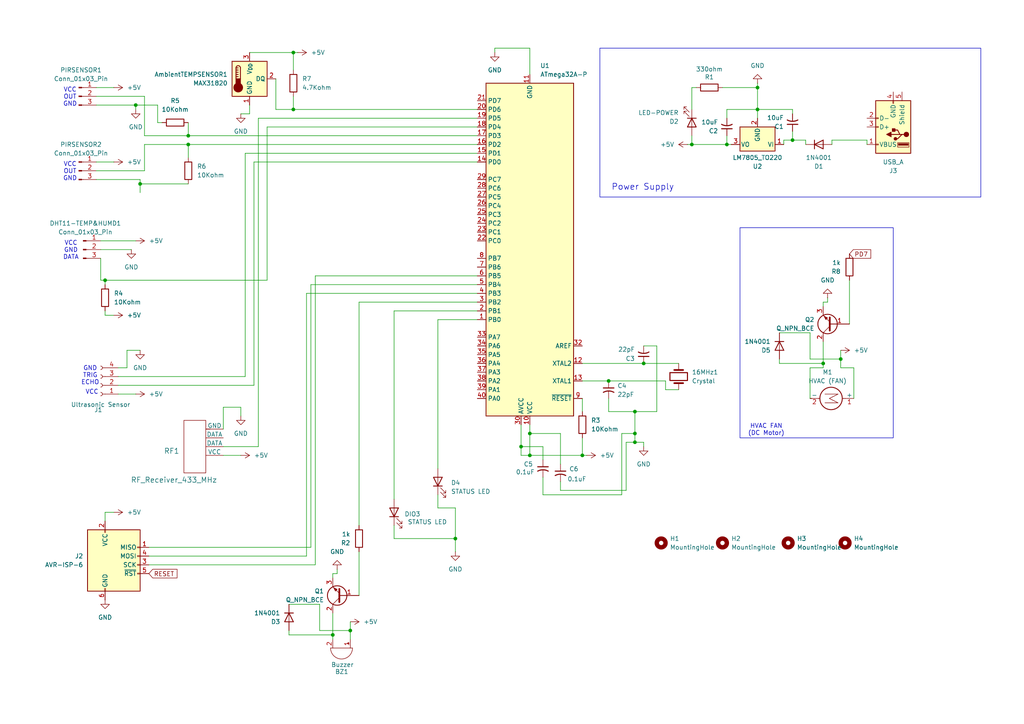
<source format=kicad_sch>
(kicad_sch
	(version 20250114)
	(generator "eeschema")
	(generator_version "9.0")
	(uuid "3f942638-ff5f-422b-aa46-c0a6eaf65486")
	(paper "A4")
	(title_block
		(title "Final Project Schematic")
		(date "2025-05-13")
		(company "NJIT ECET 430")
	)
	(lib_symbols
		(symbol "Connector:AVR-ISP-6"
			(pin_names
				(offset 1.016)
			)
			(exclude_from_sim no)
			(in_bom yes)
			(on_board yes)
			(property "Reference" "J"
				(at -6.35 11.43 0)
				(effects
					(font
						(size 1.27 1.27)
					)
					(justify left)
				)
			)
			(property "Value" "AVR-ISP-6"
				(at 0 11.43 0)
				(effects
					(font
						(size 1.27 1.27)
					)
					(justify left)
				)
			)
			(property "Footprint" ""
				(at -6.35 1.27 90)
				(effects
					(font
						(size 1.27 1.27)
					)
					(hide yes)
				)
			)
			(property "Datasheet" "~"
				(at -32.385 -13.97 0)
				(effects
					(font
						(size 1.27 1.27)
					)
					(hide yes)
				)
			)
			(property "Description" "Atmel 6-pin ISP connector"
				(at 0 0 0)
				(effects
					(font
						(size 1.27 1.27)
					)
					(hide yes)
				)
			)
			(property "ki_keywords" "AVR ISP Connector"
				(at 0 0 0)
				(effects
					(font
						(size 1.27 1.27)
					)
					(hide yes)
				)
			)
			(property "ki_fp_filters" "IDC?Header*2x03* Pin?Header*2x03*"
				(at 0 0 0)
				(effects
					(font
						(size 1.27 1.27)
					)
					(hide yes)
				)
			)
			(symbol "AVR-ISP-6_0_1"
				(rectangle
					(start -2.667 10.16)
					(end -2.413 9.398)
					(stroke
						(width 0)
						(type default)
					)
					(fill
						(type none)
					)
				)
				(rectangle
					(start -2.667 -6.858)
					(end -2.413 -7.62)
					(stroke
						(width 0)
						(type default)
					)
					(fill
						(type none)
					)
				)
				(rectangle
					(start 7.62 10.16)
					(end -7.62 -7.62)
					(stroke
						(width 0.254)
						(type default)
					)
					(fill
						(type background)
					)
				)
				(rectangle
					(start 7.62 5.207)
					(end 6.858 4.953)
					(stroke
						(width 0)
						(type default)
					)
					(fill
						(type none)
					)
				)
				(rectangle
					(start 7.62 2.667)
					(end 6.858 2.413)
					(stroke
						(width 0)
						(type default)
					)
					(fill
						(type none)
					)
				)
				(rectangle
					(start 7.62 0.127)
					(end 6.858 -0.127)
					(stroke
						(width 0)
						(type default)
					)
					(fill
						(type none)
					)
				)
				(rectangle
					(start 7.62 -2.413)
					(end 6.858 -2.667)
					(stroke
						(width 0)
						(type default)
					)
					(fill
						(type none)
					)
				)
			)
			(symbol "AVR-ISP-6_1_1"
				(pin passive line
					(at -2.54 12.7 270)
					(length 2.54)
					(name "VCC"
						(effects
							(font
								(size 1.27 1.27)
							)
						)
					)
					(number "2"
						(effects
							(font
								(size 1.27 1.27)
							)
						)
					)
				)
				(pin passive line
					(at -2.54 -10.16 90)
					(length 2.54)
					(name "GND"
						(effects
							(font
								(size 1.27 1.27)
							)
						)
					)
					(number "6"
						(effects
							(font
								(size 1.27 1.27)
							)
						)
					)
				)
				(pin passive line
					(at 10.16 5.08 180)
					(length 2.54)
					(name "MISO"
						(effects
							(font
								(size 1.27 1.27)
							)
						)
					)
					(number "1"
						(effects
							(font
								(size 1.27 1.27)
							)
						)
					)
				)
				(pin passive line
					(at 10.16 2.54 180)
					(length 2.54)
					(name "MOSI"
						(effects
							(font
								(size 1.27 1.27)
							)
						)
					)
					(number "4"
						(effects
							(font
								(size 1.27 1.27)
							)
						)
					)
				)
				(pin passive line
					(at 10.16 0 180)
					(length 2.54)
					(name "SCK"
						(effects
							(font
								(size 1.27 1.27)
							)
						)
					)
					(number "3"
						(effects
							(font
								(size 1.27 1.27)
							)
						)
					)
				)
				(pin passive line
					(at 10.16 -2.54 180)
					(length 2.54)
					(name "~{RST}"
						(effects
							(font
								(size 1.27 1.27)
							)
						)
					)
					(number "5"
						(effects
							(font
								(size 1.27 1.27)
							)
						)
					)
				)
			)
			(embedded_fonts no)
		)
		(symbol "Connector:Conn_01x03_Pin"
			(pin_names
				(offset 1.016)
				(hide yes)
			)
			(exclude_from_sim no)
			(in_bom yes)
			(on_board yes)
			(property "Reference" "J"
				(at 0 5.08 0)
				(effects
					(font
						(size 1.27 1.27)
					)
				)
			)
			(property "Value" "Conn_01x03_Pin"
				(at 0 -5.08 0)
				(effects
					(font
						(size 1.27 1.27)
					)
				)
			)
			(property "Footprint" ""
				(at 0 0 0)
				(effects
					(font
						(size 1.27 1.27)
					)
					(hide yes)
				)
			)
			(property "Datasheet" "~"
				(at 0 0 0)
				(effects
					(font
						(size 1.27 1.27)
					)
					(hide yes)
				)
			)
			(property "Description" "Generic connector, single row, 01x03, script generated"
				(at 0 0 0)
				(effects
					(font
						(size 1.27 1.27)
					)
					(hide yes)
				)
			)
			(property "ki_locked" ""
				(at 0 0 0)
				(effects
					(font
						(size 1.27 1.27)
					)
				)
			)
			(property "ki_keywords" "connector"
				(at 0 0 0)
				(effects
					(font
						(size 1.27 1.27)
					)
					(hide yes)
				)
			)
			(property "ki_fp_filters" "Connector*:*_1x??_*"
				(at 0 0 0)
				(effects
					(font
						(size 1.27 1.27)
					)
					(hide yes)
				)
			)
			(symbol "Conn_01x03_Pin_1_1"
				(rectangle
					(start 0.8636 2.667)
					(end 0 2.413)
					(stroke
						(width 0.1524)
						(type default)
					)
					(fill
						(type outline)
					)
				)
				(rectangle
					(start 0.8636 0.127)
					(end 0 -0.127)
					(stroke
						(width 0.1524)
						(type default)
					)
					(fill
						(type outline)
					)
				)
				(rectangle
					(start 0.8636 -2.413)
					(end 0 -2.667)
					(stroke
						(width 0.1524)
						(type default)
					)
					(fill
						(type outline)
					)
				)
				(polyline
					(pts
						(xy 1.27 2.54) (xy 0.8636 2.54)
					)
					(stroke
						(width 0.1524)
						(type default)
					)
					(fill
						(type none)
					)
				)
				(polyline
					(pts
						(xy 1.27 0) (xy 0.8636 0)
					)
					(stroke
						(width 0.1524)
						(type default)
					)
					(fill
						(type none)
					)
				)
				(polyline
					(pts
						(xy 1.27 -2.54) (xy 0.8636 -2.54)
					)
					(stroke
						(width 0.1524)
						(type default)
					)
					(fill
						(type none)
					)
				)
				(pin passive line
					(at 5.08 2.54 180)
					(length 3.81)
					(name "Pin_1"
						(effects
							(font
								(size 1.27 1.27)
							)
						)
					)
					(number "1"
						(effects
							(font
								(size 1.27 1.27)
							)
						)
					)
				)
				(pin passive line
					(at 5.08 0 180)
					(length 3.81)
					(name "Pin_2"
						(effects
							(font
								(size 1.27 1.27)
							)
						)
					)
					(number "2"
						(effects
							(font
								(size 1.27 1.27)
							)
						)
					)
				)
				(pin passive line
					(at 5.08 -2.54 180)
					(length 3.81)
					(name "Pin_3"
						(effects
							(font
								(size 1.27 1.27)
							)
						)
					)
					(number "3"
						(effects
							(font
								(size 1.27 1.27)
							)
						)
					)
				)
			)
			(embedded_fonts no)
		)
		(symbol "Connector:Conn_01x04_Socket"
			(pin_names
				(offset 1.016)
				(hide yes)
			)
			(exclude_from_sim no)
			(in_bom yes)
			(on_board yes)
			(property "Reference" "J"
				(at 0 5.08 0)
				(effects
					(font
						(size 1.27 1.27)
					)
				)
			)
			(property "Value" "Conn_01x04_Socket"
				(at 0 -7.62 0)
				(effects
					(font
						(size 1.27 1.27)
					)
				)
			)
			(property "Footprint" ""
				(at 0 0 0)
				(effects
					(font
						(size 1.27 1.27)
					)
					(hide yes)
				)
			)
			(property "Datasheet" "~"
				(at 0 0 0)
				(effects
					(font
						(size 1.27 1.27)
					)
					(hide yes)
				)
			)
			(property "Description" "Generic connector, single row, 01x04, script generated"
				(at 0 0 0)
				(effects
					(font
						(size 1.27 1.27)
					)
					(hide yes)
				)
			)
			(property "ki_locked" ""
				(at 0 0 0)
				(effects
					(font
						(size 1.27 1.27)
					)
				)
			)
			(property "ki_keywords" "connector"
				(at 0 0 0)
				(effects
					(font
						(size 1.27 1.27)
					)
					(hide yes)
				)
			)
			(property "ki_fp_filters" "Connector*:*_1x??_*"
				(at 0 0 0)
				(effects
					(font
						(size 1.27 1.27)
					)
					(hide yes)
				)
			)
			(symbol "Conn_01x04_Socket_1_1"
				(polyline
					(pts
						(xy -1.27 2.54) (xy -0.508 2.54)
					)
					(stroke
						(width 0.1524)
						(type default)
					)
					(fill
						(type none)
					)
				)
				(polyline
					(pts
						(xy -1.27 0) (xy -0.508 0)
					)
					(stroke
						(width 0.1524)
						(type default)
					)
					(fill
						(type none)
					)
				)
				(polyline
					(pts
						(xy -1.27 -2.54) (xy -0.508 -2.54)
					)
					(stroke
						(width 0.1524)
						(type default)
					)
					(fill
						(type none)
					)
				)
				(polyline
					(pts
						(xy -1.27 -5.08) (xy -0.508 -5.08)
					)
					(stroke
						(width 0.1524)
						(type default)
					)
					(fill
						(type none)
					)
				)
				(arc
					(start 0 2.032)
					(mid -0.5058 2.54)
					(end 0 3.048)
					(stroke
						(width 0.1524)
						(type default)
					)
					(fill
						(type none)
					)
				)
				(arc
					(start 0 -0.508)
					(mid -0.5058 0)
					(end 0 0.508)
					(stroke
						(width 0.1524)
						(type default)
					)
					(fill
						(type none)
					)
				)
				(arc
					(start 0 -3.048)
					(mid -0.5058 -2.54)
					(end 0 -2.032)
					(stroke
						(width 0.1524)
						(type default)
					)
					(fill
						(type none)
					)
				)
				(arc
					(start 0 -5.588)
					(mid -0.5058 -5.08)
					(end 0 -4.572)
					(stroke
						(width 0.1524)
						(type default)
					)
					(fill
						(type none)
					)
				)
				(pin passive line
					(at -5.08 2.54 0)
					(length 3.81)
					(name "Pin_1"
						(effects
							(font
								(size 1.27 1.27)
							)
						)
					)
					(number "1"
						(effects
							(font
								(size 1.27 1.27)
							)
						)
					)
				)
				(pin passive line
					(at -5.08 0 0)
					(length 3.81)
					(name "Pin_2"
						(effects
							(font
								(size 1.27 1.27)
							)
						)
					)
					(number "2"
						(effects
							(font
								(size 1.27 1.27)
							)
						)
					)
				)
				(pin passive line
					(at -5.08 -2.54 0)
					(length 3.81)
					(name "Pin_3"
						(effects
							(font
								(size 1.27 1.27)
							)
						)
					)
					(number "3"
						(effects
							(font
								(size 1.27 1.27)
							)
						)
					)
				)
				(pin passive line
					(at -5.08 -5.08 0)
					(length 3.81)
					(name "Pin_4"
						(effects
							(font
								(size 1.27 1.27)
							)
						)
					)
					(number "4"
						(effects
							(font
								(size 1.27 1.27)
							)
						)
					)
				)
			)
			(embedded_fonts no)
		)
		(symbol "Connector:USB_A"
			(pin_names
				(offset 1.016)
			)
			(exclude_from_sim no)
			(in_bom yes)
			(on_board yes)
			(property "Reference" "J"
				(at -5.08 11.43 0)
				(effects
					(font
						(size 1.27 1.27)
					)
					(justify left)
				)
			)
			(property "Value" "USB_A"
				(at -5.08 8.89 0)
				(effects
					(font
						(size 1.27 1.27)
					)
					(justify left)
				)
			)
			(property "Footprint" ""
				(at 3.81 -1.27 0)
				(effects
					(font
						(size 1.27 1.27)
					)
					(hide yes)
				)
			)
			(property "Datasheet" "~"
				(at 3.81 -1.27 0)
				(effects
					(font
						(size 1.27 1.27)
					)
					(hide yes)
				)
			)
			(property "Description" "USB Type A connector"
				(at 0 0 0)
				(effects
					(font
						(size 1.27 1.27)
					)
					(hide yes)
				)
			)
			(property "ki_keywords" "connector USB"
				(at 0 0 0)
				(effects
					(font
						(size 1.27 1.27)
					)
					(hide yes)
				)
			)
			(property "ki_fp_filters" "USB*"
				(at 0 0 0)
				(effects
					(font
						(size 1.27 1.27)
					)
					(hide yes)
				)
			)
			(symbol "USB_A_0_1"
				(rectangle
					(start -5.08 -7.62)
					(end 5.08 7.62)
					(stroke
						(width 0.254)
						(type default)
					)
					(fill
						(type background)
					)
				)
				(circle
					(center -3.81 2.159)
					(radius 0.635)
					(stroke
						(width 0.254)
						(type default)
					)
					(fill
						(type outline)
					)
				)
				(polyline
					(pts
						(xy -3.175 2.159) (xy -2.54 2.159) (xy -1.27 3.429) (xy -0.635 3.429)
					)
					(stroke
						(width 0.254)
						(type default)
					)
					(fill
						(type none)
					)
				)
				(polyline
					(pts
						(xy -2.54 2.159) (xy -1.905 2.159) (xy -1.27 0.889) (xy 0 0.889)
					)
					(stroke
						(width 0.254)
						(type default)
					)
					(fill
						(type none)
					)
				)
				(rectangle
					(start -1.524 4.826)
					(end -4.318 5.334)
					(stroke
						(width 0)
						(type default)
					)
					(fill
						(type outline)
					)
				)
				(rectangle
					(start -1.27 4.572)
					(end -4.572 5.842)
					(stroke
						(width 0)
						(type default)
					)
					(fill
						(type none)
					)
				)
				(circle
					(center -0.635 3.429)
					(radius 0.381)
					(stroke
						(width 0.254)
						(type default)
					)
					(fill
						(type outline)
					)
				)
				(rectangle
					(start -0.127 -7.62)
					(end 0.127 -6.858)
					(stroke
						(width 0)
						(type default)
					)
					(fill
						(type none)
					)
				)
				(rectangle
					(start 0.254 1.27)
					(end -0.508 0.508)
					(stroke
						(width 0.254)
						(type default)
					)
					(fill
						(type outline)
					)
				)
				(polyline
					(pts
						(xy 0.635 2.794) (xy 0.635 1.524) (xy 1.905 2.159) (xy 0.635 2.794)
					)
					(stroke
						(width 0.254)
						(type default)
					)
					(fill
						(type outline)
					)
				)
				(rectangle
					(start 5.08 4.953)
					(end 4.318 5.207)
					(stroke
						(width 0)
						(type default)
					)
					(fill
						(type none)
					)
				)
				(rectangle
					(start 5.08 -0.127)
					(end 4.318 0.127)
					(stroke
						(width 0)
						(type default)
					)
					(fill
						(type none)
					)
				)
				(rectangle
					(start 5.08 -2.667)
					(end 4.318 -2.413)
					(stroke
						(width 0)
						(type default)
					)
					(fill
						(type none)
					)
				)
			)
			(symbol "USB_A_1_1"
				(polyline
					(pts
						(xy -1.905 2.159) (xy 0.635 2.159)
					)
					(stroke
						(width 0.254)
						(type default)
					)
					(fill
						(type none)
					)
				)
				(pin passive line
					(at -2.54 -10.16 90)
					(length 2.54)
					(name "Shield"
						(effects
							(font
								(size 1.27 1.27)
							)
						)
					)
					(number "5"
						(effects
							(font
								(size 1.27 1.27)
							)
						)
					)
				)
				(pin power_in line
					(at 0 -10.16 90)
					(length 2.54)
					(name "GND"
						(effects
							(font
								(size 1.27 1.27)
							)
						)
					)
					(number "4"
						(effects
							(font
								(size 1.27 1.27)
							)
						)
					)
				)
				(pin power_in line
					(at 7.62 5.08 180)
					(length 2.54)
					(name "VBUS"
						(effects
							(font
								(size 1.27 1.27)
							)
						)
					)
					(number "1"
						(effects
							(font
								(size 1.27 1.27)
							)
						)
					)
				)
				(pin bidirectional line
					(at 7.62 0 180)
					(length 2.54)
					(name "D+"
						(effects
							(font
								(size 1.27 1.27)
							)
						)
					)
					(number "3"
						(effects
							(font
								(size 1.27 1.27)
							)
						)
					)
				)
				(pin bidirectional line
					(at 7.62 -2.54 180)
					(length 2.54)
					(name "D-"
						(effects
							(font
								(size 1.27 1.27)
							)
						)
					)
					(number "2"
						(effects
							(font
								(size 1.27 1.27)
							)
						)
					)
				)
			)
			(embedded_fonts no)
		)
		(symbol "Device:Buzzer"
			(pin_names
				(offset 0.0254)
				(hide yes)
			)
			(exclude_from_sim no)
			(in_bom yes)
			(on_board yes)
			(property "Reference" "BZ"
				(at 3.81 1.27 0)
				(effects
					(font
						(size 1.27 1.27)
					)
					(justify left)
				)
			)
			(property "Value" "Buzzer"
				(at 3.81 -1.27 0)
				(effects
					(font
						(size 1.27 1.27)
					)
					(justify left)
				)
			)
			(property "Footprint" ""
				(at -0.635 2.54 90)
				(effects
					(font
						(size 1.27 1.27)
					)
					(hide yes)
				)
			)
			(property "Datasheet" "~"
				(at -0.635 2.54 90)
				(effects
					(font
						(size 1.27 1.27)
					)
					(hide yes)
				)
			)
			(property "Description" "Buzzer, polarized"
				(at 0 0 0)
				(effects
					(font
						(size 1.27 1.27)
					)
					(hide yes)
				)
			)
			(property "ki_keywords" "quartz resonator ceramic"
				(at 0 0 0)
				(effects
					(font
						(size 1.27 1.27)
					)
					(hide yes)
				)
			)
			(property "ki_fp_filters" "*Buzzer*"
				(at 0 0 0)
				(effects
					(font
						(size 1.27 1.27)
					)
					(hide yes)
				)
			)
			(symbol "Buzzer_0_1"
				(polyline
					(pts
						(xy -1.651 1.905) (xy -1.143 1.905)
					)
					(stroke
						(width 0)
						(type default)
					)
					(fill
						(type none)
					)
				)
				(polyline
					(pts
						(xy -1.397 2.159) (xy -1.397 1.651)
					)
					(stroke
						(width 0)
						(type default)
					)
					(fill
						(type none)
					)
				)
				(arc
					(start 0 3.175)
					(mid 3.1612 0)
					(end 0 -3.175)
					(stroke
						(width 0)
						(type default)
					)
					(fill
						(type none)
					)
				)
				(polyline
					(pts
						(xy 0 3.175) (xy 0 -3.175)
					)
					(stroke
						(width 0)
						(type default)
					)
					(fill
						(type none)
					)
				)
			)
			(symbol "Buzzer_1_1"
				(pin passive line
					(at -2.54 2.54 0)
					(length 2.54)
					(name "+"
						(effects
							(font
								(size 1.27 1.27)
							)
						)
					)
					(number "1"
						(effects
							(font
								(size 1.27 1.27)
							)
						)
					)
				)
				(pin passive line
					(at -2.54 -2.54 0)
					(length 2.54)
					(name "-"
						(effects
							(font
								(size 1.27 1.27)
							)
						)
					)
					(number "2"
						(effects
							(font
								(size 1.27 1.27)
							)
						)
					)
				)
			)
			(embedded_fonts no)
		)
		(symbol "Device:C_Small_US"
			(pin_numbers
				(hide yes)
			)
			(pin_names
				(offset 0.254)
				(hide yes)
			)
			(exclude_from_sim no)
			(in_bom yes)
			(on_board yes)
			(property "Reference" "C"
				(at 0.254 1.778 0)
				(effects
					(font
						(size 1.27 1.27)
					)
					(justify left)
				)
			)
			(property "Value" "C_Small_US"
				(at 0.254 -2.032 0)
				(effects
					(font
						(size 1.27 1.27)
					)
					(justify left)
				)
			)
			(property "Footprint" ""
				(at 0 0 0)
				(effects
					(font
						(size 1.27 1.27)
					)
					(hide yes)
				)
			)
			(property "Datasheet" ""
				(at 0 0 0)
				(effects
					(font
						(size 1.27 1.27)
					)
					(hide yes)
				)
			)
			(property "Description" "capacitor, small US symbol"
				(at 0 0 0)
				(effects
					(font
						(size 1.27 1.27)
					)
					(hide yes)
				)
			)
			(property "ki_keywords" "cap capacitor"
				(at 0 0 0)
				(effects
					(font
						(size 1.27 1.27)
					)
					(hide yes)
				)
			)
			(property "ki_fp_filters" "C_*"
				(at 0 0 0)
				(effects
					(font
						(size 1.27 1.27)
					)
					(hide yes)
				)
			)
			(symbol "C_Small_US_0_1"
				(polyline
					(pts
						(xy -1.524 0.508) (xy 1.524 0.508)
					)
					(stroke
						(width 0.3048)
						(type default)
					)
					(fill
						(type none)
					)
				)
				(arc
					(start -1.524 -0.762)
					(mid 0 -0.3734)
					(end 1.524 -0.762)
					(stroke
						(width 0.3048)
						(type default)
					)
					(fill
						(type none)
					)
				)
			)
			(symbol "C_Small_US_1_1"
				(pin passive line
					(at 0 2.54 270)
					(length 2.032)
					(name "~"
						(effects
							(font
								(size 1.27 1.27)
							)
						)
					)
					(number "1"
						(effects
							(font
								(size 1.27 1.27)
							)
						)
					)
				)
				(pin passive line
					(at 0 -2.54 90)
					(length 2.032)
					(name "~"
						(effects
							(font
								(size 1.27 1.27)
							)
						)
					)
					(number "2"
						(effects
							(font
								(size 1.27 1.27)
							)
						)
					)
				)
			)
			(embedded_fonts no)
		)
		(symbol "Device:Crystal"
			(pin_numbers
				(hide yes)
			)
			(pin_names
				(offset 1.016)
				(hide yes)
			)
			(exclude_from_sim no)
			(in_bom yes)
			(on_board yes)
			(property "Reference" "Y"
				(at 0 3.81 0)
				(effects
					(font
						(size 1.27 1.27)
					)
				)
			)
			(property "Value" "Crystal"
				(at 0 -3.81 0)
				(effects
					(font
						(size 1.27 1.27)
					)
				)
			)
			(property "Footprint" ""
				(at 0 0 0)
				(effects
					(font
						(size 1.27 1.27)
					)
					(hide yes)
				)
			)
			(property "Datasheet" "~"
				(at 0 0 0)
				(effects
					(font
						(size 1.27 1.27)
					)
					(hide yes)
				)
			)
			(property "Description" "Two pin crystal"
				(at 0 0 0)
				(effects
					(font
						(size 1.27 1.27)
					)
					(hide yes)
				)
			)
			(property "ki_keywords" "quartz ceramic resonator oscillator"
				(at 0 0 0)
				(effects
					(font
						(size 1.27 1.27)
					)
					(hide yes)
				)
			)
			(property "ki_fp_filters" "Crystal*"
				(at 0 0 0)
				(effects
					(font
						(size 1.27 1.27)
					)
					(hide yes)
				)
			)
			(symbol "Crystal_0_1"
				(polyline
					(pts
						(xy -2.54 0) (xy -1.905 0)
					)
					(stroke
						(width 0)
						(type default)
					)
					(fill
						(type none)
					)
				)
				(polyline
					(pts
						(xy -1.905 -1.27) (xy -1.905 1.27)
					)
					(stroke
						(width 0.508)
						(type default)
					)
					(fill
						(type none)
					)
				)
				(rectangle
					(start -1.143 2.54)
					(end 1.143 -2.54)
					(stroke
						(width 0.3048)
						(type default)
					)
					(fill
						(type none)
					)
				)
				(polyline
					(pts
						(xy 1.905 -1.27) (xy 1.905 1.27)
					)
					(stroke
						(width 0.508)
						(type default)
					)
					(fill
						(type none)
					)
				)
				(polyline
					(pts
						(xy 2.54 0) (xy 1.905 0)
					)
					(stroke
						(width 0)
						(type default)
					)
					(fill
						(type none)
					)
				)
			)
			(symbol "Crystal_1_1"
				(pin passive line
					(at -3.81 0 0)
					(length 1.27)
					(name "1"
						(effects
							(font
								(size 1.27 1.27)
							)
						)
					)
					(number "1"
						(effects
							(font
								(size 1.27 1.27)
							)
						)
					)
				)
				(pin passive line
					(at 3.81 0 180)
					(length 1.27)
					(name "2"
						(effects
							(font
								(size 1.27 1.27)
							)
						)
					)
					(number "2"
						(effects
							(font
								(size 1.27 1.27)
							)
						)
					)
				)
			)
			(embedded_fonts no)
		)
		(symbol "Device:LED"
			(pin_numbers
				(hide yes)
			)
			(pin_names
				(offset 1.016)
				(hide yes)
			)
			(exclude_from_sim no)
			(in_bom yes)
			(on_board yes)
			(property "Reference" "D"
				(at 0 2.54 0)
				(effects
					(font
						(size 1.27 1.27)
					)
				)
			)
			(property "Value" "LED"
				(at 0 -2.54 0)
				(effects
					(font
						(size 1.27 1.27)
					)
				)
			)
			(property "Footprint" ""
				(at 0 0 0)
				(effects
					(font
						(size 1.27 1.27)
					)
					(hide yes)
				)
			)
			(property "Datasheet" "~"
				(at 0 0 0)
				(effects
					(font
						(size 1.27 1.27)
					)
					(hide yes)
				)
			)
			(property "Description" "Light emitting diode"
				(at 0 0 0)
				(effects
					(font
						(size 1.27 1.27)
					)
					(hide yes)
				)
			)
			(property "ki_keywords" "LED diode"
				(at 0 0 0)
				(effects
					(font
						(size 1.27 1.27)
					)
					(hide yes)
				)
			)
			(property "ki_fp_filters" "LED* LED_SMD:* LED_THT:*"
				(at 0 0 0)
				(effects
					(font
						(size 1.27 1.27)
					)
					(hide yes)
				)
			)
			(symbol "LED_0_1"
				(polyline
					(pts
						(xy -3.048 -0.762) (xy -4.572 -2.286) (xy -3.81 -2.286) (xy -4.572 -2.286) (xy -4.572 -1.524)
					)
					(stroke
						(width 0)
						(type default)
					)
					(fill
						(type none)
					)
				)
				(polyline
					(pts
						(xy -1.778 -0.762) (xy -3.302 -2.286) (xy -2.54 -2.286) (xy -3.302 -2.286) (xy -3.302 -1.524)
					)
					(stroke
						(width 0)
						(type default)
					)
					(fill
						(type none)
					)
				)
				(polyline
					(pts
						(xy -1.27 0) (xy 1.27 0)
					)
					(stroke
						(width 0)
						(type default)
					)
					(fill
						(type none)
					)
				)
				(polyline
					(pts
						(xy -1.27 -1.27) (xy -1.27 1.27)
					)
					(stroke
						(width 0.254)
						(type default)
					)
					(fill
						(type none)
					)
				)
				(polyline
					(pts
						(xy 1.27 -1.27) (xy 1.27 1.27) (xy -1.27 0) (xy 1.27 -1.27)
					)
					(stroke
						(width 0.254)
						(type default)
					)
					(fill
						(type none)
					)
				)
			)
			(symbol "LED_1_1"
				(pin passive line
					(at -3.81 0 0)
					(length 2.54)
					(name "K"
						(effects
							(font
								(size 1.27 1.27)
							)
						)
					)
					(number "1"
						(effects
							(font
								(size 1.27 1.27)
							)
						)
					)
				)
				(pin passive line
					(at 3.81 0 180)
					(length 2.54)
					(name "A"
						(effects
							(font
								(size 1.27 1.27)
							)
						)
					)
					(number "2"
						(effects
							(font
								(size 1.27 1.27)
							)
						)
					)
				)
			)
			(embedded_fonts no)
		)
		(symbol "Device:Q_NPN_BCE"
			(pin_names
				(offset 0)
				(hide yes)
			)
			(exclude_from_sim no)
			(in_bom yes)
			(on_board yes)
			(property "Reference" "Q"
				(at 5.08 1.27 0)
				(effects
					(font
						(size 1.27 1.27)
					)
					(justify left)
				)
			)
			(property "Value" "Q_NPN_BCE"
				(at 5.08 -1.27 0)
				(effects
					(font
						(size 1.27 1.27)
					)
					(justify left)
				)
			)
			(property "Footprint" ""
				(at 5.08 2.54 0)
				(effects
					(font
						(size 1.27 1.27)
					)
					(hide yes)
				)
			)
			(property "Datasheet" "~"
				(at 0 0 0)
				(effects
					(font
						(size 1.27 1.27)
					)
					(hide yes)
				)
			)
			(property "Description" "NPN transistor, base/collector/emitter"
				(at 0 0 0)
				(effects
					(font
						(size 1.27 1.27)
					)
					(hide yes)
				)
			)
			(property "ki_keywords" "transistor NPN"
				(at 0 0 0)
				(effects
					(font
						(size 1.27 1.27)
					)
					(hide yes)
				)
			)
			(symbol "Q_NPN_BCE_0_1"
				(polyline
					(pts
						(xy 0.635 1.905) (xy 0.635 -1.905) (xy 0.635 -1.905)
					)
					(stroke
						(width 0.508)
						(type default)
					)
					(fill
						(type none)
					)
				)
				(polyline
					(pts
						(xy 0.635 0.635) (xy 2.54 2.54)
					)
					(stroke
						(width 0)
						(type default)
					)
					(fill
						(type none)
					)
				)
				(polyline
					(pts
						(xy 0.635 -0.635) (xy 2.54 -2.54) (xy 2.54 -2.54)
					)
					(stroke
						(width 0)
						(type default)
					)
					(fill
						(type none)
					)
				)
				(circle
					(center 1.27 0)
					(radius 2.8194)
					(stroke
						(width 0.254)
						(type default)
					)
					(fill
						(type none)
					)
				)
				(polyline
					(pts
						(xy 1.27 -1.778) (xy 1.778 -1.27) (xy 2.286 -2.286) (xy 1.27 -1.778) (xy 1.27 -1.778)
					)
					(stroke
						(width 0)
						(type default)
					)
					(fill
						(type outline)
					)
				)
			)
			(symbol "Q_NPN_BCE_1_1"
				(pin input line
					(at -5.08 0 0)
					(length 5.715)
					(name "B"
						(effects
							(font
								(size 1.27 1.27)
							)
						)
					)
					(number "1"
						(effects
							(font
								(size 1.27 1.27)
							)
						)
					)
				)
				(pin passive line
					(at 2.54 5.08 270)
					(length 2.54)
					(name "C"
						(effects
							(font
								(size 1.27 1.27)
							)
						)
					)
					(number "2"
						(effects
							(font
								(size 1.27 1.27)
							)
						)
					)
				)
				(pin passive line
					(at 2.54 -5.08 90)
					(length 2.54)
					(name "E"
						(effects
							(font
								(size 1.27 1.27)
							)
						)
					)
					(number "3"
						(effects
							(font
								(size 1.27 1.27)
							)
						)
					)
				)
			)
			(embedded_fonts no)
		)
		(symbol "Device:R"
			(pin_numbers
				(hide yes)
			)
			(pin_names
				(offset 0)
			)
			(exclude_from_sim no)
			(in_bom yes)
			(on_board yes)
			(property "Reference" "R"
				(at 2.032 0 90)
				(effects
					(font
						(size 1.27 1.27)
					)
				)
			)
			(property "Value" "R"
				(at 0 0 90)
				(effects
					(font
						(size 1.27 1.27)
					)
				)
			)
			(property "Footprint" ""
				(at -1.778 0 90)
				(effects
					(font
						(size 1.27 1.27)
					)
					(hide yes)
				)
			)
			(property "Datasheet" "~"
				(at 0 0 0)
				(effects
					(font
						(size 1.27 1.27)
					)
					(hide yes)
				)
			)
			(property "Description" "Resistor"
				(at 0 0 0)
				(effects
					(font
						(size 1.27 1.27)
					)
					(hide yes)
				)
			)
			(property "ki_keywords" "R res resistor"
				(at 0 0 0)
				(effects
					(font
						(size 1.27 1.27)
					)
					(hide yes)
				)
			)
			(property "ki_fp_filters" "R_*"
				(at 0 0 0)
				(effects
					(font
						(size 1.27 1.27)
					)
					(hide yes)
				)
			)
			(symbol "R_0_1"
				(rectangle
					(start -1.016 -2.54)
					(end 1.016 2.54)
					(stroke
						(width 0.254)
						(type default)
					)
					(fill
						(type none)
					)
				)
			)
			(symbol "R_1_1"
				(pin passive line
					(at 0 3.81 270)
					(length 1.27)
					(name "~"
						(effects
							(font
								(size 1.27 1.27)
							)
						)
					)
					(number "1"
						(effects
							(font
								(size 1.27 1.27)
							)
						)
					)
				)
				(pin passive line
					(at 0 -3.81 90)
					(length 1.27)
					(name "~"
						(effects
							(font
								(size 1.27 1.27)
							)
						)
					)
					(number "2"
						(effects
							(font
								(size 1.27 1.27)
							)
						)
					)
				)
			)
			(embedded_fonts no)
		)
		(symbol "Diode:1N4001"
			(pin_numbers
				(hide yes)
			)
			(pin_names
				(hide yes)
			)
			(exclude_from_sim no)
			(in_bom yes)
			(on_board yes)
			(property "Reference" "D"
				(at 0 2.54 0)
				(effects
					(font
						(size 1.27 1.27)
					)
				)
			)
			(property "Value" "1N4001"
				(at 0 -2.54 0)
				(effects
					(font
						(size 1.27 1.27)
					)
				)
			)
			(property "Footprint" "Diode_THT:D_DO-41_SOD81_P10.16mm_Horizontal"
				(at 0 0 0)
				(effects
					(font
						(size 1.27 1.27)
					)
					(hide yes)
				)
			)
			(property "Datasheet" "http://www.vishay.com/docs/88503/1n4001.pdf"
				(at 0 0 0)
				(effects
					(font
						(size 1.27 1.27)
					)
					(hide yes)
				)
			)
			(property "Description" "50V 1A General Purpose Rectifier Diode, DO-41"
				(at 0 0 0)
				(effects
					(font
						(size 1.27 1.27)
					)
					(hide yes)
				)
			)
			(property "Sim.Device" "D"
				(at 0 0 0)
				(effects
					(font
						(size 1.27 1.27)
					)
					(hide yes)
				)
			)
			(property "Sim.Pins" "1=K 2=A"
				(at 0 0 0)
				(effects
					(font
						(size 1.27 1.27)
					)
					(hide yes)
				)
			)
			(property "ki_keywords" "diode"
				(at 0 0 0)
				(effects
					(font
						(size 1.27 1.27)
					)
					(hide yes)
				)
			)
			(property "ki_fp_filters" "D*DO?41*"
				(at 0 0 0)
				(effects
					(font
						(size 1.27 1.27)
					)
					(hide yes)
				)
			)
			(symbol "1N4001_0_1"
				(polyline
					(pts
						(xy -1.27 1.27) (xy -1.27 -1.27)
					)
					(stroke
						(width 0.254)
						(type default)
					)
					(fill
						(type none)
					)
				)
				(polyline
					(pts
						(xy 1.27 1.27) (xy 1.27 -1.27) (xy -1.27 0) (xy 1.27 1.27)
					)
					(stroke
						(width 0.254)
						(type default)
					)
					(fill
						(type none)
					)
				)
				(polyline
					(pts
						(xy 1.27 0) (xy -1.27 0)
					)
					(stroke
						(width 0)
						(type default)
					)
					(fill
						(type none)
					)
				)
			)
			(symbol "1N4001_1_1"
				(pin passive line
					(at -3.81 0 0)
					(length 2.54)
					(name "K"
						(effects
							(font
								(size 1.27 1.27)
							)
						)
					)
					(number "1"
						(effects
							(font
								(size 1.27 1.27)
							)
						)
					)
				)
				(pin passive line
					(at 3.81 0 180)
					(length 2.54)
					(name "A"
						(effects
							(font
								(size 1.27 1.27)
							)
						)
					)
					(number "2"
						(effects
							(font
								(size 1.27 1.27)
							)
						)
					)
				)
			)
			(embedded_fonts no)
		)
		(symbol "LED_1"
			(pin_numbers
				(hide yes)
			)
			(pin_names
				(offset 1.016)
				(hide yes)
			)
			(exclude_from_sim no)
			(in_bom yes)
			(on_board yes)
			(property "Reference" "D"
				(at 0 2.54 0)
				(effects
					(font
						(size 1.27 1.27)
					)
				)
			)
			(property "Value" "LED"
				(at 0 -2.54 0)
				(effects
					(font
						(size 1.27 1.27)
					)
				)
			)
			(property "Footprint" ""
				(at 0 0 0)
				(effects
					(font
						(size 1.27 1.27)
					)
					(hide yes)
				)
			)
			(property "Datasheet" "~"
				(at 0 0 0)
				(effects
					(font
						(size 1.27 1.27)
					)
					(hide yes)
				)
			)
			(property "Description" "Light emitting diode"
				(at 0 0 0)
				(effects
					(font
						(size 1.27 1.27)
					)
					(hide yes)
				)
			)
			(property "Sim.Pins" "1=K 2=A"
				(at 0 0 0)
				(effects
					(font
						(size 1.27 1.27)
					)
					(hide yes)
				)
			)
			(property "ki_keywords" "LED diode"
				(at 0 0 0)
				(effects
					(font
						(size 1.27 1.27)
					)
					(hide yes)
				)
			)
			(property "ki_fp_filters" "LED* LED_SMD:* LED_THT:*"
				(at 0 0 0)
				(effects
					(font
						(size 1.27 1.27)
					)
					(hide yes)
				)
			)
			(symbol "LED_1_0_1"
				(polyline
					(pts
						(xy -3.048 -0.762) (xy -4.572 -2.286) (xy -3.81 -2.286) (xy -4.572 -2.286) (xy -4.572 -1.524)
					)
					(stroke
						(width 0)
						(type default)
					)
					(fill
						(type none)
					)
				)
				(polyline
					(pts
						(xy -1.778 -0.762) (xy -3.302 -2.286) (xy -2.54 -2.286) (xy -3.302 -2.286) (xy -3.302 -1.524)
					)
					(stroke
						(width 0)
						(type default)
					)
					(fill
						(type none)
					)
				)
				(polyline
					(pts
						(xy -1.27 0) (xy 1.27 0)
					)
					(stroke
						(width 0)
						(type default)
					)
					(fill
						(type none)
					)
				)
				(polyline
					(pts
						(xy -1.27 -1.27) (xy -1.27 1.27)
					)
					(stroke
						(width 0.254)
						(type default)
					)
					(fill
						(type none)
					)
				)
				(polyline
					(pts
						(xy 1.27 -1.27) (xy 1.27 1.27) (xy -1.27 0) (xy 1.27 -1.27)
					)
					(stroke
						(width 0.254)
						(type default)
					)
					(fill
						(type none)
					)
				)
			)
			(symbol "LED_1_1_1"
				(pin passive line
					(at -3.81 0 0)
					(length 2.54)
					(name "K"
						(effects
							(font
								(size 1.27 1.27)
							)
						)
					)
					(number "1"
						(effects
							(font
								(size 1.27 1.27)
							)
						)
					)
				)
				(pin passive line
					(at 3.81 0 180)
					(length 2.54)
					(name "A"
						(effects
							(font
								(size 1.27 1.27)
							)
						)
					)
					(number "2"
						(effects
							(font
								(size 1.27 1.27)
							)
						)
					)
				)
			)
			(embedded_fonts no)
		)
		(symbol "MCU_Microchip_ATmega:ATmega32A-P"
			(exclude_from_sim no)
			(in_bom yes)
			(on_board yes)
			(property "Reference" "U"
				(at -12.7 49.53 0)
				(effects
					(font
						(size 1.27 1.27)
					)
					(justify left bottom)
				)
			)
			(property "Value" "ATmega32A-P"
				(at 2.54 -49.53 0)
				(effects
					(font
						(size 1.27 1.27)
					)
					(justify left top)
				)
			)
			(property "Footprint" "Package_DIP:DIP-40_W15.24mm"
				(at 0 0 0)
				(effects
					(font
						(size 1.27 1.27)
						(italic yes)
					)
					(hide yes)
				)
			)
			(property "Datasheet" "http://ww1.microchip.com/downloads/en/DeviceDoc/atmel-8155-8-bit-microcontroller-avr-atmega32a_datasheet.pdf"
				(at 0 0 0)
				(effects
					(font
						(size 1.27 1.27)
					)
					(hide yes)
				)
			)
			(property "Description" "16MHz, 32kB Flash, 2kB SRAM, 1kB EEPROM, JTAG, DIP-40"
				(at 0 0 0)
				(effects
					(font
						(size 1.27 1.27)
					)
					(hide yes)
				)
			)
			(property "ki_keywords" "AVR 8bit Microcontroller MegaAVR"
				(at 0 0 0)
				(effects
					(font
						(size 1.27 1.27)
					)
					(hide yes)
				)
			)
			(property "ki_fp_filters" "DIP*W15.24mm*"
				(at 0 0 0)
				(effects
					(font
						(size 1.27 1.27)
					)
					(hide yes)
				)
			)
			(symbol "ATmega32A-P_0_1"
				(rectangle
					(start -12.7 -48.26)
					(end 12.7 48.26)
					(stroke
						(width 0.254)
						(type default)
					)
					(fill
						(type background)
					)
				)
			)
			(symbol "ATmega32A-P_1_1"
				(pin input line
					(at -15.24 43.18 0)
					(length 2.54)
					(name "~{RESET}"
						(effects
							(font
								(size 1.27 1.27)
							)
						)
					)
					(number "9"
						(effects
							(font
								(size 1.27 1.27)
							)
						)
					)
				)
				(pin input line
					(at -15.24 38.1 0)
					(length 2.54)
					(name "XTAL1"
						(effects
							(font
								(size 1.27 1.27)
							)
						)
					)
					(number "13"
						(effects
							(font
								(size 1.27 1.27)
							)
						)
					)
				)
				(pin output line
					(at -15.24 33.02 0)
					(length 2.54)
					(name "XTAL2"
						(effects
							(font
								(size 1.27 1.27)
							)
						)
					)
					(number "12"
						(effects
							(font
								(size 1.27 1.27)
							)
						)
					)
				)
				(pin passive line
					(at -15.24 27.94 0)
					(length 2.54)
					(name "AREF"
						(effects
							(font
								(size 1.27 1.27)
							)
						)
					)
					(number "32"
						(effects
							(font
								(size 1.27 1.27)
							)
						)
					)
				)
				(pin power_in line
					(at 0 50.8 270)
					(length 2.54)
					(name "VCC"
						(effects
							(font
								(size 1.27 1.27)
							)
						)
					)
					(number "10"
						(effects
							(font
								(size 1.27 1.27)
							)
						)
					)
				)
				(pin power_in line
					(at 0 -50.8 90)
					(length 2.54)
					(name "GND"
						(effects
							(font
								(size 1.27 1.27)
							)
						)
					)
					(number "11"
						(effects
							(font
								(size 1.27 1.27)
							)
						)
					)
				)
				(pin passive line
					(at 0 -50.8 90)
					(length 2.54)
					(hide yes)
					(name "GND"
						(effects
							(font
								(size 1.27 1.27)
							)
						)
					)
					(number "31"
						(effects
							(font
								(size 1.27 1.27)
							)
						)
					)
				)
				(pin power_in line
					(at 2.54 50.8 270)
					(length 2.54)
					(name "AVCC"
						(effects
							(font
								(size 1.27 1.27)
							)
						)
					)
					(number "30"
						(effects
							(font
								(size 1.27 1.27)
							)
						)
					)
				)
				(pin bidirectional line
					(at 15.24 43.18 180)
					(length 2.54)
					(name "PA0"
						(effects
							(font
								(size 1.27 1.27)
							)
						)
					)
					(number "40"
						(effects
							(font
								(size 1.27 1.27)
							)
						)
					)
				)
				(pin bidirectional line
					(at 15.24 40.64 180)
					(length 2.54)
					(name "PA1"
						(effects
							(font
								(size 1.27 1.27)
							)
						)
					)
					(number "39"
						(effects
							(font
								(size 1.27 1.27)
							)
						)
					)
				)
				(pin bidirectional line
					(at 15.24 38.1 180)
					(length 2.54)
					(name "PA2"
						(effects
							(font
								(size 1.27 1.27)
							)
						)
					)
					(number "38"
						(effects
							(font
								(size 1.27 1.27)
							)
						)
					)
				)
				(pin bidirectional line
					(at 15.24 35.56 180)
					(length 2.54)
					(name "PA3"
						(effects
							(font
								(size 1.27 1.27)
							)
						)
					)
					(number "37"
						(effects
							(font
								(size 1.27 1.27)
							)
						)
					)
				)
				(pin bidirectional line
					(at 15.24 33.02 180)
					(length 2.54)
					(name "PA4"
						(effects
							(font
								(size 1.27 1.27)
							)
						)
					)
					(number "36"
						(effects
							(font
								(size 1.27 1.27)
							)
						)
					)
				)
				(pin bidirectional line
					(at 15.24 30.48 180)
					(length 2.54)
					(name "PA5"
						(effects
							(font
								(size 1.27 1.27)
							)
						)
					)
					(number "35"
						(effects
							(font
								(size 1.27 1.27)
							)
						)
					)
				)
				(pin bidirectional line
					(at 15.24 27.94 180)
					(length 2.54)
					(name "PA6"
						(effects
							(font
								(size 1.27 1.27)
							)
						)
					)
					(number "34"
						(effects
							(font
								(size 1.27 1.27)
							)
						)
					)
				)
				(pin bidirectional line
					(at 15.24 25.4 180)
					(length 2.54)
					(name "PA7"
						(effects
							(font
								(size 1.27 1.27)
							)
						)
					)
					(number "33"
						(effects
							(font
								(size 1.27 1.27)
							)
						)
					)
				)
				(pin bidirectional line
					(at 15.24 20.32 180)
					(length 2.54)
					(name "PB0"
						(effects
							(font
								(size 1.27 1.27)
							)
						)
					)
					(number "1"
						(effects
							(font
								(size 1.27 1.27)
							)
						)
					)
				)
				(pin bidirectional line
					(at 15.24 17.78 180)
					(length 2.54)
					(name "PB1"
						(effects
							(font
								(size 1.27 1.27)
							)
						)
					)
					(number "2"
						(effects
							(font
								(size 1.27 1.27)
							)
						)
					)
				)
				(pin bidirectional line
					(at 15.24 15.24 180)
					(length 2.54)
					(name "PB2"
						(effects
							(font
								(size 1.27 1.27)
							)
						)
					)
					(number "3"
						(effects
							(font
								(size 1.27 1.27)
							)
						)
					)
				)
				(pin bidirectional line
					(at 15.24 12.7 180)
					(length 2.54)
					(name "PB3"
						(effects
							(font
								(size 1.27 1.27)
							)
						)
					)
					(number "4"
						(effects
							(font
								(size 1.27 1.27)
							)
						)
					)
				)
				(pin bidirectional line
					(at 15.24 10.16 180)
					(length 2.54)
					(name "PB4"
						(effects
							(font
								(size 1.27 1.27)
							)
						)
					)
					(number "5"
						(effects
							(font
								(size 1.27 1.27)
							)
						)
					)
				)
				(pin bidirectional line
					(at 15.24 7.62 180)
					(length 2.54)
					(name "PB5"
						(effects
							(font
								(size 1.27 1.27)
							)
						)
					)
					(number "6"
						(effects
							(font
								(size 1.27 1.27)
							)
						)
					)
				)
				(pin bidirectional line
					(at 15.24 5.08 180)
					(length 2.54)
					(name "PB6"
						(effects
							(font
								(size 1.27 1.27)
							)
						)
					)
					(number "7"
						(effects
							(font
								(size 1.27 1.27)
							)
						)
					)
				)
				(pin bidirectional line
					(at 15.24 2.54 180)
					(length 2.54)
					(name "PB7"
						(effects
							(font
								(size 1.27 1.27)
							)
						)
					)
					(number "8"
						(effects
							(font
								(size 1.27 1.27)
							)
						)
					)
				)
				(pin bidirectional line
					(at 15.24 -2.54 180)
					(length 2.54)
					(name "PC0"
						(effects
							(font
								(size 1.27 1.27)
							)
						)
					)
					(number "22"
						(effects
							(font
								(size 1.27 1.27)
							)
						)
					)
				)
				(pin bidirectional line
					(at 15.24 -5.08 180)
					(length 2.54)
					(name "PC1"
						(effects
							(font
								(size 1.27 1.27)
							)
						)
					)
					(number "23"
						(effects
							(font
								(size 1.27 1.27)
							)
						)
					)
				)
				(pin bidirectional line
					(at 15.24 -7.62 180)
					(length 2.54)
					(name "PC2"
						(effects
							(font
								(size 1.27 1.27)
							)
						)
					)
					(number "24"
						(effects
							(font
								(size 1.27 1.27)
							)
						)
					)
				)
				(pin bidirectional line
					(at 15.24 -10.16 180)
					(length 2.54)
					(name "PC3"
						(effects
							(font
								(size 1.27 1.27)
							)
						)
					)
					(number "25"
						(effects
							(font
								(size 1.27 1.27)
							)
						)
					)
				)
				(pin bidirectional line
					(at 15.24 -12.7 180)
					(length 2.54)
					(name "PC4"
						(effects
							(font
								(size 1.27 1.27)
							)
						)
					)
					(number "26"
						(effects
							(font
								(size 1.27 1.27)
							)
						)
					)
				)
				(pin bidirectional line
					(at 15.24 -15.24 180)
					(length 2.54)
					(name "PC5"
						(effects
							(font
								(size 1.27 1.27)
							)
						)
					)
					(number "27"
						(effects
							(font
								(size 1.27 1.27)
							)
						)
					)
				)
				(pin bidirectional line
					(at 15.24 -17.78 180)
					(length 2.54)
					(name "PC6"
						(effects
							(font
								(size 1.27 1.27)
							)
						)
					)
					(number "28"
						(effects
							(font
								(size 1.27 1.27)
							)
						)
					)
				)
				(pin bidirectional line
					(at 15.24 -20.32 180)
					(length 2.54)
					(name "PC7"
						(effects
							(font
								(size 1.27 1.27)
							)
						)
					)
					(number "29"
						(effects
							(font
								(size 1.27 1.27)
							)
						)
					)
				)
				(pin bidirectional line
					(at 15.24 -25.4 180)
					(length 2.54)
					(name "PD0"
						(effects
							(font
								(size 1.27 1.27)
							)
						)
					)
					(number "14"
						(effects
							(font
								(size 1.27 1.27)
							)
						)
					)
				)
				(pin bidirectional line
					(at 15.24 -27.94 180)
					(length 2.54)
					(name "PD1"
						(effects
							(font
								(size 1.27 1.27)
							)
						)
					)
					(number "15"
						(effects
							(font
								(size 1.27 1.27)
							)
						)
					)
				)
				(pin bidirectional line
					(at 15.24 -30.48 180)
					(length 2.54)
					(name "PD2"
						(effects
							(font
								(size 1.27 1.27)
							)
						)
					)
					(number "16"
						(effects
							(font
								(size 1.27 1.27)
							)
						)
					)
				)
				(pin bidirectional line
					(at 15.24 -33.02 180)
					(length 2.54)
					(name "PD3"
						(effects
							(font
								(size 1.27 1.27)
							)
						)
					)
					(number "17"
						(effects
							(font
								(size 1.27 1.27)
							)
						)
					)
				)
				(pin bidirectional line
					(at 15.24 -35.56 180)
					(length 2.54)
					(name "PD4"
						(effects
							(font
								(size 1.27 1.27)
							)
						)
					)
					(number "18"
						(effects
							(font
								(size 1.27 1.27)
							)
						)
					)
				)
				(pin bidirectional line
					(at 15.24 -38.1 180)
					(length 2.54)
					(name "PD5"
						(effects
							(font
								(size 1.27 1.27)
							)
						)
					)
					(number "19"
						(effects
							(font
								(size 1.27 1.27)
							)
						)
					)
				)
				(pin bidirectional line
					(at 15.24 -40.64 180)
					(length 2.54)
					(name "PD6"
						(effects
							(font
								(size 1.27 1.27)
							)
						)
					)
					(number "20"
						(effects
							(font
								(size 1.27 1.27)
							)
						)
					)
				)
				(pin bidirectional line
					(at 15.24 -43.18 180)
					(length 2.54)
					(name "PD7"
						(effects
							(font
								(size 1.27 1.27)
							)
						)
					)
					(number "21"
						(effects
							(font
								(size 1.27 1.27)
							)
						)
					)
				)
			)
			(embedded_fonts no)
		)
		(symbol "Mechanical:MountingHole"
			(pin_names
				(offset 1.016)
			)
			(exclude_from_sim no)
			(in_bom no)
			(on_board yes)
			(property "Reference" "H"
				(at 0 5.08 0)
				(effects
					(font
						(size 1.27 1.27)
					)
				)
			)
			(property "Value" "MountingHole"
				(at 0 3.175 0)
				(effects
					(font
						(size 1.27 1.27)
					)
				)
			)
			(property "Footprint" ""
				(at 0 0 0)
				(effects
					(font
						(size 1.27 1.27)
					)
					(hide yes)
				)
			)
			(property "Datasheet" "~"
				(at 0 0 0)
				(effects
					(font
						(size 1.27 1.27)
					)
					(hide yes)
				)
			)
			(property "Description" "Mounting Hole without connection"
				(at 0 0 0)
				(effects
					(font
						(size 1.27 1.27)
					)
					(hide yes)
				)
			)
			(property "ki_keywords" "mounting hole"
				(at 0 0 0)
				(effects
					(font
						(size 1.27 1.27)
					)
					(hide yes)
				)
			)
			(property "ki_fp_filters" "MountingHole*"
				(at 0 0 0)
				(effects
					(font
						(size 1.27 1.27)
					)
					(hide yes)
				)
			)
			(symbol "MountingHole_0_1"
				(circle
					(center 0 0)
					(radius 1.27)
					(stroke
						(width 1.27)
						(type default)
					)
					(fill
						(type none)
					)
				)
			)
			(embedded_fonts no)
		)
		(symbol "Motor:Motor_DC"
			(pin_names
				(offset 0)
			)
			(exclude_from_sim no)
			(in_bom yes)
			(on_board yes)
			(property "Reference" "M"
				(at 2.54 2.54 0)
				(effects
					(font
						(size 1.27 1.27)
					)
					(justify left)
				)
			)
			(property "Value" "Motor_DC"
				(at 2.54 -5.08 0)
				(effects
					(font
						(size 1.27 1.27)
					)
					(justify left top)
				)
			)
			(property "Footprint" ""
				(at 0 -2.286 0)
				(effects
					(font
						(size 1.27 1.27)
					)
					(hide yes)
				)
			)
			(property "Datasheet" "~"
				(at 0 -2.286 0)
				(effects
					(font
						(size 1.27 1.27)
					)
					(hide yes)
				)
			)
			(property "Description" "DC Motor"
				(at 0 0 0)
				(effects
					(font
						(size 1.27 1.27)
					)
					(hide yes)
				)
			)
			(property "ki_keywords" "DC Motor"
				(at 0 0 0)
				(effects
					(font
						(size 1.27 1.27)
					)
					(hide yes)
				)
			)
			(property "ki_fp_filters" "PinHeader*P2.54mm* TerminalBlock*"
				(at 0 0 0)
				(effects
					(font
						(size 1.27 1.27)
					)
					(hide yes)
				)
			)
			(symbol "Motor_DC_0_0"
				(polyline
					(pts
						(xy -1.27 -3.302) (xy -1.27 0.508) (xy 0 -2.032) (xy 1.27 0.508) (xy 1.27 -3.302)
					)
					(stroke
						(width 0)
						(type default)
					)
					(fill
						(type none)
					)
				)
			)
			(symbol "Motor_DC_0_1"
				(polyline
					(pts
						(xy 0 2.032) (xy 0 2.54)
					)
					(stroke
						(width 0)
						(type default)
					)
					(fill
						(type none)
					)
				)
				(polyline
					(pts
						(xy 0 1.7272) (xy 0 2.0828)
					)
					(stroke
						(width 0)
						(type default)
					)
					(fill
						(type none)
					)
				)
				(circle
					(center 0 -1.524)
					(radius 3.2512)
					(stroke
						(width 0.254)
						(type default)
					)
					(fill
						(type none)
					)
				)
				(polyline
					(pts
						(xy 0 -4.7752) (xy 0 -5.1816)
					)
					(stroke
						(width 0)
						(type default)
					)
					(fill
						(type none)
					)
				)
				(polyline
					(pts
						(xy 0 -7.62) (xy 0 -7.112)
					)
					(stroke
						(width 0)
						(type default)
					)
					(fill
						(type none)
					)
				)
			)
			(symbol "Motor_DC_1_1"
				(pin passive line
					(at 0 5.08 270)
					(length 2.54)
					(name "+"
						(effects
							(font
								(size 1.27 1.27)
							)
						)
					)
					(number "1"
						(effects
							(font
								(size 1.27 1.27)
							)
						)
					)
				)
				(pin passive line
					(at 0 -7.62 90)
					(length 2.54)
					(name "-"
						(effects
							(font
								(size 1.27 1.27)
							)
						)
					)
					(number "2"
						(effects
							(font
								(size 1.27 1.27)
							)
						)
					)
				)
			)
			(embedded_fonts no)
		)
		(symbol "Regulator_Linear:LM7805_TO220"
			(pin_names
				(offset 0.254)
			)
			(exclude_from_sim no)
			(in_bom yes)
			(on_board yes)
			(property "Reference" "U"
				(at -3.81 3.175 0)
				(effects
					(font
						(size 1.27 1.27)
					)
				)
			)
			(property "Value" "LM7805_TO220"
				(at 0 3.175 0)
				(effects
					(font
						(size 1.27 1.27)
					)
					(justify left)
				)
			)
			(property "Footprint" "Package_TO_SOT_THT:TO-220-3_Vertical"
				(at 0 5.715 0)
				(effects
					(font
						(size 1.27 1.27)
						(italic yes)
					)
					(hide yes)
				)
			)
			(property "Datasheet" "https://www.onsemi.cn/PowerSolutions/document/MC7800-D.PDF"
				(at 0 -1.27 0)
				(effects
					(font
						(size 1.27 1.27)
					)
					(hide yes)
				)
			)
			(property "Description" "Positive 1A 35V Linear Regulator, Fixed Output 5V, TO-220"
				(at 0 0 0)
				(effects
					(font
						(size 1.27 1.27)
					)
					(hide yes)
				)
			)
			(property "ki_keywords" "Voltage Regulator 1A Positive"
				(at 0 0 0)
				(effects
					(font
						(size 1.27 1.27)
					)
					(hide yes)
				)
			)
			(property "ki_fp_filters" "TO?220*"
				(at 0 0 0)
				(effects
					(font
						(size 1.27 1.27)
					)
					(hide yes)
				)
			)
			(symbol "LM7805_TO220_0_1"
				(rectangle
					(start -5.08 1.905)
					(end 5.08 -5.08)
					(stroke
						(width 0.254)
						(type default)
					)
					(fill
						(type background)
					)
				)
			)
			(symbol "LM7805_TO220_1_1"
				(pin power_in line
					(at -7.62 0 0)
					(length 2.54)
					(name "VI"
						(effects
							(font
								(size 1.27 1.27)
							)
						)
					)
					(number "1"
						(effects
							(font
								(size 1.27 1.27)
							)
						)
					)
				)
				(pin power_in line
					(at 0 -7.62 90)
					(length 2.54)
					(name "GND"
						(effects
							(font
								(size 1.27 1.27)
							)
						)
					)
					(number "2"
						(effects
							(font
								(size 1.27 1.27)
							)
						)
					)
				)
				(pin power_out line
					(at 7.62 0 180)
					(length 2.54)
					(name "VO"
						(effects
							(font
								(size 1.27 1.27)
							)
						)
					)
					(number "3"
						(effects
							(font
								(size 1.27 1.27)
							)
						)
					)
				)
			)
			(embedded_fonts no)
		)
		(symbol "Sensor_Temperature:MAX31820"
			(exclude_from_sim no)
			(in_bom yes)
			(on_board yes)
			(property "Reference" "U"
				(at -3.81 6.35 0)
				(effects
					(font
						(size 1.27 1.27)
					)
				)
			)
			(property "Value" "MAX31820"
				(at 6.35 6.35 0)
				(effects
					(font
						(size 1.27 1.27)
					)
				)
			)
			(property "Footprint" "Package_TO_SOT_THT:TO-92_Inline"
				(at -25.4 -6.35 0)
				(effects
					(font
						(size 1.27 1.27)
					)
					(hide yes)
				)
			)
			(property "Datasheet" "http://datasheets.maximintegrated.com/en/ds/MAX31820.pdf"
				(at -3.81 6.35 0)
				(effects
					(font
						(size 1.27 1.27)
					)
					(hide yes)
				)
			)
			(property "Description" "1-Wire Ambient Temperature Sensor TO-92"
				(at 0 0 0)
				(effects
					(font
						(size 1.27 1.27)
					)
					(hide yes)
				)
			)
			(property "ki_keywords" "OneWire 1-Wire 1Wire Maxim Dallas"
				(at 0 0 0)
				(effects
					(font
						(size 1.27 1.27)
					)
					(hide yes)
				)
			)
			(property "ki_fp_filters" "TO*92*"
				(at 0 0 0)
				(effects
					(font
						(size 1.27 1.27)
					)
					(hide yes)
				)
			)
			(symbol "MAX31820_0_1"
				(rectangle
					(start -5.08 5.08)
					(end 5.08 -5.08)
					(stroke
						(width 0.254)
						(type default)
					)
					(fill
						(type background)
					)
				)
				(polyline
					(pts
						(xy -3.937 3.175) (xy -3.937 0)
					)
					(stroke
						(width 0.254)
						(type default)
					)
					(fill
						(type none)
					)
				)
				(polyline
					(pts
						(xy -3.937 3.175) (xy -3.302 3.175)
					)
					(stroke
						(width 0.254)
						(type default)
					)
					(fill
						(type none)
					)
				)
				(polyline
					(pts
						(xy -3.937 2.54) (xy -3.302 2.54)
					)
					(stroke
						(width 0.254)
						(type default)
					)
					(fill
						(type none)
					)
				)
				(polyline
					(pts
						(xy -3.937 1.905) (xy -3.302 1.905)
					)
					(stroke
						(width 0.254)
						(type default)
					)
					(fill
						(type none)
					)
				)
				(polyline
					(pts
						(xy -3.937 1.27) (xy -3.302 1.27)
					)
					(stroke
						(width 0.254)
						(type default)
					)
					(fill
						(type none)
					)
				)
				(polyline
					(pts
						(xy -3.937 0.635) (xy -3.302 0.635)
					)
					(stroke
						(width 0.254)
						(type default)
					)
					(fill
						(type none)
					)
				)
				(arc
					(start -3.937 3.175)
					(mid -3.302 3.8073)
					(end -2.667 3.175)
					(stroke
						(width 0.254)
						(type default)
					)
					(fill
						(type none)
					)
				)
				(circle
					(center -3.302 -2.54)
					(radius 1.27)
					(stroke
						(width 0.254)
						(type default)
					)
					(fill
						(type outline)
					)
				)
				(polyline
					(pts
						(xy -2.667 3.175) (xy -2.667 0)
					)
					(stroke
						(width 0.254)
						(type default)
					)
					(fill
						(type none)
					)
				)
				(rectangle
					(start -2.667 -1.905)
					(end -3.937 0)
					(stroke
						(width 0.254)
						(type default)
					)
					(fill
						(type outline)
					)
				)
			)
			(symbol "MAX31820_1_1"
				(pin power_in line
					(at 0 7.62 270)
					(length 2.54)
					(name "V_{DD}"
						(effects
							(font
								(size 1.27 1.27)
							)
						)
					)
					(number "3"
						(effects
							(font
								(size 1.27 1.27)
							)
						)
					)
				)
				(pin power_in line
					(at 0 -7.62 90)
					(length 2.54)
					(name "GND"
						(effects
							(font
								(size 1.27 1.27)
							)
						)
					)
					(number "1"
						(effects
							(font
								(size 1.27 1.27)
							)
						)
					)
				)
				(pin bidirectional line
					(at 7.62 0 180)
					(length 2.54)
					(name "DQ"
						(effects
							(font
								(size 1.27 1.27)
							)
						)
					)
					(number "2"
						(effects
							(font
								(size 1.27 1.27)
							)
						)
					)
				)
			)
			(embedded_fonts no)
		)
		(symbol "power:+5V"
			(power)
			(pin_numbers
				(hide yes)
			)
			(pin_names
				(offset 0)
				(hide yes)
			)
			(exclude_from_sim no)
			(in_bom yes)
			(on_board yes)
			(property "Reference" "#PWR"
				(at 0 -3.81 0)
				(effects
					(font
						(size 1.27 1.27)
					)
					(hide yes)
				)
			)
			(property "Value" "+5V"
				(at 0 3.556 0)
				(effects
					(font
						(size 1.27 1.27)
					)
				)
			)
			(property "Footprint" ""
				(at 0 0 0)
				(effects
					(font
						(size 1.27 1.27)
					)
					(hide yes)
				)
			)
			(property "Datasheet" ""
				(at 0 0 0)
				(effects
					(font
						(size 1.27 1.27)
					)
					(hide yes)
				)
			)
			(property "Description" "Power symbol creates a global label with name \"+5V\""
				(at 0 0 0)
				(effects
					(font
						(size 1.27 1.27)
					)
					(hide yes)
				)
			)
			(property "ki_keywords" "global power"
				(at 0 0 0)
				(effects
					(font
						(size 1.27 1.27)
					)
					(hide yes)
				)
			)
			(symbol "+5V_0_1"
				(polyline
					(pts
						(xy -0.762 1.27) (xy 0 2.54)
					)
					(stroke
						(width 0)
						(type default)
					)
					(fill
						(type none)
					)
				)
				(polyline
					(pts
						(xy 0 2.54) (xy 0.762 1.27)
					)
					(stroke
						(width 0)
						(type default)
					)
					(fill
						(type none)
					)
				)
				(polyline
					(pts
						(xy 0 0) (xy 0 2.54)
					)
					(stroke
						(width 0)
						(type default)
					)
					(fill
						(type none)
					)
				)
			)
			(symbol "+5V_1_1"
				(pin power_in line
					(at 0 0 90)
					(length 0)
					(name "~"
						(effects
							(font
								(size 1.27 1.27)
							)
						)
					)
					(number "1"
						(effects
							(font
								(size 1.27 1.27)
							)
						)
					)
				)
			)
			(embedded_fonts no)
		)
		(symbol "power:GND"
			(power)
			(pin_numbers
				(hide yes)
			)
			(pin_names
				(offset 0)
				(hide yes)
			)
			(exclude_from_sim no)
			(in_bom yes)
			(on_board yes)
			(property "Reference" "#PWR"
				(at 0 -6.35 0)
				(effects
					(font
						(size 1.27 1.27)
					)
					(hide yes)
				)
			)
			(property "Value" "GND"
				(at 0 -3.81 0)
				(effects
					(font
						(size 1.27 1.27)
					)
				)
			)
			(property "Footprint" ""
				(at 0 0 0)
				(effects
					(font
						(size 1.27 1.27)
					)
					(hide yes)
				)
			)
			(property "Datasheet" ""
				(at 0 0 0)
				(effects
					(font
						(size 1.27 1.27)
					)
					(hide yes)
				)
			)
			(property "Description" "Power symbol creates a global label with name \"GND\" , ground"
				(at 0 0 0)
				(effects
					(font
						(size 1.27 1.27)
					)
					(hide yes)
				)
			)
			(property "ki_keywords" "global power"
				(at 0 0 0)
				(effects
					(font
						(size 1.27 1.27)
					)
					(hide yes)
				)
			)
			(symbol "GND_0_1"
				(polyline
					(pts
						(xy 0 0) (xy 0 -1.27) (xy 1.27 -1.27) (xy 0 -2.54) (xy -1.27 -1.27) (xy 0 -1.27)
					)
					(stroke
						(width 0)
						(type default)
					)
					(fill
						(type none)
					)
				)
			)
			(symbol "GND_1_1"
				(pin power_in line
					(at 0 0 270)
					(length 0)
					(name "~"
						(effects
							(font
								(size 1.27 1.27)
							)
						)
					)
					(number "1"
						(effects
							(font
								(size 1.27 1.27)
							)
						)
					)
				)
			)
			(embedded_fonts no)
		)
		(symbol "sensors:RF_Receiver_433_MHz"
			(pin_numbers
				(hide yes)
			)
			(pin_names
				(offset 0)
			)
			(exclude_from_sim no)
			(in_bom yes)
			(on_board yes)
			(property "Reference" "RF"
				(at 0 16.51 0)
				(effects
					(font
						(size 1.524 1.524)
					)
				)
			)
			(property "Value" "RF_Receiver_433_MHz"
				(at 0 13.97 0)
				(effects
					(font
						(size 1.524 1.524)
					)
				)
			)
			(property "Footprint" ""
				(at 2.54 0 0)
				(effects
					(font
						(size 1.524 1.524)
					)
				)
			)
			(property "Datasheet" ""
				(at 2.54 0 0)
				(effects
					(font
						(size 1.524 1.524)
					)
				)
			)
			(property "Description" "An RF receiver at 433 MHz"
				(at 0 0 0)
				(effects
					(font
						(size 1.27 1.27)
					)
					(hide yes)
				)
			)
			(property "ki_keywords" "rf, receiver, 433"
				(at 0 0 0)
				(effects
					(font
						(size 1.27 1.27)
					)
					(hide yes)
				)
			)
			(symbol "RF_Receiver_433_MHz_0_1"
				(rectangle
					(start -7.62 5.08)
					(end 7.62 11.43)
					(stroke
						(width 0)
						(type solid)
					)
					(fill
						(type none)
					)
				)
				(polyline
					(pts
						(xy 5.08 3.81) (xy 5.08 5.08)
					)
					(stroke
						(width 0)
						(type solid)
					)
					(fill
						(type none)
					)
				)
			)
			(symbol "RF_Receiver_433_MHz_1_1"
				(pin power_in line
					(at -2.54 0 90)
					(length 5.08)
					(name "VCC"
						(effects
							(font
								(size 1.27 1.27)
							)
						)
					)
					(number "1"
						(effects
							(font
								(size 1.27 1.27)
							)
						)
					)
				)
				(pin input line
					(at 0 0 90)
					(length 5.08)
					(name "DATA"
						(effects
							(font
								(size 1.27 1.27)
							)
						)
					)
					(number "2"
						(effects
							(font
								(size 1.27 1.27)
							)
						)
					)
				)
				(pin output line
					(at 2.54 0 90)
					(length 5.08)
					(name "DATA"
						(effects
							(font
								(size 1.27 1.27)
							)
						)
					)
					(number "3"
						(effects
							(font
								(size 1.27 1.27)
							)
						)
					)
				)
				(pin power_in line
					(at 5.08 0 90)
					(length 5.08)
					(name "GND"
						(effects
							(font
								(size 1.27 1.27)
							)
						)
					)
					(number "4"
						(effects
							(font
								(size 1.27 1.27)
							)
						)
					)
				)
			)
			(embedded_fonts no)
		)
	)
	(rectangle
		(start 173.99 13.97)
		(end 284.48 57.15)
		(stroke
			(width 0)
			(type default)
		)
		(fill
			(type none)
		)
		(uuid 9eddb187-1358-463a-9dba-962013250c15)
	)
	(rectangle
		(start 214.63 66.04)
		(end 259.08 127)
		(stroke
			(width 0)
			(type default)
		)
		(fill
			(type none)
		)
		(uuid b0ac1f04-a8ee-48ad-8b9e-ef498b5909c0)
	)
	(text "VCC\nGND\nDATA"
		(exclude_from_sim no)
		(at 20.574 72.644 0)
		(effects
			(font
				(size 1.27 1.27)
			)
		)
		(uuid "18b625d1-41b3-4e02-971b-64cd6ec3999e")
	)
	(text "VCC"
		(exclude_from_sim no)
		(at 26.67 113.792 0)
		(effects
			(font
				(size 1.27 1.27)
			)
		)
		(uuid "21e4d0a0-2467-447e-9c7f-dc7df90aa927")
	)
	(text "VCC\nOUT\nGND"
		(exclude_from_sim no)
		(at 20.32 28.194 0)
		(effects
			(font
				(size 1.27 1.27)
			)
		)
		(uuid "3d38c26a-aae2-4e68-aa4d-6f6e2905fee5")
	)
	(text "HVAC FAN\n(DC Motor)\n"
		(exclude_from_sim no)
		(at 222.25 124.714 0)
		(effects
			(font
				(size 1.27 1.27)
			)
		)
		(uuid "676cb97e-75bd-42d5-91bb-3de0b963b15c")
	)
	(text "Power Supply"
		(exclude_from_sim no)
		(at 186.436 54.356 0)
		(effects
			(font
				(size 1.778 1.778)
			)
		)
		(uuid "9812ee59-f57c-4afd-b73e-dac4597c9458")
	)
	(text "VCC\nOUT\nGND"
		(exclude_from_sim no)
		(at 20.32 49.784 0)
		(effects
			(font
				(size 1.27 1.27)
			)
		)
		(uuid "9e18cc05-d374-4e93-b8cc-caeb47904e05")
	)
	(text "GND\nTRIG\nECHO"
		(exclude_from_sim no)
		(at 26.162 108.966 0)
		(effects
			(font
				(size 1.27 1.27)
			)
		)
		(uuid "ec2a9cb7-ef9e-4abc-84b9-fd88bbd0098b")
	)
	(junction
		(at 39.37 30.48)
		(diameter 0)
		(color 0 0 0 0)
		(uuid "070b9e82-7fcb-4eef-83dc-71713d57a6ac")
	)
	(junction
		(at 101.6 182.88)
		(diameter 0)
		(color 0 0 0 0)
		(uuid "18109ae1-a9ad-4698-96c2-6b7df0f4f5b2")
	)
	(junction
		(at 151.13 129.54)
		(diameter 0)
		(color 0 0 0 0)
		(uuid "1e02de46-ffd3-4bc5-8c80-37aca64a24d2")
	)
	(junction
		(at 184.15 128.27)
		(diameter 0)
		(color 0 0 0 0)
		(uuid "1e603b3b-7176-419e-b9df-e8dd3e7f1178")
	)
	(junction
		(at 168.91 132.08)
		(diameter 0)
		(color 0 0 0 0)
		(uuid "29469b86-8e62-4722-842f-203da5d9e040")
	)
	(junction
		(at 85.09 15.24)
		(diameter 0)
		(color 0 0 0 0)
		(uuid "2d6c77b1-3c41-41b2-9130-f12d040291d1")
	)
	(junction
		(at 243.84 104.14)
		(diameter 0)
		(color 0 0 0 0)
		(uuid "33b5683d-02dc-4fa7-ab17-08cbf770e479")
	)
	(junction
		(at 132.08 156.21)
		(diameter 0)
		(color 0 0 0 0)
		(uuid "33b778a5-fb19-4e72-aaf5-a872ebe7f0e4")
	)
	(junction
		(at 238.76 105.41)
		(diameter 0)
		(color 0 0 0 0)
		(uuid "4146b962-fca4-4836-b839-1cb71fd7119e")
	)
	(junction
		(at 54.61 41.91)
		(diameter 0)
		(color 0 0 0 0)
		(uuid "4a24d8eb-0ce4-4b59-aca9-1227d8f99f27")
	)
	(junction
		(at 176.53 110.49)
		(diameter 0)
		(color 0 0 0 0)
		(uuid "4a666812-36b1-44a3-bc89-b44d88d4906c")
	)
	(junction
		(at 219.71 31.75)
		(diameter 0)
		(color 0 0 0 0)
		(uuid "4df31f17-3775-423b-bfba-f04d327e931d")
	)
	(junction
		(at 153.67 125.73)
		(diameter 0)
		(color 0 0 0 0)
		(uuid "62b57317-6cdf-4a6f-95e9-8c94f4288cb0")
	)
	(junction
		(at 184.15 119.38)
		(diameter 0)
		(color 0 0 0 0)
		(uuid "6bab9a99-3c73-43ab-a4fd-b5fc9b179fb9")
	)
	(junction
		(at 85.09 31.75)
		(diameter 0)
		(color 0 0 0 0)
		(uuid "89ec0a02-cb00-4913-812a-f01dda3b6cc0")
	)
	(junction
		(at 153.67 132.08)
		(diameter 0)
		(color 0 0 0 0)
		(uuid "ac922b91-5dab-4b7a-ad0e-f66755c53695")
	)
	(junction
		(at 186.69 105.41)
		(diameter 0)
		(color 0 0 0 0)
		(uuid "ae1ec359-1e9d-4b4f-a62b-5f0b6e617ccc")
	)
	(junction
		(at 40.64 53.34)
		(diameter 0)
		(color 0 0 0 0)
		(uuid "baa826ac-7ca6-497e-9ad9-71c9cba6cb76")
	)
	(junction
		(at 96.52 184.15)
		(diameter 0)
		(color 0 0 0 0)
		(uuid "c4caa0fa-3e66-4ae5-99ec-d1f26e7a4568")
	)
	(junction
		(at 184.15 125.73)
		(diameter 0)
		(color 0 0 0 0)
		(uuid "d59218c3-3c7b-40a6-9e3a-5ad3848e52a2")
	)
	(junction
		(at 54.61 39.37)
		(diameter 0)
		(color 0 0 0 0)
		(uuid "d5a9071f-a672-4f9f-9800-1db56fcf5987")
	)
	(junction
		(at 229.87 40.64)
		(diameter 0)
		(color 0 0 0 0)
		(uuid "d8979d01-6768-471f-9ab4-e7aa3905ceef")
	)
	(junction
		(at 30.48 81.28)
		(diameter 0)
		(color 0 0 0 0)
		(uuid "eb0be2ce-c903-4674-9922-e6e09a34e17e")
	)
	(junction
		(at 200.66 41.91)
		(diameter 0)
		(color 0 0 0 0)
		(uuid "f46d37ff-9d3b-409b-b750-39a234ba0048")
	)
	(junction
		(at 219.71 25.4)
		(diameter 0)
		(color 0 0 0 0)
		(uuid "f7893779-b65b-44fd-aa7d-1d40507a01e3")
	)
	(junction
		(at 210.82 41.91)
		(diameter 0)
		(color 0 0 0 0)
		(uuid "f86cf729-0b98-4004-9cea-06d601eaed82")
	)
	(wire
		(pts
			(xy 210.82 39.37) (xy 210.82 41.91)
		)
		(stroke
			(width 0)
			(type default)
		)
		(uuid "0126b6b0-b557-47c4-a9c2-c3a323ad1506")
	)
	(wire
		(pts
			(xy 153.67 123.19) (xy 153.67 125.73)
		)
		(stroke
			(width 0)
			(type default)
		)
		(uuid "0163eca8-a0da-46fd-ae5b-c153bbde9dd3")
	)
	(wire
		(pts
			(xy 27.94 27.94) (xy 41.91 27.94)
		)
		(stroke
			(width 0)
			(type default)
		)
		(uuid "06205ce6-6e19-4d9d-b257-2a9d3ffda4ec")
	)
	(wire
		(pts
			(xy 234.95 106.68) (xy 238.76 106.68)
		)
		(stroke
			(width 0)
			(type default)
		)
		(uuid "096aa9ad-f26c-4ae1-9d2d-a42574a7abad")
	)
	(wire
		(pts
			(xy 186.69 105.41) (xy 196.85 105.41)
		)
		(stroke
			(width 0)
			(type default)
		)
		(uuid "097efa1b-b4de-4ae9-98f5-f6a2742256b1")
	)
	(wire
		(pts
			(xy 176.53 119.38) (xy 176.53 115.57)
		)
		(stroke
			(width 0)
			(type default)
		)
		(uuid "0adb085b-b899-40c7-a7b0-08b3e4127e12")
	)
	(wire
		(pts
			(xy 77.47 36.83) (xy 138.43 36.83)
		)
		(stroke
			(width 0)
			(type default)
		)
		(uuid "0f40e581-512a-4743-9db6-de0d9caf665e")
	)
	(wire
		(pts
			(xy 91.44 163.83) (xy 91.44 80.01)
		)
		(stroke
			(width 0)
			(type default)
		)
		(uuid "1331903e-1f59-440f-b0cb-146912572c18")
	)
	(wire
		(pts
			(xy 29.21 69.85) (xy 39.37 69.85)
		)
		(stroke
			(width 0)
			(type default)
		)
		(uuid "1359038e-aad1-4fbd-9c9f-df18a214a64a")
	)
	(wire
		(pts
			(xy 219.71 31.75) (xy 210.82 31.75)
		)
		(stroke
			(width 0)
			(type default)
		)
		(uuid "142469f5-2b14-4718-8532-9a392bc150a2")
	)
	(wire
		(pts
			(xy 168.91 127) (xy 168.91 132.08)
		)
		(stroke
			(width 0)
			(type default)
		)
		(uuid "18f2c4ae-7564-41ab-831a-3afab8c7c017")
	)
	(wire
		(pts
			(xy 71.12 109.22) (xy 71.12 44.45)
		)
		(stroke
			(width 0)
			(type default)
		)
		(uuid "19d0170a-e8ce-41ab-ad22-834cea1be877")
	)
	(wire
		(pts
			(xy 96.52 184.15) (xy 96.52 177.8)
		)
		(stroke
			(width 0)
			(type default)
		)
		(uuid "1d352b50-96b6-4f24-84db-6a9beca58634")
	)
	(wire
		(pts
			(xy 54.61 41.91) (xy 138.43 41.91)
		)
		(stroke
			(width 0)
			(type default)
		)
		(uuid "2131667e-e65d-4a39-a3c9-f0f4e42b10d1")
	)
	(wire
		(pts
			(xy 92.71 175.26) (xy 83.82 175.26)
		)
		(stroke
			(width 0)
			(type default)
		)
		(uuid "21b15982-c8c5-4448-83a5-8b708ca1d9e0")
	)
	(wire
		(pts
			(xy 240.03 87.63) (xy 240.03 86.36)
		)
		(stroke
			(width 0)
			(type default)
		)
		(uuid "21c92191-c280-4515-8a74-ab77907f5d50")
	)
	(wire
		(pts
			(xy 127 92.71) (xy 127 135.89)
		)
		(stroke
			(width 0)
			(type default)
		)
		(uuid "245313a5-87e1-431d-b223-7607df1a76d4")
	)
	(wire
		(pts
			(xy 96.52 166.37) (xy 96.52 167.64)
		)
		(stroke
			(width 0)
			(type default)
		)
		(uuid "254456a2-392d-4fd8-bb24-bfff0a2a3bf3")
	)
	(wire
		(pts
			(xy 101.6 182.88) (xy 92.71 182.88)
		)
		(stroke
			(width 0)
			(type default)
		)
		(uuid "25b96eed-41ef-4e6a-8365-5cb2168aaed1")
	)
	(wire
		(pts
			(xy 34.29 114.3) (xy 39.37 114.3)
		)
		(stroke
			(width 0)
			(type default)
		)
		(uuid "2601d658-1f1b-4d01-9a9d-135e4950bd8f")
	)
	(wire
		(pts
			(xy 190.5 119.38) (xy 184.15 119.38)
		)
		(stroke
			(width 0)
			(type default)
		)
		(uuid "282b1c7b-8b86-4ea2-93d0-f4cb517d1b6a")
	)
	(wire
		(pts
			(xy 186.69 129.54) (xy 186.69 128.27)
		)
		(stroke
			(width 0)
			(type default)
		)
		(uuid "28640251-a1e8-4a78-998a-f1b8d893be7a")
	)
	(wire
		(pts
			(xy 138.43 92.71) (xy 127 92.71)
		)
		(stroke
			(width 0)
			(type default)
		)
		(uuid "2bccf7e0-e381-439a-be2c-742d488f0850")
	)
	(wire
		(pts
			(xy 77.47 81.28) (xy 30.48 81.28)
		)
		(stroke
			(width 0)
			(type default)
		)
		(uuid "2ce5adb3-012d-4a24-88f7-df278630b2b8")
	)
	(wire
		(pts
			(xy 29.21 72.39) (xy 38.1 72.39)
		)
		(stroke
			(width 0)
			(type default)
		)
		(uuid "2d879001-da5f-4779-8480-572f882d684b")
	)
	(wire
		(pts
			(xy 104.14 172.72) (xy 104.14 160.02)
		)
		(stroke
			(width 0)
			(type default)
		)
		(uuid "2e0cbdc6-d2cb-4ccf-9901-8737f0908cc4")
	)
	(wire
		(pts
			(xy 184.15 119.38) (xy 176.53 119.38)
		)
		(stroke
			(width 0)
			(type default)
		)
		(uuid "31567b21-df62-4faa-aabc-219bd9d542cd")
	)
	(wire
		(pts
			(xy 193.04 113.03) (xy 196.85 113.03)
		)
		(stroke
			(width 0)
			(type default)
		)
		(uuid "32235e92-200e-45ab-b237-af8cdf087bdf")
	)
	(wire
		(pts
			(xy 153.67 125.73) (xy 153.67 132.08)
		)
		(stroke
			(width 0)
			(type default)
		)
		(uuid "32536729-7c07-40ae-a03f-1205d13d3a93")
	)
	(wire
		(pts
			(xy 157.48 143.51) (xy 180.34 143.51)
		)
		(stroke
			(width 0)
			(type default)
		)
		(uuid "37e14e29-aecf-4f44-9c7b-bad2a4a0f8a3")
	)
	(wire
		(pts
			(xy 97.79 166.37) (xy 96.52 166.37)
		)
		(stroke
			(width 0)
			(type default)
		)
		(uuid "427717c1-131c-4d07-8196-aa9b8eb7b9d3")
	)
	(wire
		(pts
			(xy 91.44 80.01) (xy 138.43 80.01)
		)
		(stroke
			(width 0)
			(type default)
		)
		(uuid "427905e3-3425-4c1c-b783-33a58dc195bd")
	)
	(wire
		(pts
			(xy 96.52 185.42) (xy 96.52 184.15)
		)
		(stroke
			(width 0)
			(type default)
		)
		(uuid "42c5e34d-779b-4985-ab87-969ec71b2757")
	)
	(wire
		(pts
			(xy 200.66 41.91) (xy 200.66 39.37)
		)
		(stroke
			(width 0)
			(type default)
		)
		(uuid "45667ff3-5294-440c-966c-b9ebb2b61d86")
	)
	(wire
		(pts
			(xy 27.94 46.99) (xy 33.02 46.99)
		)
		(stroke
			(width 0)
			(type default)
		)
		(uuid "45cd0484-be8a-46d5-9947-1448625ca2ac")
	)
	(wire
		(pts
			(xy 104.14 87.63) (xy 138.43 87.63)
		)
		(stroke
			(width 0)
			(type default)
		)
		(uuid "46cd2ac0-45ef-4e8a-94fe-6427acf616d3")
	)
	(wire
		(pts
			(xy 97.79 166.37) (xy 97.79 165.1)
		)
		(stroke
			(width 0)
			(type default)
		)
		(uuid "483d7340-d8b3-48f9-91c5-ffb82934a8dd")
	)
	(wire
		(pts
			(xy 41.91 41.91) (xy 54.61 41.91)
		)
		(stroke
			(width 0)
			(type default)
		)
		(uuid "48aa0e2d-c17b-42b2-aebb-ee3920600958")
	)
	(wire
		(pts
			(xy 30.48 91.44) (xy 33.02 91.44)
		)
		(stroke
			(width 0)
			(type default)
		)
		(uuid "4a21819a-f204-4096-98e9-7b2e75670104")
	)
	(wire
		(pts
			(xy 229.87 40.64) (xy 233.68 40.64)
		)
		(stroke
			(width 0)
			(type default)
		)
		(uuid "4b7b774f-a01b-4a66-a940-4ac78a03d91e")
	)
	(wire
		(pts
			(xy 229.87 31.75) (xy 219.71 31.75)
		)
		(stroke
			(width 0)
			(type default)
		)
		(uuid "4b85d63d-d4a9-4817-91de-e3f1c2ae9d5f")
	)
	(wire
		(pts
			(xy 34.29 106.68) (xy 36.83 106.68)
		)
		(stroke
			(width 0)
			(type default)
		)
		(uuid "4d2213ed-4a2a-4c6a-b241-02d3ad603a3a")
	)
	(wire
		(pts
			(xy 226.06 104.14) (xy 226.06 105.41)
		)
		(stroke
			(width 0)
			(type default)
		)
		(uuid "4d90116d-b0d6-4c53-b50e-8b07b6a4d1f7")
	)
	(wire
		(pts
			(xy 41.91 39.37) (xy 54.61 39.37)
		)
		(stroke
			(width 0)
			(type default)
		)
		(uuid "4e9d2fbb-8918-4980-8d47-3b52cd063152")
	)
	(wire
		(pts
			(xy 219.71 31.75) (xy 219.71 34.29)
		)
		(stroke
			(width 0)
			(type default)
		)
		(uuid "4f08bbeb-f68f-44ae-b038-149fcf7ec6a2")
	)
	(wire
		(pts
			(xy 162.56 125.73) (xy 162.56 134.62)
		)
		(stroke
			(width 0)
			(type default)
		)
		(uuid "5015a351-c98b-4326-95e7-19c6e5c11285")
	)
	(wire
		(pts
			(xy 138.43 34.29) (xy 74.93 34.29)
		)
		(stroke
			(width 0)
			(type default)
		)
		(uuid "512fc079-7b02-43f8-926e-25c591ac6575")
	)
	(wire
		(pts
			(xy 88.9 85.09) (xy 138.43 85.09)
		)
		(stroke
			(width 0)
			(type default)
		)
		(uuid "52b58902-c0bc-4b5c-8bd6-a6f0273b5271")
	)
	(wire
		(pts
			(xy 132.08 147.32) (xy 132.08 156.21)
		)
		(stroke
			(width 0)
			(type default)
		)
		(uuid "54043c17-b9ca-495d-a827-ac1446f96087")
	)
	(wire
		(pts
			(xy 241.3 40.64) (xy 241.3 41.91)
		)
		(stroke
			(width 0)
			(type default)
		)
		(uuid "5434508a-b592-4c4b-816d-b6fe217c726c")
	)
	(wire
		(pts
			(xy 238.76 105.41) (xy 226.06 105.41)
		)
		(stroke
			(width 0)
			(type default)
		)
		(uuid "5595866f-d0f8-47f5-aa87-a869c39609db")
	)
	(wire
		(pts
			(xy 251.46 41.91) (xy 251.46 40.64)
		)
		(stroke
			(width 0)
			(type default)
		)
		(uuid "55bbbf10-172e-467d-8a79-6518d0b95a39")
	)
	(wire
		(pts
			(xy 54.61 39.37) (xy 138.43 39.37)
		)
		(stroke
			(width 0)
			(type default)
		)
		(uuid "5b075682-0cbe-439c-b7a5-b558adb09648")
	)
	(wire
		(pts
			(xy 238.76 105.41) (xy 238.76 99.06)
		)
		(stroke
			(width 0)
			(type default)
		)
		(uuid "5b5cc139-131a-4049-9ca7-43bb72d63a2f")
	)
	(wire
		(pts
			(xy 151.13 132.08) (xy 153.67 132.08)
		)
		(stroke
			(width 0)
			(type default)
		)
		(uuid "5bacfb00-3ab9-464f-92ad-cbf7dc476a1e")
	)
	(wire
		(pts
			(xy 114.3 152.4) (xy 114.3 156.21)
		)
		(stroke
			(width 0)
			(type default)
		)
		(uuid "5c57bb7a-dd9d-4b02-a993-175f012368c2")
	)
	(wire
		(pts
			(xy 72.39 30.48) (xy 72.39 33.02)
		)
		(stroke
			(width 0)
			(type default)
		)
		(uuid "5d624399-2aa9-4a90-b8c6-db793f3a2f8d")
	)
	(wire
		(pts
			(xy 30.48 90.17) (xy 30.48 91.44)
		)
		(stroke
			(width 0)
			(type default)
		)
		(uuid "5dae4d82-1faa-4e3d-858d-05b30020a844")
	)
	(wire
		(pts
			(xy 219.71 25.4) (xy 209.55 25.4)
		)
		(stroke
			(width 0)
			(type default)
		)
		(uuid "5e845290-395a-407c-8ebd-8e76c796890c")
	)
	(wire
		(pts
			(xy 104.14 152.4) (xy 104.14 87.63)
		)
		(stroke
			(width 0)
			(type default)
		)
		(uuid "5f322497-7ab1-4d15-8840-5f324e22ecfe")
	)
	(wire
		(pts
			(xy 34.29 109.22) (xy 71.12 109.22)
		)
		(stroke
			(width 0)
			(type default)
		)
		(uuid "5f684d98-3eb9-411b-8de3-dd5b283f6d08")
	)
	(wire
		(pts
			(xy 234.95 96.52) (xy 234.95 104.14)
		)
		(stroke
			(width 0)
			(type default)
		)
		(uuid "60a18f80-9cca-4a47-9021-b5286df04cab")
	)
	(wire
		(pts
			(xy 114.3 156.21) (xy 132.08 156.21)
		)
		(stroke
			(width 0)
			(type default)
		)
		(uuid "60f8deca-bcce-44c9-b5ac-c914296b757c")
	)
	(wire
		(pts
			(xy 127 147.32) (xy 132.08 147.32)
		)
		(stroke
			(width 0)
			(type default)
		)
		(uuid "6104b079-dbcb-4572-bc9b-e7207cf52e35")
	)
	(wire
		(pts
			(xy 151.13 123.19) (xy 151.13 129.54)
		)
		(stroke
			(width 0)
			(type default)
		)
		(uuid "639a39f3-5862-4469-9297-483321a5e8f6")
	)
	(wire
		(pts
			(xy 72.39 33.02) (xy 69.85 33.02)
		)
		(stroke
			(width 0)
			(type default)
		)
		(uuid "63b904b5-7898-433c-a844-fb99ebe2a171")
	)
	(wire
		(pts
			(xy 39.37 30.48) (xy 39.37 31.75)
		)
		(stroke
			(width 0)
			(type default)
		)
		(uuid "653f152c-3ca1-438c-9e9b-51e2c456e307")
	)
	(wire
		(pts
			(xy 210.82 31.75) (xy 210.82 34.29)
		)
		(stroke
			(width 0)
			(type default)
		)
		(uuid "6660d761-3262-4417-a5e0-53d5b2fdfb5b")
	)
	(wire
		(pts
			(xy 162.56 142.24) (xy 181.61 142.24)
		)
		(stroke
			(width 0)
			(type default)
		)
		(uuid "6726c09d-b0af-4d4e-b2fe-e26445aae34c")
	)
	(wire
		(pts
			(xy 233.68 40.64) (xy 233.68 41.91)
		)
		(stroke
			(width 0)
			(type default)
		)
		(uuid "68664856-7d7a-4dbe-9c14-306d6c37bbc6")
	)
	(wire
		(pts
			(xy 29.21 81.28) (xy 29.21 74.93)
		)
		(stroke
			(width 0)
			(type default)
		)
		(uuid "6866e2ba-c859-495c-9646-271f1470347a")
	)
	(wire
		(pts
			(xy 101.6 185.42) (xy 101.6 182.88)
		)
		(stroke
			(width 0)
			(type default)
		)
		(uuid "68c30c88-37e0-419c-847e-975d31cff41c")
	)
	(wire
		(pts
			(xy 30.48 151.13) (xy 30.48 148.59)
		)
		(stroke
			(width 0)
			(type default)
		)
		(uuid "68dc1d90-14cd-4bf1-9a0d-8789509cdd78")
	)
	(wire
		(pts
			(xy 234.95 115.57) (xy 234.95 106.68)
		)
		(stroke
			(width 0)
			(type default)
		)
		(uuid "69486199-e69a-4b66-9602-20e537b0185f")
	)
	(wire
		(pts
			(xy 64.77 124.46) (xy 64.77 118.11)
		)
		(stroke
			(width 0)
			(type default)
		)
		(uuid "69d1fb5a-b27a-407e-a992-9100b05b1334")
	)
	(wire
		(pts
			(xy 168.91 110.49) (xy 176.53 110.49)
		)
		(stroke
			(width 0)
			(type default)
		)
		(uuid "6a509b13-5843-4881-9304-a60e2b48b2da")
	)
	(wire
		(pts
			(xy 73.66 111.76) (xy 73.66 46.99)
		)
		(stroke
			(width 0)
			(type default)
		)
		(uuid "6cc89cd0-23d3-4fa5-b53e-44f186714c55")
	)
	(wire
		(pts
			(xy 54.61 41.91) (xy 54.61 45.72)
		)
		(stroke
			(width 0)
			(type default)
		)
		(uuid "6cf3c082-ccbb-45af-aaac-2e8622d24130")
	)
	(wire
		(pts
			(xy 210.82 41.91) (xy 212.09 41.91)
		)
		(stroke
			(width 0)
			(type default)
		)
		(uuid "6d8670f9-25cf-4319-b5c3-e145f75f2ae9")
	)
	(wire
		(pts
			(xy 85.09 15.24) (xy 86.36 15.24)
		)
		(stroke
			(width 0)
			(type default)
		)
		(uuid "6db1bc37-efcc-4d46-8562-bdd4c03b6998")
	)
	(wire
		(pts
			(xy 30.48 81.28) (xy 29.21 81.28)
		)
		(stroke
			(width 0)
			(type default)
		)
		(uuid "6e4ae019-6ac5-45a4-a1a5-b8cfa05eb311")
	)
	(wire
		(pts
			(xy 200.66 41.91) (xy 210.82 41.91)
		)
		(stroke
			(width 0)
			(type default)
		)
		(uuid "6e97d9f0-c2fb-4105-af01-6b53a1c200ef")
	)
	(wire
		(pts
			(xy 184.15 125.73) (xy 184.15 119.38)
		)
		(stroke
			(width 0)
			(type default)
		)
		(uuid "73caaded-4ce5-4d39-941a-e29ce75210f4")
	)
	(wire
		(pts
			(xy 153.67 132.08) (xy 168.91 132.08)
		)
		(stroke
			(width 0)
			(type default)
		)
		(uuid "74ddbe96-c413-44da-985e-0decdf562555")
	)
	(wire
		(pts
			(xy 101.6 182.88) (xy 101.6 180.34)
		)
		(stroke
			(width 0)
			(type default)
		)
		(uuid "75c8da49-b4f4-47be-8d3e-18e35081d7fd")
	)
	(wire
		(pts
			(xy 234.95 96.52) (xy 226.06 96.52)
		)
		(stroke
			(width 0)
			(type default)
		)
		(uuid "75f6afbd-1fd9-4735-8857-27cb8588527f")
	)
	(wire
		(pts
			(xy 114.3 90.17) (xy 138.43 90.17)
		)
		(stroke
			(width 0)
			(type default)
		)
		(uuid "7663f23e-927c-45de-b319-db4630b2e0ec")
	)
	(wire
		(pts
			(xy 184.15 128.27) (xy 184.15 125.73)
		)
		(stroke
			(width 0)
			(type default)
		)
		(uuid "795f52eb-63e1-4ac9-b2f7-21ff11ab184f")
	)
	(wire
		(pts
			(xy 132.08 156.21) (xy 132.08 160.02)
		)
		(stroke
			(width 0)
			(type default)
		)
		(uuid "7a0944cf-d583-4a0d-a2d9-eafc5791874e")
	)
	(wire
		(pts
			(xy 36.83 106.68) (xy 36.83 101.6)
		)
		(stroke
			(width 0)
			(type default)
		)
		(uuid "7a5b4ed5-798d-447d-8cf4-21c4136b0d31")
	)
	(wire
		(pts
			(xy 77.47 36.83) (xy 77.47 81.28)
		)
		(stroke
			(width 0)
			(type default)
		)
		(uuid "7c8a3688-f0f9-4c7f-a1fa-f6610f11db1d")
	)
	(wire
		(pts
			(xy 43.18 161.29) (xy 88.9 161.29)
		)
		(stroke
			(width 0)
			(type default)
		)
		(uuid "7d1c3917-423d-4c15-b2b8-91432c67bb24")
	)
	(wire
		(pts
			(xy 30.48 148.59) (xy 33.02 148.59)
		)
		(stroke
			(width 0)
			(type default)
		)
		(uuid "7d6d4a26-a983-4479-8444-572d9f56b298")
	)
	(wire
		(pts
			(xy 71.12 44.45) (xy 138.43 44.45)
		)
		(stroke
			(width 0)
			(type default)
		)
		(uuid "7e1a51ff-2a6f-4b9a-8687-6eb96e1a6e06")
	)
	(wire
		(pts
			(xy 74.93 129.54) (xy 64.77 129.54)
		)
		(stroke
			(width 0)
			(type default)
		)
		(uuid "7f4c0eaa-c4be-42e1-a18c-65fb12f59ce4")
	)
	(wire
		(pts
			(xy 85.09 15.24) (xy 85.09 20.32)
		)
		(stroke
			(width 0)
			(type default)
		)
		(uuid "80f423b8-f4d1-44d7-8732-b26a89407bc8")
	)
	(wire
		(pts
			(xy 143.51 13.97) (xy 143.51 15.24)
		)
		(stroke
			(width 0)
			(type default)
		)
		(uuid "822bede5-fecf-4026-836e-5bb98162215f")
	)
	(wire
		(pts
			(xy 27.94 30.48) (xy 39.37 30.48)
		)
		(stroke
			(width 0)
			(type default)
		)
		(uuid "827f94b7-bc33-4261-a973-8f06fe53d515")
	)
	(wire
		(pts
			(xy 90.17 158.75) (xy 43.18 158.75)
		)
		(stroke
			(width 0)
			(type default)
		)
		(uuid "82841934-c857-443d-b26a-0824941e54be")
	)
	(wire
		(pts
			(xy 54.61 35.56) (xy 54.61 39.37)
		)
		(stroke
			(width 0)
			(type default)
		)
		(uuid "86c835f7-2fc5-44bc-aec3-bb18b0e0cf1f")
	)
	(wire
		(pts
			(xy 186.69 128.27) (xy 184.15 128.27)
		)
		(stroke
			(width 0)
			(type default)
		)
		(uuid "8a8a21d5-c8bd-4895-a39b-5e525a30b055")
	)
	(wire
		(pts
			(xy 181.61 128.27) (xy 184.15 128.27)
		)
		(stroke
			(width 0)
			(type default)
		)
		(uuid "8aa5ab28-837d-4187-be27-5b23b49c2a3d")
	)
	(wire
		(pts
			(xy 168.91 105.41) (xy 186.69 105.41)
		)
		(stroke
			(width 0)
			(type default)
		)
		(uuid "8c6b642d-f9bc-4ffd-be64-76a93ac41992")
	)
	(wire
		(pts
			(xy 247.65 106.68) (xy 243.84 106.68)
		)
		(stroke
			(width 0)
			(type default)
		)
		(uuid "8e45f4f4-3754-43d9-99b8-5de214635396")
	)
	(wire
		(pts
			(xy 238.76 87.63) (xy 238.76 88.9)
		)
		(stroke
			(width 0)
			(type default)
		)
		(uuid "91593cf9-8d0f-4c50-952c-195c6702e2da")
	)
	(wire
		(pts
			(xy 168.91 132.08) (xy 170.18 132.08)
		)
		(stroke
			(width 0)
			(type default)
		)
		(uuid "96c835c0-2b48-4b6e-8662-90befba1b51d")
	)
	(wire
		(pts
			(xy 153.67 13.97) (xy 143.51 13.97)
		)
		(stroke
			(width 0)
			(type default)
		)
		(uuid "97ed8714-237b-4fcf-83e4-fdc95ffe4821")
	)
	(wire
		(pts
			(xy 153.67 125.73) (xy 162.56 125.73)
		)
		(stroke
			(width 0)
			(type default)
		)
		(uuid "9a61f072-a410-4b16-9043-86003dcb2cc4")
	)
	(wire
		(pts
			(xy 96.52 184.15) (xy 83.82 184.15)
		)
		(stroke
			(width 0)
			(type default)
		)
		(uuid "9d3f2f8c-c002-4f24-8117-5c8b55cbaa8a")
	)
	(wire
		(pts
			(xy 219.71 24.13) (xy 219.71 25.4)
		)
		(stroke
			(width 0)
			(type default)
		)
		(uuid "9d57ca21-c63e-42a9-a356-3de361ca8766")
	)
	(wire
		(pts
			(xy 243.84 104.14) (xy 234.95 104.14)
		)
		(stroke
			(width 0)
			(type default)
		)
		(uuid "9de4dd84-62fd-4ebc-b640-eca55406cf16")
	)
	(wire
		(pts
			(xy 85.09 27.94) (xy 85.09 31.75)
		)
		(stroke
			(width 0)
			(type default)
		)
		(uuid "9e3ccec8-feaa-4a70-88fe-f9382b258f85")
	)
	(wire
		(pts
			(xy 64.77 118.11) (xy 69.85 118.11)
		)
		(stroke
			(width 0)
			(type default)
		)
		(uuid "a062665d-3545-4fc3-bdec-f65d517f7810")
	)
	(wire
		(pts
			(xy 80.01 31.75) (xy 80.01 22.86)
		)
		(stroke
			(width 0)
			(type default)
		)
		(uuid "a140e735-f34d-44a6-9b60-759060caedf8")
	)
	(wire
		(pts
			(xy 40.64 52.07) (xy 40.64 53.34)
		)
		(stroke
			(width 0)
			(type default)
		)
		(uuid "a19c716f-791c-45bb-86b0-9bf80c4a0f4d")
	)
	(wire
		(pts
			(xy 176.53 110.49) (xy 193.04 110.49)
		)
		(stroke
			(width 0)
			(type default)
		)
		(uuid "a1bdba84-f92e-4efd-975c-d5c204b00473")
	)
	(wire
		(pts
			(xy 45.72 35.56) (xy 45.72 30.48)
		)
		(stroke
			(width 0)
			(type default)
		)
		(uuid "a20aa30a-f1f6-456b-8577-6a704e34813a")
	)
	(wire
		(pts
			(xy 151.13 129.54) (xy 157.48 129.54)
		)
		(stroke
			(width 0)
			(type default)
		)
		(uuid "a357d891-878b-40b8-9432-32e9aa10e1a6")
	)
	(wire
		(pts
			(xy 200.66 31.75) (xy 200.66 25.4)
		)
		(stroke
			(width 0)
			(type default)
		)
		(uuid "a8a849d8-8148-46e8-a657-27d17ee43ca1")
	)
	(wire
		(pts
			(xy 85.09 31.75) (xy 80.01 31.75)
		)
		(stroke
			(width 0)
			(type default)
		)
		(uuid "a9b52583-b0c0-4bf6-aa7c-6b0c3030a429")
	)
	(wire
		(pts
			(xy 92.71 175.26) (xy 92.71 182.88)
		)
		(stroke
			(width 0)
			(type default)
		)
		(uuid "aafe35da-bba7-4125-84a6-a560bbe10ede")
	)
	(wire
		(pts
			(xy 162.56 139.7) (xy 162.56 142.24)
		)
		(stroke
			(width 0)
			(type default)
		)
		(uuid "abf4cd67-d932-4cc0-9d71-73c1f0af4a78")
	)
	(wire
		(pts
			(xy 201.93 25.4) (xy 200.66 25.4)
		)
		(stroke
			(width 0)
			(type default)
		)
		(uuid "aca31cea-2c13-44d7-87ad-59a68f832a3e")
	)
	(wire
		(pts
			(xy 151.13 129.54) (xy 151.13 132.08)
		)
		(stroke
			(width 0)
			(type default)
		)
		(uuid "ada35ec8-56d3-4a35-819b-747de3901ff5")
	)
	(wire
		(pts
			(xy 227.33 40.64) (xy 229.87 40.64)
		)
		(stroke
			(width 0)
			(type default)
		)
		(uuid "b150ae1a-f3ad-4e6e-af40-3ae0ada0c457")
	)
	(wire
		(pts
			(xy 64.77 132.08) (xy 69.85 132.08)
		)
		(stroke
			(width 0)
			(type default)
		)
		(uuid "b193168f-ff79-4238-9af0-84f0a1f2ffa5")
	)
	(wire
		(pts
			(xy 54.61 53.34) (xy 40.64 53.34)
		)
		(stroke
			(width 0)
			(type default)
		)
		(uuid "b6c0f55e-b904-4d8a-a954-6d4ea5fae704")
	)
	(wire
		(pts
			(xy 41.91 27.94) (xy 41.91 39.37)
		)
		(stroke
			(width 0)
			(type default)
		)
		(uuid "b7e41a38-a840-46f7-91e8-4472f78ae744")
	)
	(wire
		(pts
			(xy 41.91 49.53) (xy 41.91 41.91)
		)
		(stroke
			(width 0)
			(type default)
		)
		(uuid "b80c8a30-2a43-4097-bb23-71056cdc6e22")
	)
	(wire
		(pts
			(xy 74.93 34.29) (xy 74.93 129.54)
		)
		(stroke
			(width 0)
			(type default)
		)
		(uuid "b8d5e567-b898-4027-90d9-03fe4f3163cd")
	)
	(wire
		(pts
			(xy 157.48 129.54) (xy 157.48 133.35)
		)
		(stroke
			(width 0)
			(type default)
		)
		(uuid "b9cd5b9b-d9c6-4276-979a-1fe71a6cdb54")
	)
	(wire
		(pts
			(xy 180.34 143.51) (xy 180.34 125.73)
		)
		(stroke
			(width 0)
			(type default)
		)
		(uuid "bbc180bc-595e-40f5-817f-9c97faf5d09a")
	)
	(wire
		(pts
			(xy 219.71 25.4) (xy 219.71 31.75)
		)
		(stroke
			(width 0)
			(type default)
		)
		(uuid "bc98268f-8fdb-4e8c-8851-a50da3e3e92f")
	)
	(wire
		(pts
			(xy 45.72 30.48) (xy 39.37 30.48)
		)
		(stroke
			(width 0)
			(type default)
		)
		(uuid "bdff2793-8931-4c1f-9621-2be6c74bea7f")
	)
	(wire
		(pts
			(xy 30.48 82.55) (xy 30.48 81.28)
		)
		(stroke
			(width 0)
			(type default)
		)
		(uuid "bf06f2b1-86be-47bb-8055-ec21c2ab0280")
	)
	(wire
		(pts
			(xy 90.17 158.75) (xy 90.17 82.55)
		)
		(stroke
			(width 0)
			(type default)
		)
		(uuid "c043fddb-7f96-4aae-a9a5-7b04ea8576d1")
	)
	(wire
		(pts
			(xy 190.5 100.33) (xy 190.5 119.38)
		)
		(stroke
			(width 0)
			(type default)
		)
		(uuid "c2f14c9b-a087-4566-a197-790e3a0ac113")
	)
	(wire
		(pts
			(xy 127 143.51) (xy 127 147.32)
		)
		(stroke
			(width 0)
			(type default)
		)
		(uuid "c5fdaeca-c14d-4417-8cf0-b0e0fe6e10db")
	)
	(wire
		(pts
			(xy 153.67 21.59) (xy 153.67 13.97)
		)
		(stroke
			(width 0)
			(type default)
		)
		(uuid "c6bc643f-4501-4477-aeb0-59c9e363f261")
	)
	(wire
		(pts
			(xy 138.43 31.75) (xy 85.09 31.75)
		)
		(stroke
			(width 0)
			(type default)
		)
		(uuid "c7b0d75f-4ac4-4d4a-94b0-32978947531e")
	)
	(wire
		(pts
			(xy 247.65 115.57) (xy 247.65 106.68)
		)
		(stroke
			(width 0)
			(type default)
		)
		(uuid "c7d3576b-bba3-4739-b2de-50a39c523faf")
	)
	(wire
		(pts
			(xy 227.33 40.64) (xy 227.33 41.91)
		)
		(stroke
			(width 0)
			(type default)
		)
		(uuid "ca52f902-70d6-4e47-9e86-f4fd9009a0bc")
	)
	(wire
		(pts
			(xy 83.82 182.88) (xy 83.82 184.15)
		)
		(stroke
			(width 0)
			(type default)
		)
		(uuid "cb839c4d-f4f9-4d2e-8643-3975c40cc798")
	)
	(wire
		(pts
			(xy 246.38 93.98) (xy 246.38 81.28)
		)
		(stroke
			(width 0)
			(type default)
		)
		(uuid "ce1c371a-20e2-4df2-9918-0cc44e86491c")
	)
	(wire
		(pts
			(xy 157.48 138.43) (xy 157.48 143.51)
		)
		(stroke
			(width 0)
			(type default)
		)
		(uuid "d3e39627-a678-49fa-b066-9b58529ee533")
	)
	(wire
		(pts
			(xy 36.83 101.6) (xy 40.64 101.6)
		)
		(stroke
			(width 0)
			(type default)
		)
		(uuid "d4158173-148c-4a1a-8e45-3dc7d30547d1")
	)
	(wire
		(pts
			(xy 243.84 104.14) (xy 243.84 101.6)
		)
		(stroke
			(width 0)
			(type default)
		)
		(uuid "d4dabd49-3aae-4747-8406-967a49513878")
	)
	(wire
		(pts
			(xy 181.61 142.24) (xy 181.61 128.27)
		)
		(stroke
			(width 0)
			(type default)
		)
		(uuid "d54c24e1-6c23-48c6-89d6-f2446c3e87c8")
	)
	(wire
		(pts
			(xy 238.76 106.68) (xy 238.76 105.41)
		)
		(stroke
			(width 0)
			(type default)
		)
		(uuid "d5f06263-da30-4ab7-9b99-f2aad516ca65")
	)
	(wire
		(pts
			(xy 34.29 111.76) (xy 73.66 111.76)
		)
		(stroke
			(width 0)
			(type default)
		)
		(uuid "db28a769-a16b-4e19-8316-6957cff6bf8e")
	)
	(wire
		(pts
			(xy 186.69 100.33) (xy 190.5 100.33)
		)
		(stroke
			(width 0)
			(type default)
		)
		(uuid "db61a58c-4ccf-46f3-81c6-2f499c3bd8cf")
	)
	(wire
		(pts
			(xy 46.99 35.56) (xy 45.72 35.56)
		)
		(stroke
			(width 0)
			(type default)
		)
		(uuid "dc0021d4-d49a-4a22-b71b-31170a010f31")
	)
	(wire
		(pts
			(xy 69.85 118.11) (xy 69.85 120.65)
		)
		(stroke
			(width 0)
			(type default)
		)
		(uuid "dd4cc0ab-76da-4672-8f77-1f3b363514ce")
	)
	(wire
		(pts
			(xy 180.34 125.73) (xy 184.15 125.73)
		)
		(stroke
			(width 0)
			(type default)
		)
		(uuid "de67f954-d43d-4905-af56-9c0a3e4ac80f")
	)
	(wire
		(pts
			(xy 43.18 163.83) (xy 91.44 163.83)
		)
		(stroke
			(width 0)
			(type default)
		)
		(uuid "e0521028-08a6-45b6-a50a-1f6237d0a916")
	)
	(wire
		(pts
			(xy 27.94 25.4) (xy 33.02 25.4)
		)
		(stroke
			(width 0)
			(type default)
		)
		(uuid "e44c0220-1782-4ba7-bcb0-9b11a31eceee")
	)
	(wire
		(pts
			(xy 27.94 49.53) (xy 41.91 49.53)
		)
		(stroke
			(width 0)
			(type default)
		)
		(uuid "e4fa873e-7b57-43bd-8bf8-711c9dc867f0")
	)
	(wire
		(pts
			(xy 88.9 161.29) (xy 88.9 85.09)
		)
		(stroke
			(width 0)
			(type default)
		)
		(uuid "e5018800-2ad4-4fff-9d5c-3cc0507d94d1")
	)
	(wire
		(pts
			(xy 90.17 82.55) (xy 138.43 82.55)
		)
		(stroke
			(width 0)
			(type default)
		)
		(uuid "e7f00cdb-673e-4309-a325-e58747c6633c")
	)
	(wire
		(pts
			(xy 199.39 41.91) (xy 200.66 41.91)
		)
		(stroke
			(width 0)
			(type default)
		)
		(uuid "e9a4a796-b45b-4d28-b50b-5eb3751ff18c")
	)
	(wire
		(pts
			(xy 27.94 52.07) (xy 40.64 52.07)
		)
		(stroke
			(width 0)
			(type default)
		)
		(uuid "ea0c2b77-ffc5-4769-898e-7dcd7c81afa3")
	)
	(wire
		(pts
			(xy 40.64 53.34) (xy 40.64 55.88)
		)
		(stroke
			(width 0)
			(type default)
		)
		(uuid "eb5e3be2-7a84-41e8-8e0a-de33f95a55fb")
	)
	(wire
		(pts
			(xy 229.87 40.64) (xy 229.87 38.1)
		)
		(stroke
			(width 0)
			(type default)
		)
		(uuid "ed9f20e3-bb25-482b-9764-4c74f1cacfad")
	)
	(wire
		(pts
			(xy 229.87 33.02) (xy 229.87 31.75)
		)
		(stroke
			(width 0)
			(type default)
		)
		(uuid "edf9d198-cb08-433b-a09a-2a1864e143a6")
	)
	(wire
		(pts
			(xy 240.03 87.63) (xy 238.76 87.63)
		)
		(stroke
			(width 0)
			(type default)
		)
		(uuid "ee729134-1687-49ef-873b-729c69a1e113")
	)
	(wire
		(pts
			(xy 193.04 110.49) (xy 193.04 113.03)
		)
		(stroke
			(width 0)
			(type default)
		)
		(uuid "eef8bbd0-f857-4b03-84d1-380db4ff61bd")
	)
	(wire
		(pts
			(xy 168.91 115.57) (xy 168.91 119.38)
		)
		(stroke
			(width 0)
			(type default)
		)
		(uuid "f50496d5-94dd-4e73-9b2b-dd9bc5401ff3")
	)
	(wire
		(pts
			(xy 114.3 144.78) (xy 114.3 90.17)
		)
		(stroke
			(width 0)
			(type default)
		)
		(uuid "f60d5ea2-85fa-45bf-98b9-b3b1b001598f")
	)
	(wire
		(pts
			(xy 243.84 106.68) (xy 243.84 104.14)
		)
		(stroke
			(width 0)
			(type default)
		)
		(uuid "f94e330c-3a9d-415f-8108-6d14af5dd710")
	)
	(wire
		(pts
			(xy 72.39 15.24) (xy 85.09 15.24)
		)
		(stroke
			(width 0)
			(type default)
		)
		(uuid "fb520a50-5f8f-4be2-8cf7-94aa461e098d")
	)
	(wire
		(pts
			(xy 251.46 40.64) (xy 241.3 40.64)
		)
		(stroke
			(width 0)
			(type default)
		)
		(uuid "fe43809d-45e1-45b3-81db-db2c0a7535e7")
	)
	(wire
		(pts
			(xy 73.66 46.99) (xy 138.43 46.99)
		)
		(stroke
			(width 0)
			(type default)
		)
		(uuid "ffb2a846-3aba-4910-8b32-b80f32c673c2")
	)
	(global_label "PD7"
		(shape input)
		(at 246.38 73.66 0)
		(fields_autoplaced yes)
		(effects
			(font
				(size 1.27 1.27)
			)
			(justify left)
		)
		(uuid "c3101585-38d8-4091-87b3-c494780c5f1f")
		(property "Intersheetrefs" "${INTERSHEET_REFS}"
			(at 253.1147 73.66 0)
			(effects
				(font
					(size 1.27 1.27)
				)
				(justify left)
				(hide yes)
			)
		)
	)
	(global_label "RESET"
		(shape input)
		(at 43.18 166.37 0)
		(fields_autoplaced yes)
		(effects
			(font
				(size 1.27 1.27)
			)
			(justify left)
		)
		(uuid "e8328461-4c0f-4522-b31c-e36877d3734f")
		(property "Intersheetrefs" "${INTERSHEET_REFS}"
			(at 51.9103 166.37 0)
			(effects
				(font
					(size 1.27 1.27)
				)
				(justify left)
				(hide yes)
			)
		)
	)
	(symbol
		(lib_id "sensors:RF_Receiver_433_MHz")
		(at 64.77 129.54 90)
		(unit 1)
		(exclude_from_sim no)
		(in_bom yes)
		(on_board yes)
		(dnp no)
		(uuid "04cc66d2-2761-41bb-b733-48d57be2fb02")
		(property "Reference" "RF1"
			(at 52.07 130.8101 90)
			(effects
				(font
					(size 1.524 1.524)
				)
				(justify left)
			)
		)
		(property "Value" "RF_Receiver_433_MHz"
			(at 62.992 139.192 90)
			(effects
				(font
					(size 1.524 1.524)
				)
				(justify left)
			)
		)
		(property "Footprint" "RF:Skyworks_SKY65404-31"
			(at 64.77 127 0)
			(effects
				(font
					(size 1.524 1.524)
				)
				(hide yes)
			)
		)
		(property "Datasheet" ""
			(at 64.77 127 0)
			(effects
				(font
					(size 1.524 1.524)
				)
			)
		)
		(property "Description" "An RF receiver at 433 MHz"
			(at 64.77 129.54 0)
			(effects
				(font
					(size 1.27 1.27)
				)
				(hide yes)
			)
		)
		(pin "2"
			(uuid "07fe21da-bb88-44d0-a162-862a5d8bff54")
		)
		(pin "4"
			(uuid "13c8a997-4046-4365-b83e-1e282e9994ff")
		)
		(pin "1"
			(uuid "bd79d2cf-aba2-42b4-8907-1bffed42ac53")
		)
		(pin "3"
			(uuid "f77f06fc-47ba-4e60-8bf2-139d365395e8")
		)
		(instances
			(project ""
				(path "/3f942638-ff5f-422b-aa46-c0a6eaf65486"
					(reference "RF1")
					(unit 1)
				)
			)
		)
	)
	(symbol
		(lib_id "Device:R")
		(at 85.09 24.13 0)
		(unit 1)
		(exclude_from_sim no)
		(in_bom yes)
		(on_board yes)
		(dnp no)
		(fields_autoplaced yes)
		(uuid "110d0cdf-b8e1-41a5-bff1-df13879a70d1")
		(property "Reference" "R7"
			(at 87.63 22.8599 0)
			(effects
				(font
					(size 1.27 1.27)
				)
				(justify left)
			)
		)
		(property "Value" "4.7Kohm"
			(at 87.63 25.3999 0)
			(effects
				(font
					(size 1.27 1.27)
				)
				(justify left)
			)
		)
		(property "Footprint" "Resistor_SMD:R_0201_0603Metric_Pad0.64x0.40mm_HandSolder"
			(at 83.312 24.13 90)
			(effects
				(font
					(size 1.27 1.27)
				)
				(hide yes)
			)
		)
		(property "Datasheet" "~"
			(at 85.09 24.13 0)
			(effects
				(font
					(size 1.27 1.27)
				)
				(hide yes)
			)
		)
		(property "Description" "Resistor"
			(at 85.09 24.13 0)
			(effects
				(font
					(size 1.27 1.27)
				)
				(hide yes)
			)
		)
		(pin "1"
			(uuid "88de0130-685f-4735-ae0e-a515178b1e55")
		)
		(pin "2"
			(uuid "7e9bcc5c-fe6c-4e1d-9a3f-bdc0e0d5015b")
		)
		(instances
			(project "ProjectScematic_PCBv2"
				(path "/3f942638-ff5f-422b-aa46-c0a6eaf65486"
					(reference "R7")
					(unit 1)
				)
			)
		)
	)
	(symbol
		(lib_id "power:+5V")
		(at 39.37 69.85 270)
		(unit 1)
		(exclude_from_sim no)
		(in_bom yes)
		(on_board yes)
		(dnp no)
		(fields_autoplaced yes)
		(uuid "139f5c5b-9c59-4696-a21f-3556659c7a0b")
		(property "Reference" "#PWR09"
			(at 35.56 69.85 0)
			(effects
				(font
					(size 1.27 1.27)
				)
				(hide yes)
			)
		)
		(property "Value" "+5V"
			(at 43.18 69.8499 90)
			(effects
				(font
					(size 1.27 1.27)
				)
				(justify left)
			)
		)
		(property "Footprint" ""
			(at 39.37 69.85 0)
			(effects
				(font
					(size 1.27 1.27)
				)
				(hide yes)
			)
		)
		(property "Datasheet" ""
			(at 39.37 69.85 0)
			(effects
				(font
					(size 1.27 1.27)
				)
				(hide yes)
			)
		)
		(property "Description" "Power symbol creates a global label with name \"+5V\""
			(at 39.37 69.85 0)
			(effects
				(font
					(size 1.27 1.27)
				)
				(hide yes)
			)
		)
		(pin "1"
			(uuid "700c699a-5aee-4fde-b3f8-e2944b69e239")
		)
		(instances
			(project "ProjectScematic_PCBv2"
				(path "/3f942638-ff5f-422b-aa46-c0a6eaf65486"
					(reference "#PWR09")
					(unit 1)
				)
			)
		)
	)
	(symbol
		(lib_id "Device:C_Small_US")
		(at 176.53 113.03 0)
		(unit 1)
		(exclude_from_sim no)
		(in_bom yes)
		(on_board yes)
		(dnp no)
		(fields_autoplaced yes)
		(uuid "17c6d515-e4dd-44c5-9bc5-9ff0582d568f")
		(property "Reference" "C4"
			(at 179.07 111.8869 0)
			(effects
				(font
					(size 1.27 1.27)
				)
				(justify left)
			)
		)
		(property "Value" "22pF"
			(at 179.07 114.4269 0)
			(effects
				(font
					(size 1.27 1.27)
				)
				(justify left)
			)
		)
		(property "Footprint" "Capacitor_SMD:C_Elec_5x5.4"
			(at 176.53 113.03 0)
			(effects
				(font
					(size 1.27 1.27)
				)
				(hide yes)
			)
		)
		(property "Datasheet" ""
			(at 176.53 113.03 0)
			(effects
				(font
					(size 1.27 1.27)
				)
				(hide yes)
			)
		)
		(property "Description" "capacitor, small US symbol"
			(at 176.53 113.03 0)
			(effects
				(font
					(size 1.27 1.27)
				)
				(hide yes)
			)
		)
		(pin "2"
			(uuid "f0939855-538b-4da3-9ea5-ede1c32e87d6")
		)
		(pin "1"
			(uuid "f25e0212-d32f-4b72-bafd-5f82d8d953aa")
		)
		(instances
			(project "ProjectScematic_PCBv2"
				(path "/3f942638-ff5f-422b-aa46-c0a6eaf65486"
					(reference "C4")
					(unit 1)
				)
			)
		)
	)
	(symbol
		(lib_id "Device:Q_NPN_BCE")
		(at 99.06 172.72 180)
		(unit 1)
		(exclude_from_sim no)
		(in_bom yes)
		(on_board yes)
		(dnp no)
		(fields_autoplaced yes)
		(uuid "1977cb01-03c3-4bb4-beb7-fedfc73e388e")
		(property "Reference" "Q1"
			(at 93.98 171.4499 0)
			(effects
				(font
					(size 1.27 1.27)
				)
				(justify left)
			)
		)
		(property "Value" "Q_NPN_BCE"
			(at 93.98 173.9899 0)
			(effects
				(font
					(size 1.27 1.27)
				)
				(justify left)
			)
		)
		(property "Footprint" "Transistor_Power:GaN_Systems_GaNPX-3_5x6.6mm_Drain2.93x0.6mm"
			(at 93.98 175.26 0)
			(effects
				(font
					(size 1.27 1.27)
				)
				(hide yes)
			)
		)
		(property "Datasheet" "~"
			(at 99.06 172.72 0)
			(effects
				(font
					(size 1.27 1.27)
				)
				(hide yes)
			)
		)
		(property "Description" "NPN transistor, base/collector/emitter"
			(at 99.06 172.72 0)
			(effects
				(font
					(size 1.27 1.27)
				)
				(hide yes)
			)
		)
		(pin "1"
			(uuid "b16fad9c-e982-451e-9e94-ac0796b487d0")
		)
		(pin "3"
			(uuid "3564463e-605b-4dfa-8882-7ff5db02800c")
		)
		(pin "2"
			(uuid "0d3cfc30-d1e1-403f-ba4f-1bfe6a39b7c3")
		)
		(instances
			(project ""
				(path "/3f942638-ff5f-422b-aa46-c0a6eaf65486"
					(reference "Q1")
					(unit 1)
				)
			)
		)
	)
	(symbol
		(lib_id "power:GND")
		(at 69.85 120.65 0)
		(unit 1)
		(exclude_from_sim no)
		(in_bom yes)
		(on_board yes)
		(dnp no)
		(fields_autoplaced yes)
		(uuid "1b53b73d-239b-42ef-9552-ac71ef360bd3")
		(property "Reference" "#PWR012"
			(at 69.85 127 0)
			(effects
				(font
					(size 1.27 1.27)
				)
				(hide yes)
			)
		)
		(property "Value" "GND"
			(at 69.85 125.73 0)
			(effects
				(font
					(size 1.27 1.27)
				)
			)
		)
		(property "Footprint" ""
			(at 69.85 120.65 0)
			(effects
				(font
					(size 1.27 1.27)
				)
				(hide yes)
			)
		)
		(property "Datasheet" ""
			(at 69.85 120.65 0)
			(effects
				(font
					(size 1.27 1.27)
				)
				(hide yes)
			)
		)
		(property "Description" "Power symbol creates a global label with name \"GND\" , ground"
			(at 69.85 120.65 0)
			(effects
				(font
					(size 1.27 1.27)
				)
				(hide yes)
			)
		)
		(pin "1"
			(uuid "8afbf8bc-69c5-43c9-ba10-820654a7f29b")
		)
		(instances
			(project "ProjectScematic_PCBv2"
				(path "/3f942638-ff5f-422b-aa46-c0a6eaf65486"
					(reference "#PWR012")
					(unit 1)
				)
			)
		)
	)
	(symbol
		(lib_id "Device:C_Small_US")
		(at 210.82 36.83 180)
		(unit 1)
		(exclude_from_sim no)
		(in_bom yes)
		(on_board yes)
		(dnp no)
		(fields_autoplaced yes)
		(uuid "1d8ad35e-6abb-4afd-adce-a8b2d53d8bd7")
		(property "Reference" "C2"
			(at 208.28 37.9731 0)
			(effects
				(font
					(size 1.27 1.27)
				)
				(justify left)
			)
		)
		(property "Value" "10uF"
			(at 208.28 35.4331 0)
			(effects
				(font
					(size 1.27 1.27)
				)
				(justify left)
			)
		)
		(property "Footprint" "Capacitor_SMD:C_Elec_5x5.4"
			(at 210.82 36.83 0)
			(effects
				(font
					(size 1.27 1.27)
				)
				(hide yes)
			)
		)
		(property "Datasheet" ""
			(at 210.82 36.83 0)
			(effects
				(font
					(size 1.27 1.27)
				)
				(hide yes)
			)
		)
		(property "Description" "capacitor, small US symbol"
			(at 210.82 36.83 0)
			(effects
				(font
					(size 1.27 1.27)
				)
				(hide yes)
			)
		)
		(pin "2"
			(uuid "284b7376-b845-44ff-a4b0-dbe3e0cb4b90")
		)
		(pin "1"
			(uuid "2f913338-e4bc-400c-8451-173121cb0c72")
		)
		(instances
			(project ""
				(path "/3f942638-ff5f-422b-aa46-c0a6eaf65486"
					(reference "C2")
					(unit 1)
				)
			)
		)
	)
	(symbol
		(lib_id "power:+5V")
		(at 33.02 25.4 270)
		(unit 1)
		(exclude_from_sim no)
		(in_bom yes)
		(on_board yes)
		(dnp no)
		(fields_autoplaced yes)
		(uuid "23309fab-ccba-425d-9440-9341b9ee2eda")
		(property "Reference" "#PWR08"
			(at 29.21 25.4 0)
			(effects
				(font
					(size 1.27 1.27)
				)
				(hide yes)
			)
		)
		(property "Value" "+5V"
			(at 36.83 25.3999 90)
			(effects
				(font
					(size 1.27 1.27)
				)
				(justify left)
			)
		)
		(property "Footprint" ""
			(at 33.02 25.4 0)
			(effects
				(font
					(size 1.27 1.27)
				)
				(hide yes)
			)
		)
		(property "Datasheet" ""
			(at 33.02 25.4 0)
			(effects
				(font
					(size 1.27 1.27)
				)
				(hide yes)
			)
		)
		(property "Description" "Power symbol creates a global label with name \"+5V\""
			(at 33.02 25.4 0)
			(effects
				(font
					(size 1.27 1.27)
				)
				(hide yes)
			)
		)
		(pin "1"
			(uuid "a7790457-faa1-4fcb-8dc0-88085b35ef7c")
		)
		(instances
			(project "ProjectScematic_PCBv2"
				(path "/3f942638-ff5f-422b-aa46-c0a6eaf65486"
					(reference "#PWR08")
					(unit 1)
				)
			)
		)
	)
	(symbol
		(lib_id "power:GND")
		(at 97.79 165.1 180)
		(unit 1)
		(exclude_from_sim no)
		(in_bom yes)
		(on_board yes)
		(dnp no)
		(fields_autoplaced yes)
		(uuid "23ef9e9a-1d6a-4432-a777-d965077ca732")
		(property "Reference" "#PWR015"
			(at 97.79 158.75 0)
			(effects
				(font
					(size 1.27 1.27)
				)
				(hide yes)
			)
		)
		(property "Value" "GND"
			(at 97.79 160.02 0)
			(effects
				(font
					(size 1.27 1.27)
				)
			)
		)
		(property "Footprint" ""
			(at 97.79 165.1 0)
			(effects
				(font
					(size 1.27 1.27)
				)
				(hide yes)
			)
		)
		(property "Datasheet" ""
			(at 97.79 165.1 0)
			(effects
				(font
					(size 1.27 1.27)
				)
				(hide yes)
			)
		)
		(property "Description" "Power symbol creates a global label with name \"GND\" , ground"
			(at 97.79 165.1 0)
			(effects
				(font
					(size 1.27 1.27)
				)
				(hide yes)
			)
		)
		(pin "1"
			(uuid "f1ffc046-39e8-4fae-994c-9eea39084832")
		)
		(instances
			(project "ProjectScematic_PCB"
				(path "/3f942638-ff5f-422b-aa46-c0a6eaf65486"
					(reference "#PWR015")
					(unit 1)
				)
			)
		)
	)
	(symbol
		(lib_id "Device:C_Small_US")
		(at 186.69 102.87 180)
		(unit 1)
		(exclude_from_sim no)
		(in_bom yes)
		(on_board yes)
		(dnp no)
		(uuid "2a7c0253-120d-4aa2-ba98-8a840ce7e584")
		(property "Reference" "C3"
			(at 184.15 104.0131 0)
			(effects
				(font
					(size 1.27 1.27)
				)
				(justify left)
			)
		)
		(property "Value" "22pF"
			(at 184.15 101.346 0)
			(effects
				(font
					(size 1.27 1.27)
				)
				(justify left)
			)
		)
		(property "Footprint" "Capacitor_SMD:C_Elec_5x5.4"
			(at 186.69 102.87 0)
			(effects
				(font
					(size 1.27 1.27)
				)
				(hide yes)
			)
		)
		(property "Datasheet" ""
			(at 186.69 102.87 0)
			(effects
				(font
					(size 1.27 1.27)
				)
				(hide yes)
			)
		)
		(property "Description" "capacitor, small US symbol"
			(at 186.69 102.87 0)
			(effects
				(font
					(size 1.27 1.27)
				)
				(hide yes)
			)
		)
		(pin "2"
			(uuid "34c07120-ac01-487f-82c9-a2064894d563")
		)
		(pin "1"
			(uuid "950f8104-d7f4-458c-a587-71b04057b613")
		)
		(instances
			(project "ProjectScematic_PCBv2"
				(path "/3f942638-ff5f-422b-aa46-c0a6eaf65486"
					(reference "C3")
					(unit 1)
				)
			)
		)
	)
	(symbol
		(lib_name "LED_1")
		(lib_id "Device:LED")
		(at 200.66 35.56 270)
		(unit 1)
		(exclude_from_sim no)
		(in_bom yes)
		(on_board yes)
		(dnp no)
		(fields_autoplaced yes)
		(uuid "38018c73-c289-4337-b044-9a3566c3a172")
		(property "Reference" "D2"
			(at 196.85 35.2426 90)
			(effects
				(font
					(size 1.27 1.27)
				)
				(justify right)
			)
		)
		(property "Value" "LED-POWER"
			(at 196.85 32.7026 90)
			(effects
				(font
					(size 1.27 1.27)
				)
				(justify right)
			)
		)
		(property "Footprint" "LED_SMD:LED_PLCC-2_3x2mm_AK"
			(at 200.66 35.56 0)
			(effects
				(font
					(size 1.27 1.27)
				)
				(hide yes)
			)
		)
		(property "Datasheet" "~"
			(at 200.66 35.56 0)
			(effects
				(font
					(size 1.27 1.27)
				)
				(hide yes)
			)
		)
		(property "Description" "Light emitting diode"
			(at 200.66 35.56 0)
			(effects
				(font
					(size 1.27 1.27)
				)
				(hide yes)
			)
		)
		(property "Sim.Pins" "1=K 2=A"
			(at 200.66 35.56 0)
			(effects
				(font
					(size 1.27 1.27)
				)
				(hide yes)
			)
		)
		(pin "1"
			(uuid "39e0619e-438c-4052-91ac-c4f04a5f8543")
		)
		(pin "2"
			(uuid "6c2bd033-fc91-46b7-97c6-3ceeb2fad39a")
		)
		(instances
			(project ""
				(path "/3f942638-ff5f-422b-aa46-c0a6eaf65486"
					(reference "D2")
					(unit 1)
				)
			)
		)
	)
	(symbol
		(lib_id "power:+5V")
		(at 101.6 180.34 270)
		(unit 1)
		(exclude_from_sim no)
		(in_bom yes)
		(on_board yes)
		(dnp no)
		(fields_autoplaced yes)
		(uuid "41614b74-180e-46d3-a653-057f2f1f8522")
		(property "Reference" "#PWR016"
			(at 97.79 180.34 0)
			(effects
				(font
					(size 1.27 1.27)
				)
				(hide yes)
			)
		)
		(property "Value" "+5V"
			(at 105.41 180.3401 90)
			(effects
				(font
					(size 1.27 1.27)
				)
				(justify left)
			)
		)
		(property "Footprint" ""
			(at 101.6 180.34 0)
			(effects
				(font
					(size 1.27 1.27)
				)
				(hide yes)
			)
		)
		(property "Datasheet" ""
			(at 101.6 180.34 0)
			(effects
				(font
					(size 1.27 1.27)
				)
				(hide yes)
			)
		)
		(property "Description" "Power symbol creates a global label with name \"+5V\""
			(at 101.6 180.34 0)
			(effects
				(font
					(size 1.27 1.27)
				)
				(hide yes)
			)
		)
		(pin "1"
			(uuid "d0895c2d-b7f6-4e76-bbe6-705330346c57")
		)
		(instances
			(project "ProjectScematic_PCB"
				(path "/3f942638-ff5f-422b-aa46-c0a6eaf65486"
					(reference "#PWR016")
					(unit 1)
				)
			)
		)
	)
	(symbol
		(lib_id "Device:R")
		(at 30.48 86.36 180)
		(unit 1)
		(exclude_from_sim no)
		(in_bom yes)
		(on_board yes)
		(dnp no)
		(fields_autoplaced yes)
		(uuid "44b9d8c3-9620-49cc-a149-013231b96c13")
		(property "Reference" "R4"
			(at 33.02 85.0899 0)
			(effects
				(font
					(size 1.27 1.27)
				)
				(justify right)
			)
		)
		(property "Value" "10Kohm"
			(at 33.02 87.6299 0)
			(effects
				(font
					(size 1.27 1.27)
				)
				(justify right)
			)
		)
		(property "Footprint" "Resistor_SMD:R_0201_0603Metric_Pad0.64x0.40mm_HandSolder"
			(at 32.258 86.36 90)
			(effects
				(font
					(size 1.27 1.27)
				)
				(hide yes)
			)
		)
		(property "Datasheet" "~"
			(at 30.48 86.36 0)
			(effects
				(font
					(size 1.27 1.27)
				)
				(hide yes)
			)
		)
		(property "Description" "Resistor"
			(at 30.48 86.36 0)
			(effects
				(font
					(size 1.27 1.27)
				)
				(hide yes)
			)
		)
		(pin "1"
			(uuid "c6d74a90-ec2e-441d-bfc1-aa89bad7f7f3")
		)
		(pin "2"
			(uuid "3174ea60-1655-4fa7-a7cb-8cb86299ab03")
		)
		(instances
			(project "ProjectScematic_PCBv2"
				(path "/3f942638-ff5f-422b-aa46-c0a6eaf65486"
					(reference "R4")
					(unit 1)
				)
			)
		)
	)
	(symbol
		(lib_id "Device:LED")
		(at 114.3 148.59 90)
		(unit 1)
		(exclude_from_sim no)
		(in_bom yes)
		(on_board yes)
		(dnp no)
		(uuid "45f89209-e9e3-4945-8317-0cede297e162")
		(property "Reference" "DIO3"
			(at 119.634 149.098 90)
			(effects
				(font
					(size 1.27 1.27)
				)
			)
		)
		(property "Value" "STATUS LED"
			(at 123.952 151.384 90)
			(effects
				(font
					(size 1.27 1.27)
				)
			)
		)
		(property "Footprint" "LED_SMD:LED-L1T2_LUMILEDS"
			(at 114.3 148.59 0)
			(effects
				(font
					(size 1.27 1.27)
				)
				(hide yes)
			)
		)
		(property "Datasheet" "~"
			(at 114.3 148.59 0)
			(effects
				(font
					(size 1.27 1.27)
				)
				(hide yes)
			)
		)
		(property "Description" "Light emitting diode"
			(at 114.3 148.59 0)
			(effects
				(font
					(size 1.27 1.27)
				)
				(hide yes)
			)
		)
		(pin "2"
			(uuid "2d4fe9f1-1600-448f-b9db-f0b9445e8e2c")
		)
		(pin "1"
			(uuid "67607b76-f2a6-4057-829d-5f713db1ed25")
		)
		(instances
			(project ""
				(path "/3f942638-ff5f-422b-aa46-c0a6eaf65486"
					(reference "DIO3")
					(unit 1)
				)
			)
		)
	)
	(symbol
		(lib_id "power:GND")
		(at 143.51 15.24 0)
		(unit 1)
		(exclude_from_sim no)
		(in_bom yes)
		(on_board yes)
		(dnp no)
		(fields_autoplaced yes)
		(uuid "469e4911-edd9-4e4b-83b6-7b61f055a422")
		(property "Reference" "#PWR022"
			(at 143.51 21.59 0)
			(effects
				(font
					(size 1.27 1.27)
				)
				(hide yes)
			)
		)
		(property "Value" "GND"
			(at 143.51 20.32 0)
			(effects
				(font
					(size 1.27 1.27)
				)
			)
		)
		(property "Footprint" ""
			(at 143.51 15.24 0)
			(effects
				(font
					(size 1.27 1.27)
				)
				(hide yes)
			)
		)
		(property "Datasheet" ""
			(at 143.51 15.24 0)
			(effects
				(font
					(size 1.27 1.27)
				)
				(hide yes)
			)
		)
		(property "Description" "Power symbol creates a global label with name \"GND\" , ground"
			(at 143.51 15.24 0)
			(effects
				(font
					(size 1.27 1.27)
				)
				(hide yes)
			)
		)
		(pin "1"
			(uuid "ee8ef7d7-2d60-4db7-a13c-298343606044")
		)
		(instances
			(project "ProjectScematic_PCBv2"
				(path "/3f942638-ff5f-422b-aa46-c0a6eaf65486"
					(reference "#PWR022")
					(unit 1)
				)
			)
		)
	)
	(symbol
		(lib_id "power:GND")
		(at 30.48 173.99 0)
		(unit 1)
		(exclude_from_sim no)
		(in_bom yes)
		(on_board yes)
		(dnp no)
		(fields_autoplaced yes)
		(uuid "4cc8ac18-3de4-4079-b778-26501d7d973b")
		(property "Reference" "#PWR07"
			(at 30.48 180.34 0)
			(effects
				(font
					(size 1.27 1.27)
				)
				(hide yes)
			)
		)
		(property "Value" "GND"
			(at 30.48 179.07 0)
			(effects
				(font
					(size 1.27 1.27)
				)
			)
		)
		(property "Footprint" ""
			(at 30.48 173.99 0)
			(effects
				(font
					(size 1.27 1.27)
				)
				(hide yes)
			)
		)
		(property "Datasheet" ""
			(at 30.48 173.99 0)
			(effects
				(font
					(size 1.27 1.27)
				)
				(hide yes)
			)
		)
		(property "Description" "Power symbol creates a global label with name \"GND\" , ground"
			(at 30.48 173.99 0)
			(effects
				(font
					(size 1.27 1.27)
				)
				(hide yes)
			)
		)
		(pin "1"
			(uuid "c7cd24ef-2bc9-4a7a-b9b5-337aff01e712")
		)
		(instances
			(project ""
				(path "/3f942638-ff5f-422b-aa46-c0a6eaf65486"
					(reference "#PWR07")
					(unit 1)
				)
			)
		)
	)
	(symbol
		(lib_id "Connector:Conn_01x03_Pin")
		(at 24.13 72.39 0)
		(unit 1)
		(exclude_from_sim no)
		(in_bom yes)
		(on_board yes)
		(dnp no)
		(fields_autoplaced yes)
		(uuid "4d184dd2-10d8-4f16-b5b2-d949ee5297fb")
		(property "Reference" "DHT11-TEMP&HUMD1"
			(at 24.765 64.77 0)
			(effects
				(font
					(size 1.27 1.27)
				)
			)
		)
		(property "Value" "Conn_01x03_Pin"
			(at 24.765 67.31 0)
			(effects
				(font
					(size 1.27 1.27)
				)
			)
		)
		(property "Footprint" "Connector_PinSocket_2.54mm:PinSocket_1x03_P2.54mm_Vertical"
			(at 24.13 72.39 0)
			(effects
				(font
					(size 1.27 1.27)
				)
				(hide yes)
			)
		)
		(property "Datasheet" "~"
			(at 24.13 72.39 0)
			(effects
				(font
					(size 1.27 1.27)
				)
				(hide yes)
			)
		)
		(property "Description" "Generic connector, single row, 01x03, script generated"
			(at 24.13 72.39 0)
			(effects
				(font
					(size 1.27 1.27)
				)
				(hide yes)
			)
		)
		(pin "3"
			(uuid "97550aba-6776-4eba-8eb0-102fa43b5765")
		)
		(pin "2"
			(uuid "9bed122b-de31-48bc-ac1f-d81dd1da5bf3")
		)
		(pin "1"
			(uuid "d98467bc-01b7-474f-b277-7f82aa064b1d")
		)
		(instances
			(project ""
				(path "/3f942638-ff5f-422b-aa46-c0a6eaf65486"
					(reference "DHT11-TEMP&HUMD1")
					(unit 1)
				)
			)
		)
	)
	(symbol
		(lib_id "Mechanical:MountingHole")
		(at 191.77 157.48 0)
		(unit 1)
		(exclude_from_sim no)
		(in_bom no)
		(on_board yes)
		(dnp no)
		(fields_autoplaced yes)
		(uuid "4dad2416-2103-4bfa-9b79-b119957c131d")
		(property "Reference" "H1"
			(at 194.31 156.2099 0)
			(effects
				(font
					(size 1.27 1.27)
				)
				(justify left)
			)
		)
		(property "Value" "MountingHole"
			(at 194.31 158.7499 0)
			(effects
				(font
					(size 1.27 1.27)
				)
				(justify left)
			)
		)
		(property "Footprint" "MountingHole:MountingHole_2.1mm"
			(at 191.77 157.48 0)
			(effects
				(font
					(size 1.27 1.27)
				)
				(hide yes)
			)
		)
		(property "Datasheet" "~"
			(at 191.77 157.48 0)
			(effects
				(font
					(size 1.27 1.27)
				)
				(hide yes)
			)
		)
		(property "Description" "Mounting Hole without connection"
			(at 191.77 157.48 0)
			(effects
				(font
					(size 1.27 1.27)
				)
				(hide yes)
			)
		)
		(instances
			(project ""
				(path "/3f942638-ff5f-422b-aa46-c0a6eaf65486"
					(reference "H1")
					(unit 1)
				)
			)
		)
	)
	(symbol
		(lib_id "power:+5V")
		(at 33.02 148.59 270)
		(unit 1)
		(exclude_from_sim no)
		(in_bom yes)
		(on_board yes)
		(dnp no)
		(fields_autoplaced yes)
		(uuid "557aaae0-2438-4399-bde0-b91a0ddfcd92")
		(property "Reference" "#PWR06"
			(at 29.21 148.59 0)
			(effects
				(font
					(size 1.27 1.27)
				)
				(hide yes)
			)
		)
		(property "Value" "+5V"
			(at 36.83 148.5899 90)
			(effects
				(font
					(size 1.27 1.27)
				)
				(justify left)
			)
		)
		(property "Footprint" ""
			(at 33.02 148.59 0)
			(effects
				(font
					(size 1.27 1.27)
				)
				(hide yes)
			)
		)
		(property "Datasheet" ""
			(at 33.02 148.59 0)
			(effects
				(font
					(size 1.27 1.27)
				)
				(hide yes)
			)
		)
		(property "Description" "Power symbol creates a global label with name \"+5V\""
			(at 33.02 148.59 0)
			(effects
				(font
					(size 1.27 1.27)
				)
				(hide yes)
			)
		)
		(pin "1"
			(uuid "f2006726-47de-4f5e-9b5a-597c011a752c")
		)
		(instances
			(project ""
				(path "/3f942638-ff5f-422b-aa46-c0a6eaf65486"
					(reference "#PWR06")
					(unit 1)
				)
			)
		)
	)
	(symbol
		(lib_id "Device:C_Small_US")
		(at 157.48 135.89 0)
		(unit 1)
		(exclude_from_sim no)
		(in_bom yes)
		(on_board yes)
		(dnp no)
		(uuid "59fe7d9c-939b-430f-bed0-abdad1584a63")
		(property "Reference" "C5"
			(at 151.892 134.62 0)
			(effects
				(font
					(size 1.27 1.27)
				)
				(justify left)
			)
		)
		(property "Value" "0.1uF"
			(at 149.606 136.906 0)
			(effects
				(font
					(size 1.27 1.27)
				)
				(justify left)
			)
		)
		(property "Footprint" "Capacitor_SMD:C_Elec_5x5.4"
			(at 157.48 135.89 0)
			(effects
				(font
					(size 1.27 1.27)
				)
				(hide yes)
			)
		)
		(property "Datasheet" ""
			(at 157.48 135.89 0)
			(effects
				(font
					(size 1.27 1.27)
				)
				(hide yes)
			)
		)
		(property "Description" "capacitor, small US symbol"
			(at 157.48 135.89 0)
			(effects
				(font
					(size 1.27 1.27)
				)
				(hide yes)
			)
		)
		(pin "2"
			(uuid "5075f5d2-ca51-4ec5-be00-9157b4e49f53")
		)
		(pin "1"
			(uuid "abe3c2ba-c4f3-4ab8-a841-df370224c498")
		)
		(instances
			(project "ProjectScematic_PCBv2"
				(path "/3f942638-ff5f-422b-aa46-c0a6eaf65486"
					(reference "C5")
					(unit 1)
				)
			)
		)
	)
	(symbol
		(lib_id "Device:Q_NPN_BCE")
		(at 241.3 93.98 180)
		(unit 1)
		(exclude_from_sim no)
		(in_bom yes)
		(on_board yes)
		(dnp no)
		(fields_autoplaced yes)
		(uuid "5a79108d-7f4c-40d6-90d6-51b3b5c21f0b")
		(property "Reference" "Q2"
			(at 236.22 92.7099 0)
			(effects
				(font
					(size 1.27 1.27)
				)
				(justify left)
			)
		)
		(property "Value" "Q_NPN_BCE"
			(at 236.22 95.2499 0)
			(effects
				(font
					(size 1.27 1.27)
				)
				(justify left)
			)
		)
		(property "Footprint" "Transistor_Power:GaN_Systems_GaNPX-3_5x6.6mm_Drain2.93x0.6mm"
			(at 236.22 96.52 0)
			(effects
				(font
					(size 1.27 1.27)
				)
				(hide yes)
			)
		)
		(property "Datasheet" "~"
			(at 241.3 93.98 0)
			(effects
				(font
					(size 1.27 1.27)
				)
				(hide yes)
			)
		)
		(property "Description" "NPN transistor, base/collector/emitter"
			(at 241.3 93.98 0)
			(effects
				(font
					(size 1.27 1.27)
				)
				(hide yes)
			)
		)
		(pin "1"
			(uuid "b29e45bf-6d33-4c3d-88bb-0e6d864d7e7a")
		)
		(pin "3"
			(uuid "29fa46ba-3015-40c3-b945-0420f8a4b38e")
		)
		(pin "2"
			(uuid "985d3c97-9740-4c27-b6d4-7f743f56c671")
		)
		(instances
			(project "ProjectScematic_PCBv2"
				(path "/3f942638-ff5f-422b-aa46-c0a6eaf65486"
					(reference "Q2")
					(unit 1)
				)
			)
		)
	)
	(symbol
		(lib_id "power:GND")
		(at 219.71 24.13 180)
		(unit 1)
		(exclude_from_sim no)
		(in_bom yes)
		(on_board yes)
		(dnp no)
		(fields_autoplaced yes)
		(uuid "5c80cb16-b686-4130-b812-f27798baccef")
		(property "Reference" "#PWR02"
			(at 219.71 17.78 0)
			(effects
				(font
					(size 1.27 1.27)
				)
				(hide yes)
			)
		)
		(property "Value" "GND"
			(at 219.71 19.05 0)
			(effects
				(font
					(size 1.27 1.27)
				)
			)
		)
		(property "Footprint" ""
			(at 219.71 24.13 0)
			(effects
				(font
					(size 1.27 1.27)
				)
				(hide yes)
			)
		)
		(property "Datasheet" ""
			(at 219.71 24.13 0)
			(effects
				(font
					(size 1.27 1.27)
				)
				(hide yes)
			)
		)
		(property "Description" "Power symbol creates a global label with name \"GND\" , ground"
			(at 219.71 24.13 0)
			(effects
				(font
					(size 1.27 1.27)
				)
				(hide yes)
			)
		)
		(pin "1"
			(uuid "b205f26a-e59f-4e60-bfef-c56d3928531e")
		)
		(instances
			(project ""
				(path "/3f942638-ff5f-422b-aa46-c0a6eaf65486"
					(reference "#PWR02")
					(unit 1)
				)
			)
		)
	)
	(symbol
		(lib_id "power:GND")
		(at 69.85 33.02 0)
		(unit 1)
		(exclude_from_sim no)
		(in_bom yes)
		(on_board yes)
		(dnp no)
		(fields_autoplaced yes)
		(uuid "61fcd1fc-81ff-4f36-a810-b503192d0be9")
		(property "Reference" "#PWR019"
			(at 69.85 39.37 0)
			(effects
				(font
					(size 1.27 1.27)
				)
				(hide yes)
			)
		)
		(property "Value" "GND"
			(at 69.85 38.1 0)
			(effects
				(font
					(size 1.27 1.27)
				)
			)
		)
		(property "Footprint" ""
			(at 69.85 33.02 0)
			(effects
				(font
					(size 1.27 1.27)
				)
				(hide yes)
			)
		)
		(property "Datasheet" ""
			(at 69.85 33.02 0)
			(effects
				(font
					(size 1.27 1.27)
				)
				(hide yes)
			)
		)
		(property "Description" "Power symbol creates a global label with name \"GND\" , ground"
			(at 69.85 33.02 0)
			(effects
				(font
					(size 1.27 1.27)
				)
				(hide yes)
			)
		)
		(pin "1"
			(uuid "655da0b5-070c-49a5-bf07-6b299f278f39")
		)
		(instances
			(project "ProjectScematic_PCBv2"
				(path "/3f942638-ff5f-422b-aa46-c0a6eaf65486"
					(reference "#PWR019")
					(unit 1)
				)
			)
		)
	)
	(symbol
		(lib_id "MCU_Microchip_ATmega:ATmega32A-P")
		(at 153.67 72.39 180)
		(unit 1)
		(exclude_from_sim no)
		(in_bom yes)
		(on_board yes)
		(dnp no)
		(fields_autoplaced yes)
		(uuid "629bc5ea-ebe2-463f-993e-12f330d9f5f6")
		(property "Reference" "U1"
			(at 156.6865 19.05 0)
			(effects
				(font
					(size 1.27 1.27)
				)
				(justify right)
			)
		)
		(property "Value" "ATmega32A-P"
			(at 156.6865 21.59 0)
			(effects
				(font
					(size 1.27 1.27)
				)
				(justify right)
			)
		)
		(property "Footprint" "Package_DIP:DIP-40_W15.24mm"
			(at 153.67 72.39 0)
			(effects
				(font
					(size 1.27 1.27)
					(italic yes)
				)
				(hide yes)
			)
		)
		(property "Datasheet" "http://ww1.microchip.com/downloads/en/DeviceDoc/atmel-8155-8-bit-microcontroller-avr-atmega32a_datasheet.pdf"
			(at 153.67 72.39 0)
			(effects
				(font
					(size 1.27 1.27)
				)
				(hide yes)
			)
		)
		(property "Description" "16MHz, 32kB Flash, 2kB SRAM, 1kB EEPROM, JTAG, DIP-40"
			(at 153.67 72.39 0)
			(effects
				(font
					(size 1.27 1.27)
				)
				(hide yes)
			)
		)
		(pin "35"
			(uuid "7acf0f79-6fab-4d24-8e51-6bec55269f4e")
		)
		(pin "17"
			(uuid "01e22caf-9664-42ea-b5c3-387e67aaf8dc")
		)
		(pin "6"
			(uuid "df021f8f-39de-4a0b-9012-f0ae9bb2a4c0")
		)
		(pin "15"
			(uuid "3eb99962-59e7-4ff5-b4ba-cc24485a96cf")
		)
		(pin "7"
			(uuid "7901adbb-512a-4e7a-8b0b-43a260cac59a")
		)
		(pin "21"
			(uuid "8034b71c-5341-4cfb-bae9-2972c99c86ec")
		)
		(pin "3"
			(uuid "39ef0fd1-381e-4bc7-a6ed-b41288ae7a71")
		)
		(pin "30"
			(uuid "9cf9cfe2-dcfd-4d82-a55c-ee63d4f3562c")
		)
		(pin "2"
			(uuid "4383a287-3dfb-47af-9068-c1405f4adba4")
		)
		(pin "33"
			(uuid "60de78ff-a1f8-475c-9dbf-143bc971f8ac")
		)
		(pin "37"
			(uuid "2e538f45-e112-40f4-ac51-00ce4c1b21a2")
		)
		(pin "39"
			(uuid "6a4328fa-dedf-4b81-965b-ca16d731b924")
		)
		(pin "34"
			(uuid "08f3900c-e459-4d1e-862a-301fd13fef6a")
		)
		(pin "4"
			(uuid "21b18ff9-4ed3-4bc0-af5f-3f8d21c82923")
		)
		(pin "31"
			(uuid "68431770-8eda-459d-b9c4-286f8549cff5")
		)
		(pin "22"
			(uuid "d19cf490-a0a7-4bc6-bf97-1fbbeb37d58b")
		)
		(pin "9"
			(uuid "b85319b9-0b90-41f6-803d-abe9e0842f19")
		)
		(pin "14"
			(uuid "608009e2-079a-49b7-a919-83c20faa598e")
		)
		(pin "27"
			(uuid "225bcdb5-ffd2-48c8-946b-ef89face9611")
		)
		(pin "13"
			(uuid "1a40e15f-07fb-4333-8e87-895889fb8d39")
		)
		(pin "16"
			(uuid "1c790c14-d4d2-41ed-b375-4af543900af4")
		)
		(pin "28"
			(uuid "2eb2bf89-11df-4e4d-84de-f52fc64c907b")
		)
		(pin "32"
			(uuid "8edec4db-9578-40f6-b213-039b3aab22c3")
		)
		(pin "36"
			(uuid "126bf9b4-42db-4dce-9d9d-e3401919507f")
		)
		(pin "19"
			(uuid "50a5ba74-5f23-4f97-9b75-b97977c5b9b0")
		)
		(pin "29"
			(uuid "cb44aad6-05a2-47f2-9d96-bb6302d555a6")
		)
		(pin "38"
			(uuid "78b21e47-8b7e-4022-b4c4-83d54551336f")
		)
		(pin "10"
			(uuid "a423928a-ec49-4c4a-996d-f6a038d8af0f")
		)
		(pin "11"
			(uuid "283cdd40-7abb-400e-8d81-419346f272b2")
		)
		(pin "5"
			(uuid "6e09c800-776e-45ec-826a-ca2b9f502da3")
		)
		(pin "12"
			(uuid "0d580a93-90a9-4232-addf-8e1df8f45c9c")
		)
		(pin "20"
			(uuid "9274efc8-13ed-49e0-917b-077543d4ed68")
		)
		(pin "26"
			(uuid "858906a4-b73e-4694-ae7e-127659c6f952")
		)
		(pin "8"
			(uuid "c4ac33c8-4ba4-4202-bd29-2a86c384c572")
		)
		(pin "40"
			(uuid "814f92ed-f7e1-475d-8936-a0705959ff2a")
		)
		(pin "1"
			(uuid "f36333fd-9611-499c-9bda-759d49159f8d")
		)
		(pin "25"
			(uuid "3c3975d1-b5e4-4c03-a6e8-cd66bf8e64ed")
		)
		(pin "18"
			(uuid "1b27cece-42ea-4859-ac7f-6c8d09ebcee2")
		)
		(pin "23"
			(uuid "733ca2cb-19f3-4d78-b575-dde0a98e3156")
		)
		(pin "24"
			(uuid "1070856d-a7e4-412b-a8d3-902fb93e70f2")
		)
		(instances
			(project ""
				(path "/3f942638-ff5f-422b-aa46-c0a6eaf65486"
					(reference "U1")
					(unit 1)
				)
			)
		)
	)
	(symbol
		(lib_id "power:+5V")
		(at 69.85 132.08 270)
		(unit 1)
		(exclude_from_sim no)
		(in_bom yes)
		(on_board yes)
		(dnp no)
		(fields_autoplaced yes)
		(uuid "6a7b1b4e-4ee9-4daf-a2d3-3e89f22f5a69")
		(property "Reference" "#PWR020"
			(at 66.04 132.08 0)
			(effects
				(font
					(size 1.27 1.27)
				)
				(hide yes)
			)
		)
		(property "Value" "+5V"
			(at 73.66 132.0799 90)
			(effects
				(font
					(size 1.27 1.27)
				)
				(justify left)
			)
		)
		(property "Footprint" ""
			(at 69.85 132.08 0)
			(effects
				(font
					(size 1.27 1.27)
				)
				(hide yes)
			)
		)
		(property "Datasheet" ""
			(at 69.85 132.08 0)
			(effects
				(font
					(size 1.27 1.27)
				)
				(hide yes)
			)
		)
		(property "Description" "Power symbol creates a global label with name \"+5V\""
			(at 69.85 132.08 0)
			(effects
				(font
					(size 1.27 1.27)
				)
				(hide yes)
			)
		)
		(pin "1"
			(uuid "1f07d163-ab8a-463a-a6e7-4b4387e3368e")
		)
		(instances
			(project "ProjectScematic_PCBv2"
				(path "/3f942638-ff5f-422b-aa46-c0a6eaf65486"
					(reference "#PWR020")
					(unit 1)
				)
			)
		)
	)
	(symbol
		(lib_id "Device:Crystal")
		(at 196.85 109.22 90)
		(unit 1)
		(exclude_from_sim no)
		(in_bom yes)
		(on_board yes)
		(dnp no)
		(fields_autoplaced yes)
		(uuid "6d2521ae-d590-481c-8eb3-d365ee404ca4")
		(property "Reference" "16MHz1"
			(at 200.66 107.9499 90)
			(effects
				(font
					(size 1.27 1.27)
				)
				(justify right)
			)
		)
		(property "Value" "Crystal"
			(at 200.66 110.4899 90)
			(effects
				(font
					(size 1.27 1.27)
				)
				(justify right)
			)
		)
		(property "Footprint" "Crystal:Crystal_HC49-U_Vertical"
			(at 196.85 109.22 0)
			(effects
				(font
					(size 1.27 1.27)
				)
				(hide yes)
			)
		)
		(property "Datasheet" "~"
			(at 196.85 109.22 0)
			(effects
				(font
					(size 1.27 1.27)
				)
				(hide yes)
			)
		)
		(property "Description" "Two pin crystal"
			(at 196.85 109.22 0)
			(effects
				(font
					(size 1.27 1.27)
				)
				(hide yes)
			)
		)
		(pin "2"
			(uuid "a71a4266-7467-4888-b6db-b1593e690d4a")
		)
		(pin "1"
			(uuid "572ac39c-c54b-4ff4-9931-d275cf0f3028")
		)
		(instances
			(project ""
				(path "/3f942638-ff5f-422b-aa46-c0a6eaf65486"
					(reference "16MHz1")
					(unit 1)
				)
			)
		)
	)
	(symbol
		(lib_id "Device:Buzzer")
		(at 99.06 187.96 270)
		(unit 1)
		(exclude_from_sim no)
		(in_bom yes)
		(on_board yes)
		(dnp no)
		(uuid "6f05c1d7-f861-46d5-a10b-70f420c82c69")
		(property "Reference" "BZ1"
			(at 101.092 194.818 90)
			(effects
				(font
					(size 1.27 1.27)
				)
				(justify right)
			)
		)
		(property "Value" "Buzzer"
			(at 102.616 192.786 90)
			(effects
				(font
					(size 1.27 1.27)
				)
				(justify right)
			)
		)
		(property "Footprint" "Buzzer_Beeper:Buzzer_12x9.5RM7.6"
			(at 101.6 187.325 90)
			(effects
				(font
					(size 1.27 1.27)
				)
				(hide yes)
			)
		)
		(property "Datasheet" "~"
			(at 101.6 187.325 90)
			(effects
				(font
					(size 1.27 1.27)
				)
				(hide yes)
			)
		)
		(property "Description" "Buzzer, polarized"
			(at 99.06 187.96 0)
			(effects
				(font
					(size 1.27 1.27)
				)
				(hide yes)
			)
		)
		(pin "1"
			(uuid "dfa2bb56-df32-4ec2-92bc-e422d1a28634")
		)
		(pin "2"
			(uuid "68e8f790-977c-4be6-89e0-2952a944893b")
		)
		(instances
			(project ""
				(path "/3f942638-ff5f-422b-aa46-c0a6eaf65486"
					(reference "BZ1")
					(unit 1)
				)
			)
		)
	)
	(symbol
		(lib_id "power:GND")
		(at 39.37 31.75 0)
		(unit 1)
		(exclude_from_sim no)
		(in_bom yes)
		(on_board yes)
		(dnp no)
		(fields_autoplaced yes)
		(uuid "6fe5eaac-db4e-413e-90de-82e56a8f1eab")
		(property "Reference" "#PWR013"
			(at 39.37 38.1 0)
			(effects
				(font
					(size 1.27 1.27)
				)
				(hide yes)
			)
		)
		(property "Value" "GND"
			(at 39.37 36.83 0)
			(effects
				(font
					(size 1.27 1.27)
				)
			)
		)
		(property "Footprint" ""
			(at 39.37 31.75 0)
			(effects
				(font
					(size 1.27 1.27)
				)
				(hide yes)
			)
		)
		(property "Datasheet" ""
			(at 39.37 31.75 0)
			(effects
				(font
					(size 1.27 1.27)
				)
				(hide yes)
			)
		)
		(property "Description" "Power symbol creates a global label with name \"GND\" , ground"
			(at 39.37 31.75 0)
			(effects
				(font
					(size 1.27 1.27)
				)
				(hide yes)
			)
		)
		(pin "1"
			(uuid "c8b0b07a-93e2-40b7-98e0-008d1daaa40b")
		)
		(instances
			(project "ProjectScematic_PCBv2"
				(path "/3f942638-ff5f-422b-aa46-c0a6eaf65486"
					(reference "#PWR013")
					(unit 1)
				)
			)
		)
	)
	(symbol
		(lib_id "Sensor_Temperature:MAX31820")
		(at 72.39 22.86 0)
		(unit 1)
		(exclude_from_sim no)
		(in_bom yes)
		(on_board yes)
		(dnp no)
		(fields_autoplaced yes)
		(uuid "76382107-3148-43a6-8764-a3018efed23f")
		(property "Reference" "AmbientTEMPSENSOR1"
			(at 66.04 21.5899 0)
			(effects
				(font
					(size 1.27 1.27)
				)
				(justify right)
			)
		)
		(property "Value" "MAX31820"
			(at 66.04 24.1299 0)
			(effects
				(font
					(size 1.27 1.27)
				)
				(justify right)
			)
		)
		(property "Footprint" "Package_TO_SOT_THT:TO-92_Inline"
			(at 46.99 29.21 0)
			(effects
				(font
					(size 1.27 1.27)
				)
				(hide yes)
			)
		)
		(property "Datasheet" "http://datasheets.maximintegrated.com/en/ds/MAX31820.pdf"
			(at 68.58 16.51 0)
			(effects
				(font
					(size 1.27 1.27)
				)
				(hide yes)
			)
		)
		(property "Description" "1-Wire Ambient Temperature Sensor TO-92"
			(at 72.39 22.86 0)
			(effects
				(font
					(size 1.27 1.27)
				)
				(hide yes)
			)
		)
		(pin "2"
			(uuid "c537f2d3-85f2-4175-bd64-599ccc2988c9")
		)
		(pin "3"
			(uuid "74549887-f152-4594-ab73-a59c5d74bc61")
		)
		(pin "1"
			(uuid "9a349114-b779-410d-9911-7d34467283b2")
		)
		(instances
			(project ""
				(path "/3f942638-ff5f-422b-aa46-c0a6eaf65486"
					(reference "AmbientTEMPSENSOR1")
					(unit 1)
				)
			)
		)
	)
	(symbol
		(lib_id "Device:R")
		(at 104.14 156.21 180)
		(unit 1)
		(exclude_from_sim no)
		(in_bom yes)
		(on_board yes)
		(dnp no)
		(fields_autoplaced yes)
		(uuid "77279455-266e-4be0-abdf-2d794f1ead72")
		(property "Reference" "R2"
			(at 101.6 157.4801 0)
			(effects
				(font
					(size 1.27 1.27)
				)
				(justify left)
			)
		)
		(property "Value" "1k"
			(at 101.6 154.9401 0)
			(effects
				(font
					(size 1.27 1.27)
				)
				(justify left)
			)
		)
		(property "Footprint" "Resistor_SMD:R_0201_0603Metric_Pad0.64x0.40mm_HandSolder"
			(at 105.918 156.21 90)
			(effects
				(font
					(size 1.27 1.27)
				)
				(hide yes)
			)
		)
		(property "Datasheet" "~"
			(at 104.14 156.21 0)
			(effects
				(font
					(size 1.27 1.27)
				)
				(hide yes)
			)
		)
		(property "Description" "Resistor"
			(at 104.14 156.21 0)
			(effects
				(font
					(size 1.27 1.27)
				)
				(hide yes)
			)
		)
		(pin "1"
			(uuid "3e1a7f0b-f89a-4d01-b3f4-9e36ed25050c")
		)
		(pin "2"
			(uuid "581a5b7f-25c5-4b11-8c78-aa4758a638b9")
		)
		(instances
			(project ""
				(path "/3f942638-ff5f-422b-aa46-c0a6eaf65486"
					(reference "R2")
					(unit 1)
				)
			)
		)
	)
	(symbol
		(lib_id "Motor:Motor_DC")
		(at 242.57 115.57 270)
		(unit 1)
		(exclude_from_sim no)
		(in_bom yes)
		(on_board yes)
		(dnp no)
		(fields_autoplaced yes)
		(uuid "815fefe1-8a5e-49df-9139-6839fc7facb3")
		(property "Reference" "M1"
			(at 240.03 107.95 90)
			(effects
				(font
					(size 1.27 1.27)
				)
			)
		)
		(property "Value" "HVAC (FAN)"
			(at 240.03 110.49 90)
			(effects
				(font
					(size 1.27 1.27)
				)
			)
		)
		(property "Footprint" "Connector:FanPinHeader_1x03_P2.54mm_Vertical"
			(at 240.284 115.57 0)
			(effects
				(font
					(size 1.27 1.27)
				)
				(hide yes)
			)
		)
		(property "Datasheet" "~"
			(at 240.284 115.57 0)
			(effects
				(font
					(size 1.27 1.27)
				)
				(hide yes)
			)
		)
		(property "Description" "DC Motor"
			(at 242.57 115.57 0)
			(effects
				(font
					(size 1.27 1.27)
				)
				(hide yes)
			)
		)
		(pin "1"
			(uuid "b0b4a383-1288-45e5-9a60-14fa7f85e4ae")
		)
		(pin "2"
			(uuid "7283ceda-f253-495c-9cd0-6db711cd2a36")
		)
		(instances
			(project ""
				(path "/3f942638-ff5f-422b-aa46-c0a6eaf65486"
					(reference "M1")
					(unit 1)
				)
			)
		)
	)
	(symbol
		(lib_id "power:+5V")
		(at 86.36 15.24 270)
		(unit 1)
		(exclude_from_sim no)
		(in_bom yes)
		(on_board yes)
		(dnp no)
		(fields_autoplaced yes)
		(uuid "87690ad1-1f5b-411b-8bf8-fc6596dcdddb")
		(property "Reference" "#PWR018"
			(at 82.55 15.24 0)
			(effects
				(font
					(size 1.27 1.27)
				)
				(hide yes)
			)
		)
		(property "Value" "+5V"
			(at 90.17 15.2399 90)
			(effects
				(font
					(size 1.27 1.27)
				)
				(justify left)
			)
		)
		(property "Footprint" ""
			(at 86.36 15.24 0)
			(effects
				(font
					(size 1.27 1.27)
				)
				(hide yes)
			)
		)
		(property "Datasheet" ""
			(at 86.36 15.24 0)
			(effects
				(font
					(size 1.27 1.27)
				)
				(hide yes)
			)
		)
		(property "Description" "Power symbol creates a global label with name \"+5V\""
			(at 86.36 15.24 0)
			(effects
				(font
					(size 1.27 1.27)
				)
				(hide yes)
			)
		)
		(pin "1"
			(uuid "e04f8d4a-b77a-43b5-b895-4f639897aa15")
		)
		(instances
			(project "ProjectScematic_PCBv2"
				(path "/3f942638-ff5f-422b-aa46-c0a6eaf65486"
					(reference "#PWR018")
					(unit 1)
				)
			)
		)
	)
	(symbol
		(lib_id "power:+5V")
		(at 170.18 132.08 270)
		(unit 1)
		(exclude_from_sim no)
		(in_bom yes)
		(on_board yes)
		(dnp no)
		(fields_autoplaced yes)
		(uuid "878aa557-89a2-4cff-a832-3ca7c5a582c3")
		(property "Reference" "#PWR04"
			(at 166.37 132.08 0)
			(effects
				(font
					(size 1.27 1.27)
				)
				(hide yes)
			)
		)
		(property "Value" "+5V"
			(at 173.99 132.0799 90)
			(effects
				(font
					(size 1.27 1.27)
				)
				(justify left)
			)
		)
		(property "Footprint" ""
			(at 170.18 132.08 0)
			(effects
				(font
					(size 1.27 1.27)
				)
				(hide yes)
			)
		)
		(property "Datasheet" ""
			(at 170.18 132.08 0)
			(effects
				(font
					(size 1.27 1.27)
				)
				(hide yes)
			)
		)
		(property "Description" "Power symbol creates a global label with name \"+5V\""
			(at 170.18 132.08 0)
			(effects
				(font
					(size 1.27 1.27)
				)
				(hide yes)
			)
		)
		(pin "1"
			(uuid "b5b27ca2-6f44-4667-88c6-e2a2f5b0c6b7")
		)
		(instances
			(project ""
				(path "/3f942638-ff5f-422b-aa46-c0a6eaf65486"
					(reference "#PWR04")
					(unit 1)
				)
			)
		)
	)
	(symbol
		(lib_id "Device:R")
		(at 246.38 77.47 180)
		(unit 1)
		(exclude_from_sim no)
		(in_bom yes)
		(on_board yes)
		(dnp no)
		(fields_autoplaced yes)
		(uuid "895851fc-857a-4fcb-9dc5-888c28a210af")
		(property "Reference" "R8"
			(at 243.84 78.7401 0)
			(effects
				(font
					(size 1.27 1.27)
				)
				(justify left)
			)
		)
		(property "Value" "1k"
			(at 243.84 76.2001 0)
			(effects
				(font
					(size 1.27 1.27)
				)
				(justify left)
			)
		)
		(property "Footprint" "Resistor_SMD:R_0201_0603Metric_Pad0.64x0.40mm_HandSolder"
			(at 248.158 77.47 90)
			(effects
				(font
					(size 1.27 1.27)
				)
				(hide yes)
			)
		)
		(property "Datasheet" "~"
			(at 246.38 77.47 0)
			(effects
				(font
					(size 1.27 1.27)
				)
				(hide yes)
			)
		)
		(property "Description" "Resistor"
			(at 246.38 77.47 0)
			(effects
				(font
					(size 1.27 1.27)
				)
				(hide yes)
			)
		)
		(pin "1"
			(uuid "b72b49c4-b85c-40d8-84f9-a6af65f3ff2a")
		)
		(pin "2"
			(uuid "df8e9b5c-d2ab-48fc-8b7a-0e6fdd88a980")
		)
		(instances
			(project "ProjectScematic_PCBv2"
				(path "/3f942638-ff5f-422b-aa46-c0a6eaf65486"
					(reference "R8")
					(unit 1)
				)
			)
		)
	)
	(symbol
		(lib_id "Mechanical:MountingHole")
		(at 245.11 157.48 0)
		(unit 1)
		(exclude_from_sim no)
		(in_bom no)
		(on_board yes)
		(dnp no)
		(fields_autoplaced yes)
		(uuid "8972b25a-5e74-43dc-9988-c3fb2c6c9fea")
		(property "Reference" "H4"
			(at 247.65 156.2099 0)
			(effects
				(font
					(size 1.27 1.27)
				)
				(justify left)
			)
		)
		(property "Value" "MountingHole"
			(at 247.65 158.7499 0)
			(effects
				(font
					(size 1.27 1.27)
				)
				(justify left)
			)
		)
		(property "Footprint" "MountingHole:MountingHole_2.1mm"
			(at 245.11 157.48 0)
			(effects
				(font
					(size 1.27 1.27)
				)
				(hide yes)
			)
		)
		(property "Datasheet" "~"
			(at 245.11 157.48 0)
			(effects
				(font
					(size 1.27 1.27)
				)
				(hide yes)
			)
		)
		(property "Description" "Mounting Hole without connection"
			(at 245.11 157.48 0)
			(effects
				(font
					(size 1.27 1.27)
				)
				(hide yes)
			)
		)
		(instances
			(project "ProjectScematic_PCBv2"
				(path "/3f942638-ff5f-422b-aa46-c0a6eaf65486"
					(reference "H4")
					(unit 1)
				)
			)
		)
	)
	(symbol
		(lib_id "Device:R")
		(at 168.91 123.19 0)
		(unit 1)
		(exclude_from_sim no)
		(in_bom yes)
		(on_board yes)
		(dnp no)
		(fields_autoplaced yes)
		(uuid "8d8cbb32-ca4a-4632-9bff-8a82ff20eb4d")
		(property "Reference" "R3"
			(at 171.45 121.9199 0)
			(effects
				(font
					(size 1.27 1.27)
				)
				(justify left)
			)
		)
		(property "Value" "10Kohm"
			(at 171.45 124.4599 0)
			(effects
				(font
					(size 1.27 1.27)
				)
				(justify left)
			)
		)
		(property "Footprint" "Resistor_SMD:R_0201_0603Metric_Pad0.64x0.40mm_HandSolder"
			(at 167.132 123.19 90)
			(effects
				(font
					(size 1.27 1.27)
				)
				(hide yes)
			)
		)
		(property "Datasheet" "~"
			(at 168.91 123.19 0)
			(effects
				(font
					(size 1.27 1.27)
				)
				(hide yes)
			)
		)
		(property "Description" "Resistor"
			(at 168.91 123.19 0)
			(effects
				(font
					(size 1.27 1.27)
				)
				(hide yes)
			)
		)
		(pin "1"
			(uuid "bb0d1c24-63ca-4798-9f60-c05c760b8cfb")
		)
		(pin "2"
			(uuid "22cf9282-519f-44f7-99cd-3b6e9baeeffd")
		)
		(instances
			(project ""
				(path "/3f942638-ff5f-422b-aa46-c0a6eaf65486"
					(reference "R3")
					(unit 1)
				)
			)
		)
	)
	(symbol
		(lib_id "power:GND")
		(at 38.1 72.39 0)
		(unit 1)
		(exclude_from_sim no)
		(in_bom yes)
		(on_board yes)
		(dnp no)
		(fields_autoplaced yes)
		(uuid "910c9efe-f7b5-4e55-9eb5-8d7a248bfb67")
		(property "Reference" "#PWR010"
			(at 38.1 78.74 0)
			(effects
				(font
					(size 1.27 1.27)
				)
				(hide yes)
			)
		)
		(property "Value" "GND"
			(at 38.1 77.47 0)
			(effects
				(font
					(size 1.27 1.27)
				)
			)
		)
		(property "Footprint" ""
			(at 38.1 72.39 0)
			(effects
				(font
					(size 1.27 1.27)
				)
				(hide yes)
			)
		)
		(property "Datasheet" ""
			(at 38.1 72.39 0)
			(effects
				(font
					(size 1.27 1.27)
				)
				(hide yes)
			)
		)
		(property "Description" "Power symbol creates a global label with name \"GND\" , ground"
			(at 38.1 72.39 0)
			(effects
				(font
					(size 1.27 1.27)
				)
				(hide yes)
			)
		)
		(pin "1"
			(uuid "0660b14d-aaf5-436c-a2eb-ec26857cb18f")
		)
		(instances
			(project "ProjectScematic_PCBv2"
				(path "/3f942638-ff5f-422b-aa46-c0a6eaf65486"
					(reference "#PWR010")
					(unit 1)
				)
			)
		)
	)
	(symbol
		(lib_id "power:GND")
		(at 40.64 101.6 0)
		(unit 1)
		(exclude_from_sim no)
		(in_bom yes)
		(on_board yes)
		(dnp no)
		(fields_autoplaced yes)
		(uuid "9c09ba55-c901-43f4-817b-9e7392a1c6bd")
		(property "Reference" "#PWR05"
			(at 40.64 107.95 0)
			(effects
				(font
					(size 1.27 1.27)
				)
				(hide yes)
			)
		)
		(property "Value" "GND"
			(at 40.64 106.68 0)
			(effects
				(font
					(size 1.27 1.27)
				)
			)
		)
		(property "Footprint" ""
			(at 40.64 101.6 0)
			(effects
				(font
					(size 1.27 1.27)
				)
				(hide yes)
			)
		)
		(property "Datasheet" ""
			(at 40.64 101.6 0)
			(effects
				(font
					(size 1.27 1.27)
				)
				(hide yes)
			)
		)
		(property "Description" "Power symbol creates a global label with name \"GND\" , ground"
			(at 40.64 101.6 0)
			(effects
				(font
					(size 1.27 1.27)
				)
				(hide yes)
			)
		)
		(pin "1"
			(uuid "4e0ed2b8-f1f2-4639-9bb5-2d7147444a12")
		)
		(instances
			(project "ProjectScematic_PCBv2"
				(path "/3f942638-ff5f-422b-aa46-c0a6eaf65486"
					(reference "#PWR05")
					(unit 1)
				)
			)
		)
	)
	(symbol
		(lib_id "Diode:1N4001")
		(at 237.49 41.91 0)
		(unit 1)
		(exclude_from_sim no)
		(in_bom yes)
		(on_board yes)
		(dnp no)
		(fields_autoplaced yes)
		(uuid "9edda648-9ce9-4dd9-be27-501027fa5a6c")
		(property "Reference" "D1"
			(at 237.49 48.26 0)
			(effects
				(font
					(size 1.27 1.27)
				)
			)
		)
		(property "Value" "1N4001"
			(at 237.49 45.72 0)
			(effects
				(font
					(size 1.27 1.27)
				)
			)
		)
		(property "Footprint" "Diode_THT:D_DO-41_SOD81_P10.16mm_Horizontal"
			(at 237.49 41.91 0)
			(effects
				(font
					(size 1.27 1.27)
				)
				(hide yes)
			)
		)
		(property "Datasheet" "http://www.vishay.com/docs/88503/1n4001.pdf"
			(at 237.49 41.91 0)
			(effects
				(font
					(size 1.27 1.27)
				)
				(hide yes)
			)
		)
		(property "Description" "50V 1A General Purpose Rectifier Diode, DO-41"
			(at 237.49 41.91 0)
			(effects
				(font
					(size 1.27 1.27)
				)
				(hide yes)
			)
		)
		(property "Sim.Device" "D"
			(at 237.49 41.91 0)
			(effects
				(font
					(size 1.27 1.27)
				)
				(hide yes)
			)
		)
		(property "Sim.Pins" "1=K 2=A"
			(at 237.49 41.91 0)
			(effects
				(font
					(size 1.27 1.27)
				)
				(hide yes)
			)
		)
		(pin "2"
			(uuid "4688f7f1-e8fc-4032-9f20-ee38053cd63a")
		)
		(pin "1"
			(uuid "2eb6621b-51d1-4146-a272-e87dd082c6f9")
		)
		(instances
			(project ""
				(path "/3f942638-ff5f-422b-aa46-c0a6eaf65486"
					(reference "D1")
					(unit 1)
				)
			)
		)
	)
	(symbol
		(lib_id "Diode:1N4001")
		(at 83.82 179.07 270)
		(unit 1)
		(exclude_from_sim no)
		(in_bom yes)
		(on_board yes)
		(dnp no)
		(fields_autoplaced yes)
		(uuid "a6b8c552-3922-42a3-b986-e8511c0fc89c")
		(property "Reference" "D3"
			(at 81.28 180.3401 90)
			(effects
				(font
					(size 1.27 1.27)
				)
				(justify right)
			)
		)
		(property "Value" "1N4001"
			(at 81.28 177.8001 90)
			(effects
				(font
					(size 1.27 1.27)
				)
				(justify right)
			)
		)
		(property "Footprint" "Diode_THT:D_DO-41_SOD81_P10.16mm_Horizontal"
			(at 83.82 179.07 0)
			(effects
				(font
					(size 1.27 1.27)
				)
				(hide yes)
			)
		)
		(property "Datasheet" "http://www.vishay.com/docs/88503/1n4001.pdf"
			(at 83.82 179.07 0)
			(effects
				(font
					(size 1.27 1.27)
				)
				(hide yes)
			)
		)
		(property "Description" "50V 1A General Purpose Rectifier Diode, DO-41"
			(at 83.82 179.07 0)
			(effects
				(font
					(size 1.27 1.27)
				)
				(hide yes)
			)
		)
		(property "Sim.Device" "D"
			(at 83.82 179.07 0)
			(effects
				(font
					(size 1.27 1.27)
				)
				(hide yes)
			)
		)
		(property "Sim.Pins" "1=K 2=A"
			(at 83.82 179.07 0)
			(effects
				(font
					(size 1.27 1.27)
				)
				(hide yes)
			)
		)
		(pin "2"
			(uuid "7abe2c52-0602-4bec-a89c-73add96c610d")
		)
		(pin "1"
			(uuid "e0dadb87-f23a-43ed-9fb1-4734b42e5c0a")
		)
		(instances
			(project "ProjectScematic_PCBv2"
				(path "/3f942638-ff5f-422b-aa46-c0a6eaf65486"
					(reference "D3")
					(unit 1)
				)
			)
		)
	)
	(symbol
		(lib_id "Connector:USB_A")
		(at 259.08 36.83 180)
		(unit 1)
		(exclude_from_sim no)
		(in_bom yes)
		(on_board yes)
		(dnp no)
		(fields_autoplaced yes)
		(uuid "a7581848-3d83-4ce0-b64d-f20854a74856")
		(property "Reference" "J3"
			(at 259.08 49.53 0)
			(effects
				(font
					(size 1.27 1.27)
				)
			)
		)
		(property "Value" "USB_A"
			(at 259.08 46.99 0)
			(effects
				(font
					(size 1.27 1.27)
				)
			)
		)
		(property "Footprint" "Connector_USB:USB_A_CNCTech_1001-011-01101_Horizontal"
			(at 255.27 35.56 0)
			(effects
				(font
					(size 1.27 1.27)
				)
				(hide yes)
			)
		)
		(property "Datasheet" "~"
			(at 255.27 35.56 0)
			(effects
				(font
					(size 1.27 1.27)
				)
				(hide yes)
			)
		)
		(property "Description" "USB Type A connector"
			(at 259.08 36.83 0)
			(effects
				(font
					(size 1.27 1.27)
				)
				(hide yes)
			)
		)
		(pin "5"
			(uuid "66de10d4-7fca-4ca9-a156-997bdc38b1a1")
		)
		(pin "4"
			(uuid "6053012f-521a-4439-9d81-aecc65bf9713")
		)
		(pin "1"
			(uuid "66bc83bb-8387-4c0a-9823-47c611522e3f")
		)
		(pin "3"
			(uuid "b7ddcde5-ccf3-43db-9c05-da9a427944d7")
		)
		(pin "2"
			(uuid "96717d3b-316d-433a-b5b3-ecc46a1e92db")
		)
		(instances
			(project ""
				(path "/3f942638-ff5f-422b-aa46-c0a6eaf65486"
					(reference "J3")
					(unit 1)
				)
			)
		)
	)
	(symbol
		(lib_id "power:+5V")
		(at 33.02 91.44 270)
		(unit 1)
		(exclude_from_sim no)
		(in_bom yes)
		(on_board yes)
		(dnp no)
		(fields_autoplaced yes)
		(uuid "a9c34f30-1b95-4778-a55f-eb289d72074e")
		(property "Reference" "#PWR014"
			(at 29.21 91.44 0)
			(effects
				(font
					(size 1.27 1.27)
				)
				(hide yes)
			)
		)
		(property "Value" "+5V"
			(at 36.83 91.4399 90)
			(effects
				(font
					(size 1.27 1.27)
				)
				(justify left)
			)
		)
		(property "Footprint" ""
			(at 33.02 91.44 0)
			(effects
				(font
					(size 1.27 1.27)
				)
				(hide yes)
			)
		)
		(property "Datasheet" ""
			(at 33.02 91.44 0)
			(effects
				(font
					(size 1.27 1.27)
				)
				(hide yes)
			)
		)
		(property "Description" "Power symbol creates a global label with name \"+5V\""
			(at 33.02 91.44 0)
			(effects
				(font
					(size 1.27 1.27)
				)
				(hide yes)
			)
		)
		(pin "1"
			(uuid "02a81d29-90d8-40cd-ae0a-4c071b1d7c7f")
		)
		(instances
			(project "ProjectScematic_PCBv2"
				(path "/3f942638-ff5f-422b-aa46-c0a6eaf65486"
					(reference "#PWR014")
					(unit 1)
				)
			)
		)
	)
	(symbol
		(lib_id "Device:LED")
		(at 127 139.7 90)
		(unit 1)
		(exclude_from_sim no)
		(in_bom yes)
		(on_board yes)
		(dnp no)
		(fields_autoplaced yes)
		(uuid "adbbaad6-7215-455e-989c-db469bf614f9")
		(property "Reference" "D4"
			(at 130.81 140.0174 90)
			(effects
				(font
					(size 1.27 1.27)
				)
				(justify right)
			)
		)
		(property "Value" "STATUS LED"
			(at 130.81 142.5574 90)
			(effects
				(font
					(size 1.27 1.27)
				)
				(justify right)
			)
		)
		(property "Footprint" "LED_SMD:LED_1W_3W_R8"
			(at 127 139.7 0)
			(effects
				(font
					(size 1.27 1.27)
				)
				(hide yes)
			)
		)
		(property "Datasheet" "~"
			(at 127 139.7 0)
			(effects
				(font
					(size 1.27 1.27)
				)
				(hide yes)
			)
		)
		(property "Description" "Light emitting diode"
			(at 127 139.7 0)
			(effects
				(font
					(size 1.27 1.27)
				)
				(hide yes)
			)
		)
		(pin "1"
			(uuid "3f2eecea-2b15-4e9e-bd46-10a36e4521d5")
		)
		(pin "2"
			(uuid "22eae589-97d7-4e4d-8452-563b35c1da6a")
		)
		(instances
			(project ""
				(path "/3f942638-ff5f-422b-aa46-c0a6eaf65486"
					(reference "D4")
					(unit 1)
				)
			)
		)
	)
	(symbol
		(lib_id "power:+5V")
		(at 243.84 101.6 270)
		(unit 1)
		(exclude_from_sim no)
		(in_bom yes)
		(on_board yes)
		(dnp no)
		(fields_autoplaced yes)
		(uuid "aef067f0-ac06-40f6-bd74-0da5b92e7de1")
		(property "Reference" "#PWR024"
			(at 240.03 101.6 0)
			(effects
				(font
					(size 1.27 1.27)
				)
				(hide yes)
			)
		)
		(property "Value" "+5V"
			(at 247.65 101.6001 90)
			(effects
				(font
					(size 1.27 1.27)
				)
				(justify left)
			)
		)
		(property "Footprint" ""
			(at 243.84 101.6 0)
			(effects
				(font
					(size 1.27 1.27)
				)
				(hide yes)
			)
		)
		(property "Datasheet" ""
			(at 243.84 101.6 0)
			(effects
				(font
					(size 1.27 1.27)
				)
				(hide yes)
			)
		)
		(property "Description" "Power symbol creates a global label with name \"+5V\""
			(at 243.84 101.6 0)
			(effects
				(font
					(size 1.27 1.27)
				)
				(hide yes)
			)
		)
		(pin "1"
			(uuid "bfdbc623-9381-46c9-a067-be5607ef00eb")
		)
		(instances
			(project "ProjectScematic_PCBv2"
				(path "/3f942638-ff5f-422b-aa46-c0a6eaf65486"
					(reference "#PWR024")
					(unit 1)
				)
			)
		)
	)
	(symbol
		(lib_id "power:+5V")
		(at 33.02 46.99 270)
		(unit 1)
		(exclude_from_sim no)
		(in_bom yes)
		(on_board yes)
		(dnp no)
		(fields_autoplaced yes)
		(uuid "afd09056-1773-442a-9acc-cf3e286b9620")
		(property "Reference" "#PWR011"
			(at 29.21 46.99 0)
			(effects
				(font
					(size 1.27 1.27)
				)
				(hide yes)
			)
		)
		(property "Value" "+5V"
			(at 36.83 46.9899 90)
			(effects
				(font
					(size 1.27 1.27)
				)
				(justify left)
			)
		)
		(property "Footprint" ""
			(at 33.02 46.99 0)
			(effects
				(font
					(size 1.27 1.27)
				)
				(hide yes)
			)
		)
		(property "Datasheet" ""
			(at 33.02 46.99 0)
			(effects
				(font
					(size 1.27 1.27)
				)
				(hide yes)
			)
		)
		(property "Description" "Power symbol creates a global label with name \"+5V\""
			(at 33.02 46.99 0)
			(effects
				(font
					(size 1.27 1.27)
				)
				(hide yes)
			)
		)
		(pin "1"
			(uuid "ae888d64-aa0a-4082-9170-d74859adea6c")
		)
		(instances
			(project "ProjectScematic_PCBv2"
				(path "/3f942638-ff5f-422b-aa46-c0a6eaf65486"
					(reference "#PWR011")
					(unit 1)
				)
			)
		)
	)
	(symbol
		(lib_id "power:GND")
		(at 240.03 86.36 180)
		(unit 1)
		(exclude_from_sim no)
		(in_bom yes)
		(on_board yes)
		(dnp no)
		(fields_autoplaced yes)
		(uuid "afef3608-7fed-4ab6-817e-94270d8ea081")
		(property "Reference" "#PWR023"
			(at 240.03 80.01 0)
			(effects
				(font
					(size 1.27 1.27)
				)
				(hide yes)
			)
		)
		(property "Value" "GND"
			(at 240.03 81.28 0)
			(effects
				(font
					(size 1.27 1.27)
				)
			)
		)
		(property "Footprint" ""
			(at 240.03 86.36 0)
			(effects
				(font
					(size 1.27 1.27)
				)
				(hide yes)
			)
		)
		(property "Datasheet" ""
			(at 240.03 86.36 0)
			(effects
				(font
					(size 1.27 1.27)
				)
				(hide yes)
			)
		)
		(property "Description" "Power symbol creates a global label with name \"GND\" , ground"
			(at 240.03 86.36 0)
			(effects
				(font
					(size 1.27 1.27)
				)
				(hide yes)
			)
		)
		(pin "1"
			(uuid "2f71cf1a-d883-4b9b-9d37-e03cf492175b")
		)
		(instances
			(project "ProjectScematic_PCBv2"
				(path "/3f942638-ff5f-422b-aa46-c0a6eaf65486"
					(reference "#PWR023")
					(unit 1)
				)
			)
		)
	)
	(symbol
		(lib_id "Mechanical:MountingHole")
		(at 209.55 157.48 0)
		(unit 1)
		(exclude_from_sim no)
		(in_bom no)
		(on_board yes)
		(dnp no)
		(fields_autoplaced yes)
		(uuid "b094114d-7315-4681-8410-e95ce294c0be")
		(property "Reference" "H2"
			(at 212.09 156.2099 0)
			(effects
				(font
					(size 1.27 1.27)
				)
				(justify left)
			)
		)
		(property "Value" "MountingHole"
			(at 212.09 158.7499 0)
			(effects
				(font
					(size 1.27 1.27)
				)
				(justify left)
			)
		)
		(property "Footprint" "MountingHole:MountingHole_2.1mm"
			(at 209.55 157.48 0)
			(effects
				(font
					(size 1.27 1.27)
				)
				(hide yes)
			)
		)
		(property "Datasheet" "~"
			(at 209.55 157.48 0)
			(effects
				(font
					(size 1.27 1.27)
				)
				(hide yes)
			)
		)
		(property "Description" "Mounting Hole without connection"
			(at 209.55 157.48 0)
			(effects
				(font
					(size 1.27 1.27)
				)
				(hide yes)
			)
		)
		(instances
			(project "ProjectScematic_PCBv2"
				(path "/3f942638-ff5f-422b-aa46-c0a6eaf65486"
					(reference "H2")
					(unit 1)
				)
			)
		)
	)
	(symbol
		(lib_id "Diode:1N4001")
		(at 226.06 100.33 270)
		(unit 1)
		(exclude_from_sim no)
		(in_bom yes)
		(on_board yes)
		(dnp no)
		(fields_autoplaced yes)
		(uuid "b209f669-381b-4392-9837-1c6249085979")
		(property "Reference" "D5"
			(at 223.52 101.6001 90)
			(effects
				(font
					(size 1.27 1.27)
				)
				(justify right)
			)
		)
		(property "Value" "1N4001"
			(at 223.52 99.0601 90)
			(effects
				(font
					(size 1.27 1.27)
				)
				(justify right)
			)
		)
		(property "Footprint" "Diode_THT:D_DO-41_SOD81_P10.16mm_Horizontal"
			(at 226.06 100.33 0)
			(effects
				(font
					(size 1.27 1.27)
				)
				(hide yes)
			)
		)
		(property "Datasheet" "http://www.vishay.com/docs/88503/1n4001.pdf"
			(at 226.06 100.33 0)
			(effects
				(font
					(size 1.27 1.27)
				)
				(hide yes)
			)
		)
		(property "Description" "50V 1A General Purpose Rectifier Diode, DO-41"
			(at 226.06 100.33 0)
			(effects
				(font
					(size 1.27 1.27)
				)
				(hide yes)
			)
		)
		(property "Sim.Device" "D"
			(at 226.06 100.33 0)
			(effects
				(font
					(size 1.27 1.27)
				)
				(hide yes)
			)
		)
		(property "Sim.Pins" "1=K 2=A"
			(at 226.06 100.33 0)
			(effects
				(font
					(size 1.27 1.27)
				)
				(hide yes)
			)
		)
		(pin "2"
			(uuid "6d083fad-2ce7-455d-a0c0-f53d3607e522")
		)
		(pin "1"
			(uuid "5d9eac8b-0cd7-4953-8cdd-75c400c3c701")
		)
		(instances
			(project "ProjectScematic_PCBv2"
				(path "/3f942638-ff5f-422b-aa46-c0a6eaf65486"
					(reference "D5")
					(unit 1)
				)
			)
		)
	)
	(symbol
		(lib_id "Connector:AVR-ISP-6")
		(at 33.02 163.83 0)
		(unit 1)
		(exclude_from_sim no)
		(in_bom yes)
		(on_board yes)
		(dnp no)
		(fields_autoplaced yes)
		(uuid "c157d130-8495-4bab-9427-c097cbf271cb")
		(property "Reference" "J2"
			(at 24.13 161.2899 0)
			(effects
				(font
					(size 1.27 1.27)
				)
				(justify right)
			)
		)
		(property "Value" "AVR-ISP-6"
			(at 24.13 163.8299 0)
			(effects
				(font
					(size 1.27 1.27)
				)
				(justify right)
			)
		)
		(property "Footprint" "Connector_PinHeader_2.54mm:PinHeader_2x03_P2.54mm_Vertical"
			(at 26.67 162.56 90)
			(effects
				(font
					(size 1.27 1.27)
				)
				(hide yes)
			)
		)
		(property "Datasheet" "~"
			(at 0.635 177.8 0)
			(effects
				(font
					(size 1.27 1.27)
				)
				(hide yes)
			)
		)
		(property "Description" "Atmel 6-pin ISP connector"
			(at 33.02 163.83 0)
			(effects
				(font
					(size 1.27 1.27)
				)
				(hide yes)
			)
		)
		(pin "5"
			(uuid "f562b6b2-82b3-4b12-984f-11f745726037")
		)
		(pin "4"
			(uuid "f9a75bde-1b1b-4368-92d3-64078fdfdf01")
		)
		(pin "3"
			(uuid "ad9c38ea-f39b-4bc4-ab58-15871599b404")
		)
		(pin "6"
			(uuid "d8cc68d6-77cc-4b4e-8b31-963b6c3e6bb0")
		)
		(pin "2"
			(uuid "6febaee1-2fba-401e-ae41-a1dcfb2b457f")
		)
		(pin "1"
			(uuid "c1e4a3f4-9592-4017-b149-2da1295a3c81")
		)
		(instances
			(project ""
				(path "/3f942638-ff5f-422b-aa46-c0a6eaf65486"
					(reference "J2")
					(unit 1)
				)
			)
		)
	)
	(symbol
		(lib_id "power:GND")
		(at 132.08 160.02 0)
		(unit 1)
		(exclude_from_sim no)
		(in_bom yes)
		(on_board yes)
		(dnp no)
		(fields_autoplaced yes)
		(uuid "c5061fc7-cc10-489c-a2a6-2942162258d8")
		(property "Reference" "#PWR021"
			(at 132.08 166.37 0)
			(effects
				(font
					(size 1.27 1.27)
				)
				(hide yes)
			)
		)
		(property "Value" "GND"
			(at 132.08 165.1 0)
			(effects
				(font
					(size 1.27 1.27)
				)
			)
		)
		(property "Footprint" ""
			(at 132.08 160.02 0)
			(effects
				(font
					(size 1.27 1.27)
				)
				(hide yes)
			)
		)
		(property "Datasheet" ""
			(at 132.08 160.02 0)
			(effects
				(font
					(size 1.27 1.27)
				)
				(hide yes)
			)
		)
		(property "Description" "Power symbol creates a global label with name \"GND\" , ground"
			(at 132.08 160.02 0)
			(effects
				(font
					(size 1.27 1.27)
				)
				(hide yes)
			)
		)
		(pin "1"
			(uuid "c3523adb-7b4c-4a71-ae5f-7db16dfa409f")
		)
		(instances
			(project ""
				(path "/3f942638-ff5f-422b-aa46-c0a6eaf65486"
					(reference "#PWR021")
					(unit 1)
				)
			)
		)
	)
	(symbol
		(lib_id "Device:R")
		(at 50.8 35.56 90)
		(unit 1)
		(exclude_from_sim no)
		(in_bom yes)
		(on_board yes)
		(dnp no)
		(fields_autoplaced yes)
		(uuid "c5e6c168-9a21-422c-b496-c526eaace93b")
		(property "Reference" "R5"
			(at 50.8 29.21 90)
			(effects
				(font
					(size 1.27 1.27)
				)
			)
		)
		(property "Value" "10Kohm"
			(at 50.8 31.75 90)
			(effects
				(font
					(size 1.27 1.27)
				)
			)
		)
		(property "Footprint" "Resistor_SMD:R_0201_0603Metric_Pad0.64x0.40mm_HandSolder"
			(at 50.8 37.338 90)
			(effects
				(font
					(size 1.27 1.27)
				)
				(hide yes)
			)
		)
		(property "Datasheet" "~"
			(at 50.8 35.56 0)
			(effects
				(font
					(size 1.27 1.27)
				)
				(hide yes)
			)
		)
		(property "Description" "Resistor"
			(at 50.8 35.56 0)
			(effects
				(font
					(size 1.27 1.27)
				)
				(hide yes)
			)
		)
		(pin "1"
			(uuid "71d48d78-0143-4729-b4ed-bf4b1ac84d52")
		)
		(pin "2"
			(uuid "3b5fc92a-dff3-4042-8a18-c60515d4535f")
		)
		(instances
			(project "ProjectScematic_PCBv2"
				(path "/3f942638-ff5f-422b-aa46-c0a6eaf65486"
					(reference "R5")
					(unit 1)
				)
			)
		)
	)
	(symbol
		(lib_id "Device:R")
		(at 205.74 25.4 270)
		(unit 1)
		(exclude_from_sim no)
		(in_bom yes)
		(on_board yes)
		(dnp no)
		(uuid "c874f2d1-4e41-457f-9406-573c78c171b1")
		(property "Reference" "R1"
			(at 205.74 22.352 90)
			(effects
				(font
					(size 1.27 1.27)
				)
			)
		)
		(property "Value" "330ohm"
			(at 205.74 20.066 90)
			(effects
				(font
					(size 1.27 1.27)
				)
			)
		)
		(property "Footprint" "Resistor_SMD:R_0201_0603Metric_Pad0.64x0.40mm_HandSolder"
			(at 205.74 23.622 90)
			(effects
				(font
					(size 1.27 1.27)
				)
				(hide yes)
			)
		)
		(property "Datasheet" "~"
			(at 205.74 25.4 0)
			(effects
				(font
					(size 1.27 1.27)
				)
				(hide yes)
			)
		)
		(property "Description" "Resistor"
			(at 205.74 25.4 0)
			(effects
				(font
					(size 1.27 1.27)
				)
				(hide yes)
			)
		)
		(pin "1"
			(uuid "a91c561e-1ef9-4b23-b440-cfdfffd106ab")
		)
		(pin "2"
			(uuid "d0422f74-4ff9-4862-a4b0-8527dd6287b5")
		)
		(instances
			(project ""
				(path "/3f942638-ff5f-422b-aa46-c0a6eaf65486"
					(reference "R1")
					(unit 1)
				)
			)
		)
	)
	(symbol
		(lib_id "Regulator_Linear:LM7805_TO220")
		(at 219.71 41.91 180)
		(unit 1)
		(exclude_from_sim no)
		(in_bom yes)
		(on_board yes)
		(dnp no)
		(fields_autoplaced yes)
		(uuid "c9127a0c-6e28-4e6e-9457-c6950e4dc568")
		(property "Reference" "U2"
			(at 219.71 48.26 0)
			(effects
				(font
					(size 1.27 1.27)
				)
			)
		)
		(property "Value" "LM7805_TO220"
			(at 219.71 45.72 0)
			(effects
				(font
					(size 1.27 1.27)
				)
			)
		)
		(property "Footprint" "Package_TO_SOT_THT:TO-220-3_Vertical"
			(at 219.71 47.625 0)
			(effects
				(font
					(size 1.27 1.27)
					(italic yes)
				)
				(hide yes)
			)
		)
		(property "Datasheet" "https://www.onsemi.cn/PowerSolutions/document/MC7800-D.PDF"
			(at 219.71 40.64 0)
			(effects
				(font
					(size 1.27 1.27)
				)
				(hide yes)
			)
		)
		(property "Description" "Positive 1A 35V Linear Regulator, Fixed Output 5V, TO-220"
			(at 219.71 41.91 0)
			(effects
				(font
					(size 1.27 1.27)
				)
				(hide yes)
			)
		)
		(pin "3"
			(uuid "aeb98b2e-4d05-4cb9-a035-595959a63dd9")
		)
		(pin "1"
			(uuid "593cdd84-8458-46cb-85b1-017f9a3d1649")
		)
		(pin "2"
			(uuid "23fc3f5a-4008-4060-aec3-f1dec6a937f5")
		)
		(instances
			(project ""
				(path "/3f942638-ff5f-422b-aa46-c0a6eaf65486"
					(reference "U2")
					(unit 1)
				)
			)
		)
	)
	(symbol
		(lib_id "power:+5V")
		(at 199.39 41.91 90)
		(unit 1)
		(exclude_from_sim no)
		(in_bom yes)
		(on_board yes)
		(dnp no)
		(fields_autoplaced yes)
		(uuid "d03a8b96-6b9b-46b5-b2ef-cf4e376aa86f")
		(property "Reference" "#PWR01"
			(at 203.2 41.91 0)
			(effects
				(font
					(size 1.27 1.27)
				)
				(hide yes)
			)
		)
		(property "Value" "+5V"
			(at 195.58 41.9101 90)
			(effects
				(font
					(size 1.27 1.27)
				)
				(justify left)
			)
		)
		(property "Footprint" ""
			(at 199.39 41.91 0)
			(effects
				(font
					(size 1.27 1.27)
				)
				(hide yes)
			)
		)
		(property "Datasheet" ""
			(at 199.39 41.91 0)
			(effects
				(font
					(size 1.27 1.27)
				)
				(hide yes)
			)
		)
		(property "Description" "Power symbol creates a global label with name \"+5V\""
			(at 199.39 41.91 0)
			(effects
				(font
					(size 1.27 1.27)
				)
				(hide yes)
			)
		)
		(pin "1"
			(uuid "583bb767-cb42-4622-981d-c5bda23de597")
		)
		(instances
			(project ""
				(path "/3f942638-ff5f-422b-aa46-c0a6eaf65486"
					(reference "#PWR01")
					(unit 1)
				)
			)
		)
	)
	(symbol
		(lib_id "Connector:Conn_01x03_Pin")
		(at 22.86 49.53 0)
		(unit 1)
		(exclude_from_sim no)
		(in_bom yes)
		(on_board yes)
		(dnp no)
		(fields_autoplaced yes)
		(uuid "e1c4c697-1063-46b6-957d-0a85378e17c3")
		(property "Reference" "PIRSENSOR2"
			(at 23.495 41.91 0)
			(effects
				(font
					(size 1.27 1.27)
				)
			)
		)
		(property "Value" "Conn_01x03_Pin"
			(at 23.495 44.45 0)
			(effects
				(font
					(size 1.27 1.27)
				)
			)
		)
		(property "Footprint" "Connector:FanPinHeader_1x03_P2.54mm_Vertical"
			(at 22.86 49.53 0)
			(effects
				(font
					(size 1.27 1.27)
				)
				(hide yes)
			)
		)
		(property "Datasheet" "~"
			(at 22.86 49.53 0)
			(effects
				(font
					(size 1.27 1.27)
				)
				(hide yes)
			)
		)
		(property "Description" "Generic connector, single row, 01x03, script generated"
			(at 22.86 49.53 0)
			(effects
				(font
					(size 1.27 1.27)
				)
				(hide yes)
			)
		)
		(pin "1"
			(uuid "9f9ccfee-eadb-4aa3-8129-60c829859ee9")
		)
		(pin "3"
			(uuid "a31afa2d-a482-4d51-93ba-78017a296383")
		)
		(pin "2"
			(uuid "2c1c7b59-a340-40e3-82cd-d855cb8a88cd")
		)
		(instances
			(project "ProjectScematic_PCBv2"
				(path "/3f942638-ff5f-422b-aa46-c0a6eaf65486"
					(reference "PIRSENSOR2")
					(unit 1)
				)
			)
		)
	)
	(symbol
		(lib_id "Mechanical:MountingHole")
		(at 228.6 157.48 0)
		(unit 1)
		(exclude_from_sim no)
		(in_bom no)
		(on_board yes)
		(dnp no)
		(fields_autoplaced yes)
		(uuid "e616551d-974f-447a-9a15-3dc4d202e676")
		(property "Reference" "H3"
			(at 231.14 156.2099 0)
			(effects
				(font
					(size 1.27 1.27)
				)
				(justify left)
			)
		)
		(property "Value" "MountingHole"
			(at 231.14 158.7499 0)
			(effects
				(font
					(size 1.27 1.27)
				)
				(justify left)
			)
		)
		(property "Footprint" "MountingHole:MountingHole_2.1mm"
			(at 228.6 157.48 0)
			(effects
				(font
					(size 1.27 1.27)
				)
				(hide yes)
			)
		)
		(property "Datasheet" "~"
			(at 228.6 157.48 0)
			(effects
				(font
					(size 1.27 1.27)
				)
				(hide yes)
			)
		)
		(property "Description" "Mounting Hole without connection"
			(at 228.6 157.48 0)
			(effects
				(font
					(size 1.27 1.27)
				)
				(hide yes)
			)
		)
		(instances
			(project "ProjectScematic_PCBv2"
				(path "/3f942638-ff5f-422b-aa46-c0a6eaf65486"
					(reference "H3")
					(unit 1)
				)
			)
		)
	)
	(symbol
		(lib_id "Device:C_Small_US")
		(at 229.87 35.56 180)
		(unit 1)
		(exclude_from_sim no)
		(in_bom yes)
		(on_board yes)
		(dnp no)
		(fields_autoplaced yes)
		(uuid "ea3ecad8-864a-400e-8f01-a1608b70dfbd")
		(property "Reference" "C1"
			(at 227.33 36.7031 0)
			(effects
				(font
					(size 1.27 1.27)
				)
				(justify left)
			)
		)
		(property "Value" "10uF"
			(at 227.33 34.1631 0)
			(effects
				(font
					(size 1.27 1.27)
				)
				(justify left)
			)
		)
		(property "Footprint" "Capacitor_SMD:C_Elec_5x5.4"
			(at 229.87 35.56 0)
			(effects
				(font
					(size 1.27 1.27)
				)
				(hide yes)
			)
		)
		(property "Datasheet" ""
			(at 229.87 35.56 0)
			(effects
				(font
					(size 1.27 1.27)
				)
				(hide yes)
			)
		)
		(property "Description" "capacitor, small US symbol"
			(at 229.87 35.56 0)
			(effects
				(font
					(size 1.27 1.27)
				)
				(hide yes)
			)
		)
		(pin "2"
			(uuid "1db8c7a4-fc93-4f0b-aff3-2f42b1e17472")
		)
		(pin "1"
			(uuid "ba7d2f60-443c-4027-b607-f99d667e937a")
		)
		(instances
			(project ""
				(path "/3f942638-ff5f-422b-aa46-c0a6eaf65486"
					(reference "C1")
					(unit 1)
				)
			)
		)
	)
	(symbol
		(lib_id "Connector:Conn_01x03_Pin")
		(at 22.86 27.94 0)
		(unit 1)
		(exclude_from_sim no)
		(in_bom yes)
		(on_board yes)
		(dnp no)
		(fields_autoplaced yes)
		(uuid "f1bc7c3e-ead7-47a3-bc05-91876079bb85")
		(property "Reference" "PIRSENSOR1"
			(at 23.495 20.32 0)
			(effects
				(font
					(size 1.27 1.27)
				)
			)
		)
		(property "Value" "Conn_01x03_Pin"
			(at 23.495 22.86 0)
			(effects
				(font
					(size 1.27 1.27)
				)
			)
		)
		(property "Footprint" "Connector:FanPinHeader_1x03_P2.54mm_Vertical"
			(at 22.86 27.94 0)
			(effects
				(font
					(size 1.27 1.27)
				)
				(hide yes)
			)
		)
		(property "Datasheet" "~"
			(at 22.86 27.94 0)
			(effects
				(font
					(size 1.27 1.27)
				)
				(hide yes)
			)
		)
		(property "Description" "Generic connector, single row, 01x03, script generated"
			(at 22.86 27.94 0)
			(effects
				(font
					(size 1.27 1.27)
				)
				(hide yes)
			)
		)
		(pin "1"
			(uuid "5ff493c3-f3bd-4795-bfe0-41cff129e14e")
		)
		(pin "3"
			(uuid "e38b5948-bcf1-4fc6-b4b4-42472b456c71")
		)
		(pin "2"
			(uuid "a6a46809-a217-43c6-ba1a-e1bbfdf66405")
		)
		(instances
			(project ""
				(path "/3f942638-ff5f-422b-aa46-c0a6eaf65486"
					(reference "PIRSENSOR1")
					(unit 1)
				)
			)
		)
	)
	(symbol
		(lib_id "power:GND")
		(at 186.69 129.54 0)
		(unit 1)
		(exclude_from_sim no)
		(in_bom yes)
		(on_board yes)
		(dnp no)
		(fields_autoplaced yes)
		(uuid "f59c8b5f-1acf-4fba-9429-b301c573d355")
		(property "Reference" "#PWR03"
			(at 186.69 135.89 0)
			(effects
				(font
					(size 1.27 1.27)
				)
				(hide yes)
			)
		)
		(property "Value" "GND"
			(at 186.69 134.62 0)
			(effects
				(font
					(size 1.27 1.27)
				)
			)
		)
		(property "Footprint" ""
			(at 186.69 129.54 0)
			(effects
				(font
					(size 1.27 1.27)
				)
				(hide yes)
			)
		)
		(property "Datasheet" ""
			(at 186.69 129.54 0)
			(effects
				(font
					(size 1.27 1.27)
				)
				(hide yes)
			)
		)
		(property "Description" "Power symbol creates a global label with name \"GND\" , ground"
			(at 186.69 129.54 0)
			(effects
				(font
					(size 1.27 1.27)
				)
				(hide yes)
			)
		)
		(pin "1"
			(uuid "76c9f4f6-c69f-4ff2-afe5-fd03e75820f2")
		)
		(instances
			(project ""
				(path "/3f942638-ff5f-422b-aa46-c0a6eaf65486"
					(reference "#PWR03")
					(unit 1)
				)
			)
		)
	)
	(symbol
		(lib_id "power:+5V")
		(at 39.37 114.3 270)
		(unit 1)
		(exclude_from_sim no)
		(in_bom yes)
		(on_board yes)
		(dnp no)
		(fields_autoplaced yes)
		(uuid "f66c9e1c-c97c-437a-b200-9d4975f8f432")
		(property "Reference" "#PWR017"
			(at 35.56 114.3 0)
			(effects
				(font
					(size 1.27 1.27)
				)
				(hide yes)
			)
		)
		(property "Value" "+5V"
			(at 43.18 114.2999 90)
			(effects
				(font
					(size 1.27 1.27)
				)
				(justify left)
			)
		)
		(property "Footprint" ""
			(at 39.37 114.3 0)
			(effects
				(font
					(size 1.27 1.27)
				)
				(hide yes)
			)
		)
		(property "Datasheet" ""
			(at 39.37 114.3 0)
			(effects
				(font
					(size 1.27 1.27)
				)
				(hide yes)
			)
		)
		(property "Description" "Power symbol creates a global label with name \"+5V\""
			(at 39.37 114.3 0)
			(effects
				(font
					(size 1.27 1.27)
				)
				(hide yes)
			)
		)
		(pin "1"
			(uuid "7df04f11-c085-4a93-be9d-add1436b1c10")
		)
		(instances
			(project "ProjectScematic_PCBv2"
				(path "/3f942638-ff5f-422b-aa46-c0a6eaf65486"
					(reference "#PWR017")
					(unit 1)
				)
			)
		)
	)
	(symbol
		(lib_id "Connector:Conn_01x04_Socket")
		(at 29.21 111.76 180)
		(unit 1)
		(exclude_from_sim no)
		(in_bom yes)
		(on_board yes)
		(dnp no)
		(uuid "f9a5fb59-b9d4-47a2-97b1-84caeb94213e")
		(property "Reference" "J1"
			(at 29.718 118.872 0)
			(effects
				(font
					(size 1.27 1.27)
				)
				(justify left)
			)
		)
		(property "Value" "Ultrasonic Sensor"
			(at 37.846 117.348 0)
			(effects
				(font
					(size 1.27 1.27)
				)
				(justify left)
			)
		)
		(property "Footprint" "Sensor_Distance:AMS_OLGA12"
			(at 29.21 111.76 0)
			(effects
				(font
					(size 1.27 1.27)
				)
				(hide yes)
			)
		)
		(property "Datasheet" "~"
			(at 29.21 111.76 0)
			(effects
				(font
					(size 1.27 1.27)
				)
				(hide yes)
			)
		)
		(property "Description" "Generic connector, single row, 01x04, script generated"
			(at 29.21 111.76 0)
			(effects
				(font
					(size 1.27 1.27)
				)
				(hide yes)
			)
		)
		(pin "2"
			(uuid "18ef432f-13b5-4c6c-9b9a-50a15fdb7f60")
		)
		(pin "4"
			(uuid "66a31e59-e399-4b2e-a762-d18790e691d0")
		)
		(pin "3"
			(uuid "122fafa9-8716-40a5-921f-4827b117ec40")
		)
		(pin "1"
			(uuid "fd6410d0-2d36-4464-8d54-796ccf0cbf96")
		)
		(instances
			(project ""
				(path "/3f942638-ff5f-422b-aa46-c0a6eaf65486"
					(reference "J1")
					(unit 1)
				)
			)
		)
	)
	(symbol
		(lib_id "Device:R")
		(at 54.61 49.53 0)
		(unit 1)
		(exclude_from_sim no)
		(in_bom yes)
		(on_board yes)
		(dnp no)
		(fields_autoplaced yes)
		(uuid "f9e3e8df-2dd6-43ad-a1c5-6099a50e0b8d")
		(property "Reference" "R6"
			(at 57.15 48.2599 0)
			(effects
				(font
					(size 1.27 1.27)
				)
				(justify left)
			)
		)
		(property "Value" "10Kohm"
			(at 57.15 50.7999 0)
			(effects
				(font
					(size 1.27 1.27)
				)
				(justify left)
			)
		)
		(property "Footprint" "Resistor_SMD:R_0201_0603Metric_Pad0.64x0.40mm_HandSolder"
			(at 52.832 49.53 90)
			(effects
				(font
					(size 1.27 1.27)
				)
				(hide yes)
			)
		)
		(property "Datasheet" "~"
			(at 54.61 49.53 0)
			(effects
				(font
					(size 1.27 1.27)
				)
				(hide yes)
			)
		)
		(property "Description" "Resistor"
			(at 54.61 49.53 0)
			(effects
				(font
					(size 1.27 1.27)
				)
				(hide yes)
			)
		)
		(pin "1"
			(uuid "db72a241-cf7c-4508-8d2d-3376376a1f04")
		)
		(pin "2"
			(uuid "14c34fcb-f078-4189-bf4f-d61f67014566")
		)
		(instances
			(project "ProjectScematic_PCBv2"
				(path "/3f942638-ff5f-422b-aa46-c0a6eaf65486"
					(reference "R6")
					(unit 1)
				)
			)
		)
	)
	(symbol
		(lib_id "Device:C_Small_US")
		(at 162.56 137.16 0)
		(unit 1)
		(exclude_from_sim no)
		(in_bom yes)
		(on_board yes)
		(dnp no)
		(uuid "fe767777-6dce-44de-99ed-6de957112f49")
		(property "Reference" "C6"
			(at 165.1 136.0169 0)
			(effects
				(font
					(size 1.27 1.27)
				)
				(justify left)
			)
		)
		(property "Value" "0.1uF"
			(at 164.592 138.938 0)
			(effects
				(font
					(size 1.27 1.27)
				)
				(justify left)
			)
		)
		(property "Footprint" "Capacitor_SMD:C_Elec_5x5.4"
			(at 162.56 137.16 0)
			(effects
				(font
					(size 1.27 1.27)
				)
				(hide yes)
			)
		)
		(property "Datasheet" ""
			(at 162.56 137.16 0)
			(effects
				(font
					(size 1.27 1.27)
				)
				(hide yes)
			)
		)
		(property "Description" "capacitor, small US symbol"
			(at 162.56 137.16 0)
			(effects
				(font
					(size 1.27 1.27)
				)
				(hide yes)
			)
		)
		(pin "2"
			(uuid "a8053774-49c3-41a3-b556-53a6c8bf4b4c")
		)
		(pin "1"
			(uuid "067b0866-0e7b-47e8-a191-4ec209337df2")
		)
		(instances
			(project "ProjectScematic_PCBv2"
				(path "/3f942638-ff5f-422b-aa46-c0a6eaf65486"
					(reference "C6")
					(unit 1)
				)
			)
		)
	)
	(sheet_instances
		(path "/"
			(page "1")
		)
	)
	(embedded_fonts no)
)

</source>
